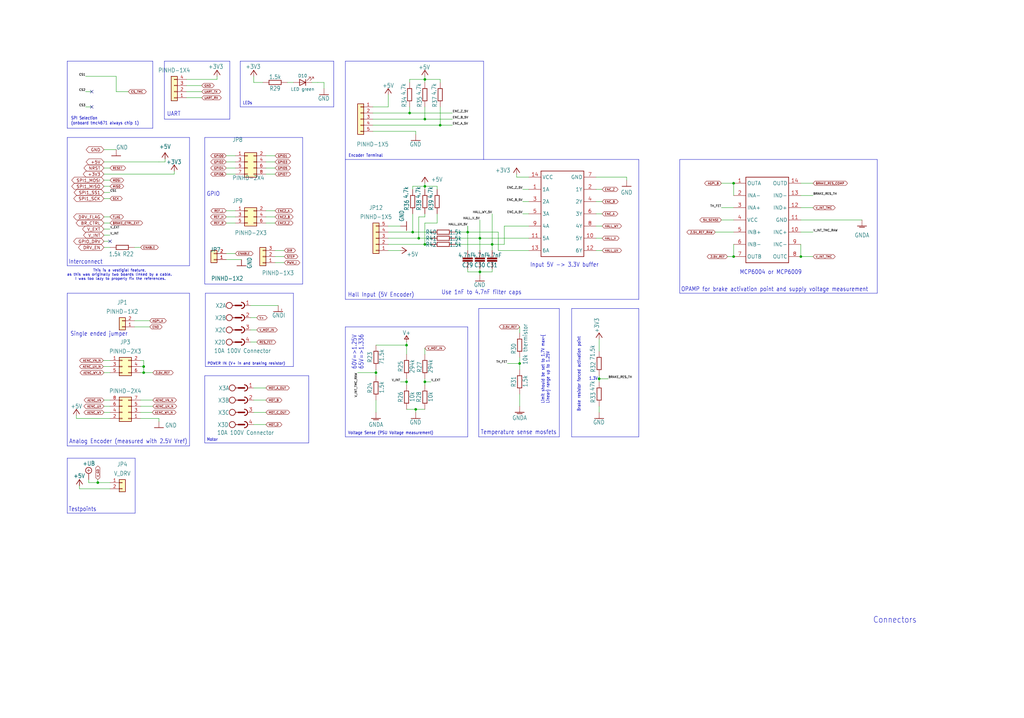
<source format=kicad_sch>
(kicad_sch
	(version 20250114)
	(generator "eeschema")
	(generator_version "9.0")
	(uuid "9f29107d-4516-47c8-9fac-b2d995f9ff36")
	(paper "User" 425.45 298.602)
	
	(text "1.3V"
		(exclude_from_sim no)
		(at 248.412 158.242 0)
		(effects
			(font
				(size 1.27 1.0795)
			)
			(justify right bottom)
		)
		(uuid "03dc2fbb-38fa-44f7-8023-cc6293594a30")
	)
	(text "Testpoints"
		(exclude_from_sim no)
		(at 28.448 212.852 0)
		(effects
			(font
				(size 1.778 1.5113)
			)
			(justify left bottom)
		)
		(uuid "1cedd4e0-2bd5-44be-a33e-c2a65060e55e")
	)
	(text "Connectors"
		(exclude_from_sim no)
		(at 362.712 259.334 0)
		(effects
			(font
				(size 2.54 2.159)
			)
			(justify left bottom)
		)
		(uuid "1d154813-54c3-4d6c-a161-0c248de760e8")
	)
	(text "Motor"
		(exclude_from_sim no)
		(at 85.852 183.642 0)
		(effects
			(font
				(size 1.27 1.0795)
			)
			(justify left bottom)
		)
		(uuid "21649470-4e79-4d43-af8c-c6f1b352229f")
	)
	(text "Single ended jumper"
		(exclude_from_sim no)
		(at 29.21 139.954 0)
		(effects
			(font
				(size 1.778 1.5113)
			)
			(justify left bottom)
		)
		(uuid "247ea659-d6a9-471b-863b-37a245fad552")
	)
	(text "LEDs"
		(exclude_from_sim no)
		(at 100.838 43.688 0)
		(effects
			(font
				(size 1.27 1.0795)
			)
			(justify left bottom)
		)
		(uuid "27300acd-f703-4f38-9dc3-5891e886edf2")
	)
	(text "OPAMP for brake activation point and supply voltage measurement"
		(exclude_from_sim no)
		(at 282.956 121.412 0)
		(effects
			(font
				(size 1.778 1.5113)
			)
			(justify left bottom)
		)
		(uuid "27a3fd91-2673-468c-a8f1-5838ec740e7f")
	)
	(text "UART"
		(exclude_from_sim no)
		(at 69.342 48.514 0)
		(effects
			(font
				(size 1.778 1.5113)
			)
			(justify left bottom)
		)
		(uuid "368c8f3a-cdc3-42f1-81c4-3de168c10144")
	)
	(text "60V=>1.25V\n65V=>1.336"
		(exclude_from_sim no)
		(at 151.13 153.67 90)
		(effects
			(font
				(size 1.778 1.5113)
			)
			(justify left bottom)
		)
		(uuid "41a97764-c101-4beb-bd10-87dc7cfca45f")
	)
	(text "This is a vestigial feature, \nas this was originally two boards linked by a cable. \nI was too lazy to properly fix the references."
		(exclude_from_sim no)
		(at 50.038 114.3 0)
		(effects
			(font
				(size 1.0795 1.0795)
			)
		)
		(uuid "427d41c8-0ea9-44b0-aa9a-4f2ad9b7370c")
	)
	(text "Encoder Terminal"
		(exclude_from_sim no)
		(at 144.78 65.532 0)
		(effects
			(font
				(size 1.27 1.0795)
			)
			(justify left bottom)
		)
		(uuid "5f575cbd-6e34-4120-935b-820dd106d4c5")
	)
	(text "Interconnect"
		(exclude_from_sim no)
		(at 28.448 109.982 0)
		(effects
			(font
				(size 1.778 1.5113)
			)
			(justify left bottom)
		)
		(uuid "63ec6f2b-9ebb-4e2c-a2d9-46c5e779c353")
	)
	(text "Limit should be set to 1.7V max~{\nLinear} range up to 1.25V"
		(exclude_from_sim no)
		(at 228.346 167.894 90)
		(effects
			(font
				(size 1.27 1.0795)
			)
			(justify left bottom)
		)
		(uuid "868233e5-7f34-4923-9a16-7ca1eae7abf6")
	)
	(text "SPI Selection \n(onboard tmc4671 always chip 1)"
		(exclude_from_sim no)
		(at 29.464 52.07 0)
		(effects
			(font
				(size 1.27 1.0795)
			)
			(justify left bottom)
		)
		(uuid "8b0efcdb-69d8-4f4f-89c7-725ba5e77ca2")
	)
	(text "Temperature sense mosfets"
		(exclude_from_sim no)
		(at 199.644 180.848 0)
		(effects
			(font
				(size 1.778 1.5113)
			)
			(justify left bottom)
		)
		(uuid "909cd7e0-ab2d-4f58-a4df-8e34e52c0609")
	)
	(text "MCP6004 or MCP6009"
		(exclude_from_sim no)
		(at 307.34 114.3 0)
		(effects
			(font
				(size 1.778 1.5113)
			)
			(justify left bottom)
		)
		(uuid "b85f86bb-c67d-4019-9212-53a2fdeba4ec")
	)
	(text "Brake resistor forced activation point"
		(exclude_from_sim no)
		(at 241.3 171.196 90)
		(effects
			(font
				(size 1.27 1.0795)
			)
			(justify left bottom)
		)
		(uuid "b94ceb55-ff18-4460-9c3a-f9bbef57d570")
	)
	(text "POWER IN (V+ in and braking resistor)"
		(exclude_from_sim no)
		(at 86.106 151.892 0)
		(effects
			(font
				(size 1.0795 1.0795)
			)
			(justify left bottom)
		)
		(uuid "d910ef09-8469-45b6-a1a5-db9ac3d175ac")
	)
	(text "Analog Encoder (measured with 2.5V Vref)"
		(exclude_from_sim no)
		(at 28.702 184.658 0)
		(effects
			(font
				(size 1.778 1.5113)
			)
			(justify left bottom)
		)
		(uuid "d9b71bc1-8792-4187-8d77-ccbd1ae248b4")
	)
	(text "Hall Input (5V Encoder)"
		(exclude_from_sim no)
		(at 144.526 123.698 0)
		(effects
			(font
				(size 1.778 1.5113)
			)
			(justify left bottom)
		)
		(uuid "efcc71a4-c709-4cd4-b7ac-9406378cb63a")
	)
	(text "Voltage Sense (PSU Voltage measurement)"
		(exclude_from_sim no)
		(at 144.526 180.848 0)
		(effects
			(font
				(size 1.27 1.0795)
			)
			(justify left bottom)
		)
		(uuid "f8a4633d-75a5-42dd-905c-1aab7d1df983")
	)
	(text "Use 1nF to 4.7nF filter caps"
		(exclude_from_sim no)
		(at 183.388 122.682 0)
		(effects
			(font
				(size 1.778 1.5113)
			)
			(justify left bottom)
		)
		(uuid "f8f1774f-28b3-42a8-b376-e6b2edfd3956")
	)
	(text "GPIO"
		(exclude_from_sim no)
		(at 85.852 81.788 0)
		(effects
			(font
				(size 1.778 1.5113)
			)
			(justify left bottom)
		)
		(uuid "f900f6c8-1bc6-493e-9b95-2b7d75162272")
	)
	(text "Input 5V -> 3.3V buffer"
		(exclude_from_sim no)
		(at 220.218 111.252 0)
		(effects
			(font
				(size 1.778 1.5113)
			)
			(justify left bottom)
		)
		(uuid "ffca337c-fb1f-4602-80d1-6be732f3f31e")
	)
	(junction
		(at 194.31 96.52)
		(diameter 0)
		(color 0 0 0 0)
		(uuid "08851a73-7179-433c-b8d8-5e424b0a0c7e")
	)
	(junction
		(at 332.74 106.68)
		(diameter 0)
		(color 0 0 0 0)
		(uuid "0b7100e7-53f4-4d9b-bd2e-3fb47bd3b11b")
	)
	(junction
		(at 171.45 96.52)
		(diameter 0)
		(color 0 0 0 0)
		(uuid "0fc7861d-dbf3-4183-993c-f51d5a6b7284")
	)
	(junction
		(at 59.69 154.94)
		(diameter 0)
		(color 0 0 0 0)
		(uuid "1010835a-af3d-4c47-ac7e-2c53b212bc3b")
	)
	(junction
		(at 215.9 151.13)
		(diameter 0)
		(color 0 0 0 0)
		(uuid "24240cee-bc18-43d7-953e-5e02e259a1db")
	)
	(junction
		(at 168.91 143.51)
		(diameter 0)
		(color 0 0 0 0)
		(uuid "2c8ff28c-9cc6-4af7-b542-205c92362586")
	)
	(junction
		(at 182.88 52.07)
		(diameter 0)
		(color 0 0 0 0)
		(uuid "3a9cbb5a-ec29-4e04-a185-ababdc3ba7df")
	)
	(junction
		(at 176.53 49.53)
		(diameter 0)
		(color 0 0 0 0)
		(uuid "4048abb4-2993-41d6-918b-cdcf41fa5d41")
	)
	(junction
		(at 199.39 113.03)
		(diameter 0)
		(color 0 0 0 0)
		(uuid "45563dc4-7362-47d7-99c9-a710857807aa")
	)
	(junction
		(at 204.47 101.6)
		(diameter 0)
		(color 0 0 0 0)
		(uuid "5110ed86-803b-4e78-82d1-c70bacb24ebd")
	)
	(junction
		(at 168.91 158.75)
		(diameter 0)
		(color 0 0 0 0)
		(uuid "584bf491-a9dc-4551-b4fa-e4d1dc2fdb6d")
	)
	(junction
		(at 176.53 77.47)
		(diameter 0)
		(color 0 0 0 0)
		(uuid "5d20493d-0432-41e9-b870-cdd8fd9b90c9")
	)
	(junction
		(at 199.39 99.06)
		(diameter 0)
		(color 0 0 0 0)
		(uuid "70ca45f6-a435-48ba-8d45-850758bf99cf")
	)
	(junction
		(at 172.72 170.18)
		(diameter 0)
		(color 0 0 0 0)
		(uuid "78577562-c155-4170-b6f0-ea3dd3f4b494")
	)
	(junction
		(at 173.99 99.06)
		(diameter 0)
		(color 0 0 0 0)
		(uuid "7ed98dfe-9fe0-4a5b-9063-dc688e5f78a9")
	)
	(junction
		(at 248.92 157.48)
		(diameter 0)
		(color 0 0 0 0)
		(uuid "8dfdac55-0a96-4984-b353-8117efe6fe04")
	)
	(junction
		(at 59.69 152.4)
		(diameter 0)
		(color 0 0 0 0)
		(uuid "a32051ba-2236-49a9-a846-1ed7bcb3e92e")
	)
	(junction
		(at 304.8 76.2)
		(diameter 0)
		(color 0 0 0 0)
		(uuid "ad148cd3-2c60-439e-9d7c-c0c55a9c6143")
	)
	(junction
		(at 304.8 106.68)
		(diameter 0)
		(color 0 0 0 0)
		(uuid "add34c43-6db2-4b47-b4fb-f44a10c258ec")
	)
	(junction
		(at 170.18 46.99)
		(diameter 0)
		(color 0 0 0 0)
		(uuid "b4af8f60-2d73-4005-9f94-2c0b84c07a64")
	)
	(junction
		(at 176.53 158.75)
		(diameter 0)
		(color 0 0 0 0)
		(uuid "bda70a65-0938-450f-bce7-aed591df91fc")
	)
	(junction
		(at 176.53 33.02)
		(diameter 0)
		(color 0 0 0 0)
		(uuid "d9f0b377-abc6-4835-887a-da79c8ed9c15")
	)
	(junction
		(at 156.21 154.94)
		(diameter 0)
		(color 0 0 0 0)
		(uuid "e436747d-ff17-4d2e-a736-2d291b706335")
	)
	(junction
		(at 176.53 101.6)
		(diameter 0)
		(color 0 0 0 0)
		(uuid "e8fa10a7-011b-4656-82fe-e09816231579")
	)
	(junction
		(at 40.64 200.66)
		(diameter 0)
		(color 0 0 0 0)
		(uuid "ed8e94a4-0e71-4ed0-8c3a-d1d1637b36e1")
	)
	(no_connect
		(at 38.1 38.1)
		(uuid "5d828cba-cc0f-4108-9998-f67c2a0b3551")
	)
	(no_connect
		(at 45.72 100.33)
		(uuid "c0ca2295-08ab-46a4-ba84-bd7a903fc74f")
	)
	(no_connect
		(at 38.1 44.45)
		(uuid "d58d9bca-5488-4ee4-9d06-b3d78100dfe4")
	)
	(wire
		(pts
			(xy 260.35 74.93) (xy 260.35 73.66)
		)
		(stroke
			(width 0.1524)
			(type solid)
		)
		(uuid "005757ba-d110-46bb-9617-b8ffd7349f95")
	)
	(wire
		(pts
			(xy 168.91 158.75) (xy 168.91 160.02)
		)
		(stroke
			(width 0.1524)
			(type solid)
		)
		(uuid "00c2a63f-0807-4e0c-9041-102dc62c88af")
	)
	(wire
		(pts
			(xy 332.74 96.52) (xy 337.82 96.52)
		)
		(stroke
			(width 0.1524)
			(type solid)
		)
		(uuid "01222891-9d86-4605-918c-5803e90485cd")
	)
	(wire
		(pts
			(xy 176.53 33.02) (xy 176.53 31.75)
		)
		(stroke
			(width 0.1524)
			(type solid)
		)
		(uuid "018b1e57-6d9b-493b-980e-9cec7ce26aa4")
	)
	(wire
		(pts
			(xy 176.53 147.32) (xy 176.53 144.78)
		)
		(stroke
			(width 0.1524)
			(type solid)
		)
		(uuid "01ea57ae-790d-4b89-a754-8045df60eec8")
	)
	(wire
		(pts
			(xy 194.31 96.52) (xy 189.23 96.52)
		)
		(stroke
			(width 0)
			(type default)
		)
		(uuid "021660b7-4979-43d8-9312-110a60a59110")
	)
	(polyline
		(pts
			(xy 232.41 128.27) (xy 198.882 128.27)
		)
		(stroke
			(width 0.1524)
			(type solid)
		)
		(uuid "0256dcae-2714-45d1-a65f-1f7b35fd2632")
	)
	(wire
		(pts
			(xy 55.88 135.89) (xy 62.23 135.89)
		)
		(stroke
			(width 0.1524)
			(type solid)
		)
		(uuid "0260a954-c151-4a2d-acab-a96d7ed28a05")
	)
	(polyline
		(pts
			(xy 143.51 66.294) (xy 200.914 66.294)
		)
		(stroke
			(width 0.1524)
			(type solid)
		)
		(uuid "0755e8dd-d09c-4275-8ed1-13753a07c14d")
	)
	(polyline
		(pts
			(xy 265.43 124.46) (xy 265.43 66.294)
		)
		(stroke
			(width 0.1524)
			(type solid)
		)
		(uuid "07b68e13-db20-435d-aea9-a63d05cf3f1b")
	)
	(wire
		(pts
			(xy 43.18 95.25) (xy 45.72 95.25)
		)
		(stroke
			(width 0.1524)
			(type solid)
		)
		(uuid "087d0e77-6732-4d37-b9fe-53449fcabda0")
	)
	(wire
		(pts
			(xy 105.41 31.75) (xy 105.41 34.29)
		)
		(stroke
			(width 0.1524)
			(type solid)
		)
		(uuid "08a429ea-3bff-4f55-9344-7c95af4b83ef")
	)
	(wire
		(pts
			(xy 176.53 76.2) (xy 176.53 77.47)
		)
		(stroke
			(width 0.1524)
			(type solid)
		)
		(uuid "09da0208-7d3c-4982-9d4f-22251f860737")
	)
	(polyline
		(pts
			(xy 282.448 121.92) (xy 282.448 66.294)
		)
		(stroke
			(width 0.1524)
			(type solid)
		)
		(uuid "0af723d8-75db-4934-9bfd-1a6fc885c1ab")
	)
	(wire
		(pts
			(xy 104.14 137.16) (xy 106.68 137.16)
		)
		(stroke
			(width 0.1524)
			(type solid)
		)
		(uuid "0b8d035c-ddf9-4b83-862d-94ac9fbe00e6")
	)
	(polyline
		(pts
			(xy 128.27 184.15) (xy 128.27 156.21)
		)
		(stroke
			(width 0.1524)
			(type solid)
		)
		(uuid "0ba89a55-940e-46b7-ae18-cfcc8c76ae70")
	)
	(wire
		(pts
			(xy 68.58 67.31) (xy 68.58 66.04)
		)
		(stroke
			(width 0)
			(type default)
		)
		(uuid "0c54ec8c-875a-4d6f-b915-2316635a808d")
	)
	(wire
		(pts
			(xy 58.42 152.4) (xy 59.69 152.4)
		)
		(stroke
			(width 0)
			(type default)
		)
		(uuid "0cb74b0c-96a1-4867-bd52-ff595fade5bb")
	)
	(polyline
		(pts
			(xy 232.41 181.61) (xy 232.41 128.27)
		)
		(stroke
			(width 0.1524)
			(type solid)
		)
		(uuid "0cedc3ad-4033-4ed3-8fe2-bfdfca772632")
	)
	(wire
		(pts
			(xy 36.83 199.39) (xy 36.83 200.66)
		)
		(stroke
			(width 0.1524)
			(type solid)
		)
		(uuid "0d6ac582-d8fa-4a44-89b4-67e9500c6ee3")
	)
	(wire
		(pts
			(xy 170.18 46.99) (xy 187.96 46.99)
		)
		(stroke
			(width 0.1524)
			(type solid)
		)
		(uuid "0e33ce38-be49-4dff-81e5-8265902e243e")
	)
	(polyline
		(pts
			(xy 85.09 156.21) (xy 85.09 184.15)
		)
		(stroke
			(width 0.1524)
			(type solid)
		)
		(uuid "0ff6250c-1630-4600-9e42-be068c29e369")
	)
	(wire
		(pts
			(xy 118.11 109.22) (xy 114.3 109.22)
		)
		(stroke
			(width 0.1524)
			(type solid)
		)
		(uuid "102e7490-b9d2-4da6-8ad7-5ef1e064c8b5")
	)
	(wire
		(pts
			(xy 72.39 72.39) (xy 72.39 71.12)
		)
		(stroke
			(width 0.1524)
			(type solid)
		)
		(uuid "10bc1faa-414c-4444-abe1-d07553142b46")
	)
	(polyline
		(pts
			(xy 27.94 190.5) (xy 27.94 213.36)
		)
		(stroke
			(width 0.1524)
			(type solid)
		)
		(uuid "1254453e-619a-45e7-891c-57556c7b8f83")
	)
	(wire
		(pts
			(xy 176.53 92.71) (xy 176.53 101.6)
		)
		(stroke
			(width 0.1524)
			(type solid)
		)
		(uuid "1289c0f7-7cab-4fa7-a146-e6d8179070b9")
	)
	(wire
		(pts
			(xy 248.92 157.48) (xy 252.73 157.48)
		)
		(stroke
			(width 0.1524)
			(type solid)
		)
		(uuid "13ba2462-9ab3-4f32-95c8-7cd1d888cf93")
	)
	(wire
		(pts
			(xy 31.75 172.72) (xy 31.75 173.99)
		)
		(stroke
			(width 0.1524)
			(type solid)
		)
		(uuid "14e1a3dd-82d6-4f40-af87-835890316ae2")
	)
	(wire
		(pts
			(xy 97.79 87.63) (xy 93.98 87.63)
		)
		(stroke
			(width 0.1524)
			(type solid)
		)
		(uuid "159eec57-a4c2-4645-a79c-4f41c8f542db")
	)
	(polyline
		(pts
			(xy 364.49 121.92) (xy 282.448 121.92)
		)
		(stroke
			(width 0.1524)
			(type solid)
		)
		(uuid "15efec68-270a-45b1-87d3-309cf1994cbf")
	)
	(wire
		(pts
			(xy 45.72 171.45) (xy 43.18 171.45)
		)
		(stroke
			(width 0.1524)
			(type solid)
		)
		(uuid "176ac44c-3cc4-444a-a795-0d3926188414")
	)
	(wire
		(pts
			(xy 250.19 83.82) (xy 247.65 83.82)
		)
		(stroke
			(width 0.1524)
			(type solid)
		)
		(uuid "17a0df75-1b1c-4b7e-88b1-a63e6e9181d2")
	)
	(wire
		(pts
			(xy 219.71 83.82) (xy 217.17 83.82)
		)
		(stroke
			(width 0.1524)
			(type solid)
		)
		(uuid "193bdbc4-1993-4236-b18e-85a82271c5de")
	)
	(wire
		(pts
			(xy 215.9 148.59) (xy 215.9 151.13)
		)
		(stroke
			(width 0.1524)
			(type solid)
		)
		(uuid "1b0cbc60-829f-4d44-b8b5-4a13cdcab379")
	)
	(wire
		(pts
			(xy 172.72 55.88) (xy 172.72 54.61)
		)
		(stroke
			(width 0.1524)
			(type solid)
		)
		(uuid "1d5b3e1b-3692-4f89-99e3-401736d5cc29")
	)
	(wire
		(pts
			(xy 179.07 96.52) (xy 171.45 96.52)
		)
		(stroke
			(width 0.1524)
			(type solid)
		)
		(uuid "1ef2281d-0a92-4b31-af44-a4c409c9a152")
	)
	(wire
		(pts
			(xy 260.35 73.66) (xy 247.65 73.66)
		)
		(stroke
			(width 0.1524)
			(type solid)
		)
		(uuid "1efa33c2-f6c7-4279-875e-aeea8bc69504")
	)
	(wire
		(pts
			(xy 105.41 171.45) (xy 110.49 171.45)
		)
		(stroke
			(width 0.1524)
			(type solid)
		)
		(uuid "2012c66c-7368-420f-8998-1a6e8f67f681")
	)
	(wire
		(pts
			(xy 173.99 90.17) (xy 173.99 99.06)
		)
		(stroke
			(width 0.1524)
			(type solid)
		)
		(uuid "206d6292-95eb-44f4-8197-ddc7302fd2f8")
	)
	(wire
		(pts
			(xy 161.29 44.45) (xy 154.94 44.45)
		)
		(stroke
			(width 0.1524)
			(type solid)
		)
		(uuid "20bef0eb-acfa-4db1-bcb8-574002584b27")
	)
	(wire
		(pts
			(xy 48.26 38.1) (xy 53.34 38.1)
		)
		(stroke
			(width 0.1524)
			(type solid)
		)
		(uuid "21800b86-2c8a-4aad-b030-10b90a92dca1")
	)
	(wire
		(pts
			(xy 93.98 107.95) (xy 100.33 107.95)
		)
		(stroke
			(width 0.1524)
			(type solid)
		)
		(uuid "2237db94-51e9-4f55-a44f-0f1452b068fa")
	)
	(wire
		(pts
			(xy 304.8 76.2) (xy 299.72 76.2)
		)
		(stroke
			(width 0.1524)
			(type solid)
		)
		(uuid "224b9d19-bf3f-4c5d-926b-1e0e71eadc4b")
	)
	(polyline
		(pts
			(xy 194.31 181.61) (xy 143.51 181.61)
		)
		(stroke
			(width 0.1524)
			(type solid)
		)
		(uuid "2380978b-8331-42e8-a854-e33494814fe9")
	)
	(wire
		(pts
			(xy 93.98 92.71) (xy 97.79 92.71)
		)
		(stroke
			(width 0.1524)
			(type solid)
		)
		(uuid "240e2650-fd5c-4b32-aa75-81dac087b251")
	)
	(polyline
		(pts
			(xy 63.5 25.4) (xy 27.94 25.4)
		)
		(stroke
			(width 0.1524)
			(type solid)
		)
		(uuid "2413b9cb-76e1-4f72-8f48-6d95d994e3b3")
	)
	(wire
		(pts
			(xy 215.9 163.83) (xy 215.9 168.91)
		)
		(stroke
			(width 0.1524)
			(type solid)
		)
		(uuid "24f6745d-0a81-4f6e-988d-a21f0f49daf1")
	)
	(wire
		(pts
			(xy 248.92 168.91) (xy 248.92 171.45)
		)
		(stroke
			(width 0.1524)
			(type solid)
		)
		(uuid "2551e752-aa94-4e49-90df-d539fb60a48f")
	)
	(wire
		(pts
			(xy 204.47 101.6) (xy 209.55 101.6)
		)
		(stroke
			(width 0.1524)
			(type solid)
		)
		(uuid "2615f9d6-d2a8-4e43-bf71-f617bff5a408")
	)
	(wire
		(pts
			(xy 43.18 72.39) (xy 72.39 72.39)
		)
		(stroke
			(width 0.1524)
			(type solid)
		)
		(uuid "2851908a-dc62-424c-b499-a6201b5c83a5")
	)
	(polyline
		(pts
			(xy 121.92 152.4) (xy 85.344 152.4)
		)
		(stroke
			(width 0.1524)
			(type solid)
		)
		(uuid "287a0f1b-e61d-4d20-bb95-4127beb6bf15")
	)
	(wire
		(pts
			(xy 110.49 90.17) (xy 114.3 90.17)
		)
		(stroke
			(width 0.1524)
			(type solid)
		)
		(uuid "28859624-0403-42bd-9c7e-a51ee6468d9c")
	)
	(wire
		(pts
			(xy 194.31 93.98) (xy 194.31 96.52)
		)
		(stroke
			(width 0)
			(type default)
		)
		(uuid "29e49e6b-e1c7-4bc7-bc89-e9665d7987b9")
	)
	(polyline
		(pts
			(xy 78.74 57.15) (xy 27.94 57.15)
		)
		(stroke
			(width 0.1524)
			(type solid)
		)
		(uuid "2b13f882-2b84-420c-8070-23023576e474")
	)
	(wire
		(pts
			(xy 170.18 33.02) (xy 170.18 34.29)
		)
		(stroke
			(width 0.1524)
			(type solid)
		)
		(uuid "2bfc82f0-1a09-46ca-94cd-4416e3d7bc62")
	)
	(wire
		(pts
			(xy 43.18 82.55) (xy 45.72 82.55)
		)
		(stroke
			(width 0.1524)
			(type solid)
		)
		(uuid "2d4b2391-f03b-427a-b28f-8edaec6b86b0")
	)
	(wire
		(pts
			(xy 104.14 132.08) (xy 106.68 132.08)
		)
		(stroke
			(width 0.1524)
			(type solid)
		)
		(uuid "2e14cf7a-2d94-47cd-9d24-9532f3a03172")
	)
	(wire
		(pts
			(xy 219.71 78.74) (xy 217.17 78.74)
		)
		(stroke
			(width 0.1524)
			(type solid)
		)
		(uuid "2eb37eaf-9bfe-4516-9f67-2cd9d9cfba3c")
	)
	(wire
		(pts
			(xy 55.88 102.87) (xy 58.42 102.87)
		)
		(stroke
			(width 0.1524)
			(type solid)
		)
		(uuid "2ff76eab-1473-4492-8c95-7f5856cc26e4")
	)
	(polyline
		(pts
			(xy 63.5 53.34) (xy 63.5 25.4)
		)
		(stroke
			(width 0.1524)
			(type solid)
		)
		(uuid "300dc002-9beb-41c2-a05d-334922137822")
	)
	(wire
		(pts
			(xy 214.63 73.66) (xy 214.63 72.39)
		)
		(stroke
			(width 0.1524)
			(type solid)
		)
		(uuid "30326860-56eb-4a24-8842-28621becdfa3")
	)
	(wire
		(pts
			(xy 63.5 168.91) (xy 58.42 168.91)
		)
		(stroke
			(width 0.1524)
			(type solid)
		)
		(uuid "313343a3-a254-4352-b38b-7e6b585855c6")
	)
	(wire
		(pts
			(xy 97.79 72.39) (xy 93.98 72.39)
		)
		(stroke
			(width 0.1524)
			(type solid)
		)
		(uuid "322395ba-03c7-49a0-9587-79fb6cb819a7")
	)
	(wire
		(pts
			(xy 134.62 36.83) (xy 134.62 34.29)
		)
		(stroke
			(width 0)
			(type default)
		)
		(uuid "323b59a3-7572-4f6c-ac16-e11d2557d029")
	)
	(wire
		(pts
			(xy 43.18 100.33) (xy 45.72 100.33)
		)
		(stroke
			(width 0.1524)
			(type solid)
		)
		(uuid "3363834f-5ecd-4277-80eb-f97c1dd841d8")
	)
	(wire
		(pts
			(xy 45.72 154.94) (xy 43.18 154.94)
		)
		(stroke
			(width 0.1524)
			(type solid)
		)
		(uuid "36b681c6-770d-4f7b-b3a7-5dfa83d22021")
	)
	(wire
		(pts
			(xy 43.18 97.79) (xy 45.72 97.79)
		)
		(stroke
			(width 0.1524)
			(type solid)
		)
		(uuid "386ed7f8-988f-44af-9313-89b9fdca2903")
	)
	(wire
		(pts
			(xy 194.31 93.98) (xy 194.31 96.52)
		)
		(stroke
			(width 0.1524)
			(type solid)
		)
		(uuid "3c48b933-14ee-4f2a-ac66-d8d923d6dd97")
	)
	(wire
		(pts
			(xy 45.72 168.91) (xy 43.18 168.91)
		)
		(stroke
			(width 0.1524)
			(type solid)
		)
		(uuid "3d4cd49d-3280-4777-8fc7-fae2899797ea")
	)
	(wire
		(pts
			(xy 93.98 105.41) (xy 97.79 105.41)
		)
		(stroke
			(width 0.1524)
			(type solid)
		)
		(uuid "420029df-e90b-4fad-a773-c9d146bec44d")
	)
	(wire
		(pts
			(xy 154.94 52.07) (xy 182.88 52.07)
		)
		(stroke
			(width 0.1524)
			(type solid)
		)
		(uuid "424bae28-4337-478e-a6b0-b05917bf84fd")
	)
	(wire
		(pts
			(xy 114.3 69.85) (xy 110.49 69.85)
		)
		(stroke
			(width 0.1524)
			(type solid)
		)
		(uuid "426c4532-92c8-484f-b4a3-a5dbfdd7eee4")
	)
	(polyline
		(pts
			(xy 95.504 25.4) (xy 68.326 25.4)
		)
		(stroke
			(width 0.1524)
			(type solid)
		)
		(uuid "42aa1767-d0e6-4268-b14d-2035764a7d9a")
	)
	(wire
		(pts
			(xy 332.74 81.28) (xy 337.82 81.28)
		)
		(stroke
			(width 0.1524)
			(type solid)
		)
		(uuid "42c5f191-0097-4aac-baf7-864271ae862c")
	)
	(wire
		(pts
			(xy 332.74 91.44) (xy 358.14 91.44)
		)
		(stroke
			(width 0.1524)
			(type solid)
		)
		(uuid "43ca909b-4708-4a9d-b291-d16ad24acc69")
	)
	(wire
		(pts
			(xy 43.18 69.85) (xy 45.72 69.85)
		)
		(stroke
			(width 0.1524)
			(type solid)
		)
		(uuid "443ed1b4-6c54-4530-8574-0d3c6ef44628")
	)
	(polyline
		(pts
			(xy 143.51 135.89) (xy 194.31 135.89)
		)
		(stroke
			(width 0.1524)
			(type solid)
		)
		(uuid "459632f0-eed1-44f0-97df-880e8f8916f5")
	)
	(wire
		(pts
			(xy 304.8 106.68) (xy 302.26 106.68)
		)
		(stroke
			(width 0.1524)
			(type solid)
		)
		(uuid "461a16bd-cfb7-41d6-a05d-3d1fc559b90c")
	)
	(polyline
		(pts
			(xy 85.344 152.4) (xy 85.344 121.92)
		)
		(stroke
			(width 0.1524)
			(type solid)
		)
		(uuid "46cd7edb-c2e7-4a4f-9b4d-9d1d016484fc")
	)
	(wire
		(pts
			(xy 55.88 133.35) (xy 62.23 133.35)
		)
		(stroke
			(width 0.1524)
			(type solid)
		)
		(uuid "4825abe4-a67e-423e-8764-0f1ce1533cb6")
	)
	(wire
		(pts
			(xy 154.94 46.99) (xy 170.18 46.99)
		)
		(stroke
			(width 0.1524)
			(type solid)
		)
		(uuid "483abe50-c62c-47ad-b3c7-3cfaf12f3f52")
	)
	(polyline
		(pts
			(xy 85.09 57.15) (xy 85.09 118.11)
		)
		(stroke
			(width 0.1524)
			(type solid)
		)
		(uuid "486fde44-3e83-446e-acb6-d9460d427b0b")
	)
	(wire
		(pts
			(xy 214.63 73.66) (xy 219.71 73.66)
		)
		(stroke
			(width 0.1524)
			(type solid)
		)
		(uuid "49269849-e58e-4648-a356-b15dbd5013f3")
	)
	(wire
		(pts
			(xy 176.53 101.6) (xy 179.07 101.6)
		)
		(stroke
			(width 0.1524)
			(type solid)
		)
		(uuid "4c5f6884-ac1d-498f-bf17-0cb4c0dbd53d")
	)
	(wire
		(pts
			(xy 168.91 157.48) (xy 168.91 158.75)
		)
		(stroke
			(width 0.1524)
			(type solid)
		)
		(uuid "4eaa6a51-efb8-40de-aad8-25241037d8e6")
	)
	(polyline
		(pts
			(xy 138.684 44.45) (xy 138.684 25.4)
		)
		(stroke
			(width 0.1524)
			(type solid)
		)
		(uuid "4fe59361-2417-46a0-b16d-d8f47ff9bc91")
	)
	(polyline
		(pts
			(xy 125.73 57.15) (xy 85.09 57.15)
		)
		(stroke
			(width 0.1524)
			(type solid)
		)
		(uuid "506841c9-c47f-4fdc-bef8-dfc01a1755b5")
	)
	(wire
		(pts
			(xy 43.18 77.47) (xy 45.72 77.47)
		)
		(stroke
			(width 0.1524)
			(type solid)
		)
		(uuid "52847623-c909-4715-b484-86821d070dc3")
	)
	(wire
		(pts
			(xy 105.41 166.37) (xy 110.49 166.37)
		)
		(stroke
			(width 0.1524)
			(type solid)
		)
		(uuid "538b8efb-17e7-4ee7-96b3-0651124108c7")
	)
	(wire
		(pts
			(xy 172.72 170.18) (xy 172.72 171.45)
		)
		(stroke
			(width 0)
			(type default)
		)
		(uuid "5455d321-d7c7-469b-ace7-7936250c4362")
	)
	(wire
		(pts
			(xy 204.47 101.6) (xy 189.23 101.6)
		)
		(stroke
			(width 0)
			(type default)
		)
		(uuid "548eba5d-40f1-446c-8141-e6190fc6c4fe")
	)
	(wire
		(pts
			(xy 204.47 104.14) (xy 204.47 101.6)
		)
		(stroke
			(width 0.1524)
			(type solid)
		)
		(uuid "549c38c2-f1b8-4124-b373-fe8f5fd2771b")
	)
	(wire
		(pts
			(xy 304.8 76.2) (xy 304.8 81.28)
		)
		(stroke
			(width 0.1524)
			(type solid)
		)
		(uuid "54f4af3a-c3d7-4cd8-844a-9d237ff217b7")
	)
	(polyline
		(pts
			(xy 237.49 181.61) (xy 265.43 181.61)
		)
		(stroke
			(width 0.1524)
			(type solid)
		)
		(uuid "54f75f1b-f64a-4378-9beb-543c910fc86c")
	)
	(wire
		(pts
			(xy 332.74 76.2) (xy 337.82 76.2)
		)
		(stroke
			(width 0.1524)
			(type solid)
		)
		(uuid "551329a6-704b-408d-a0f9-15123133a9df")
	)
	(wire
		(pts
			(xy 43.18 80.01) (xy 45.72 80.01)
		)
		(stroke
			(width 0.1524)
			(type solid)
		)
		(uuid "55c39ab9-0409-40a6-882c-7fea061573d3")
	)
	(wire
		(pts
			(xy 58.42 149.86) (xy 59.69 149.86)
		)
		(stroke
			(width 0)
			(type default)
		)
		(uuid "57717a14-ab6a-4348-87f7-e1c2043a7a8c")
	)
	(wire
		(pts
			(xy 97.79 67.31) (xy 93.98 67.31)
		)
		(stroke
			(width 0.1524)
			(type solid)
		)
		(uuid "58394be8-43a7-4377-9072-fbc8a47dd87c")
	)
	(wire
		(pts
			(xy 43.18 62.23) (xy 48.26 62.23)
		)
		(stroke
			(width 0.1524)
			(type solid)
		)
		(uuid "58fc640b-7172-43b2-a7c3-b36e5a5bcde9")
	)
	(wire
		(pts
			(xy 171.45 88.9) (xy 171.45 96.52)
		)
		(stroke
			(width 0.1524)
			(type solid)
		)
		(uuid "59373bfd-7aba-4771-997b-5be3081767c5")
	)
	(polyline
		(pts
			(xy 143.51 124.46) (xy 265.43 124.46)
		)
		(stroke
			(width 0.1524)
			(type solid)
		)
		(uuid "5ab59bc7-3d62-4bc0-8694-e6bcd784b9d7")
	)
	(wire
		(pts
			(xy 248.92 156.21) (xy 248.92 157.48)
		)
		(stroke
			(width 0.1524)
			(type solid)
		)
		(uuid "5c57f56e-4a0a-4d75-92a1-3b472b12c0da")
	)
	(wire
		(pts
			(xy 248.92 157.48) (xy 248.92 158.75)
		)
		(stroke
			(width 0.1524)
			(type solid)
		)
		(uuid "5dba7272-129a-4d59-8a8c-87b1d0016d37")
	)
	(wire
		(pts
			(xy 114.3 104.14) (xy 118.11 104.14)
		)
		(stroke
			(width 0.1524)
			(type solid)
		)
		(uuid "5dd656c8-f365-45e4-a85f-d8520e78585d")
	)
	(wire
		(pts
			(xy 105.41 176.53) (xy 110.49 176.53)
		)
		(stroke
			(width 0.1524)
			(type solid)
		)
		(uuid "5f5c24da-f16a-42ae-85cf-5de5dce9dbf6")
	)
	(wire
		(pts
			(xy 48.26 31.75) (xy 48.26 38.1)
		)
		(stroke
			(width 0.1524)
			(type solid)
		)
		(uuid "60d650e3-bc98-4c34-9a9a-a585ebe595ef")
	)
	(wire
		(pts
			(xy 40.64 199.39) (xy 40.64 200.66)
		)
		(stroke
			(width 0.1524)
			(type solid)
		)
		(uuid "62b0feb8-722a-4777-b3c6-104cb418bed4")
	)
	(wire
		(pts
			(xy 161.29 93.98) (xy 166.37 93.98)
		)
		(stroke
			(width 0.1524)
			(type solid)
		)
		(uuid "642caed2-8a79-4e4f-aa39-1a9b08fed699")
	)
	(wire
		(pts
			(xy 176.53 158.75) (xy 176.53 157.48)
		)
		(stroke
			(width 0.1524)
			(type solid)
		)
		(uuid "6474b6df-28c4-4e37-8f87-4c566de3f43f")
	)
	(wire
		(pts
			(xy 156.21 166.37) (xy 156.21 171.45)
		)
		(stroke
			(width 0.1524)
			(type solid)
		)
		(uuid "65e7e656-d722-4c6a-9756-cce9c8ae22bf")
	)
	(polyline
		(pts
			(xy 143.51 66.294) (xy 143.51 124.46)
		)
		(stroke
			(width 0.1524)
			(type solid)
		)
		(uuid "67632395-f84d-48f8-8124-b6d3cbe8c32e")
	)
	(wire
		(pts
			(xy 134.62 34.29) (xy 132.08 34.29)
		)
		(stroke
			(width 0)
			(type default)
		)
		(uuid "677c3a66-4ded-4f75-ae06-75b0535fd1b0")
	)
	(polyline
		(pts
			(xy 78.74 110.49) (xy 78.74 57.15)
		)
		(stroke
			(width 0.1524)
			(type solid)
		)
		(uuid "67a53f7f-3488-4011-9499-0ff2a03ffdd0")
	)
	(wire
		(pts
			(xy 110.49 87.63) (xy 114.3 87.63)
		)
		(stroke
			(width 0.1524)
			(type solid)
		)
		(uuid "68994034-eb06-42c3-bfee-b9fc54749130")
	)
	(wire
		(pts
			(xy 204.47 88.9) (xy 204.47 101.6)
		)
		(stroke
			(width 0)
			(type default)
		)
		(uuid "68bc2c8c-d2e3-49c6-b256-c89c5f33ec8f")
	)
	(wire
		(pts
			(xy 168.91 170.18) (xy 172.72 170.18)
		)
		(stroke
			(width 0.1524)
			(type solid)
		)
		(uuid "6a3e2c49-1608-4a73-a712-d14e21da22b6")
	)
	(wire
		(pts
			(xy 66.04 175.26) (xy 66.04 173.99)
		)
		(stroke
			(width 0.1524)
			(type solid)
		)
		(uuid "6b1511d3-586c-406f-ba7e-e5d436f4c092")
	)
	(polyline
		(pts
			(xy 138.684 25.4) (xy 99.822 25.4)
		)
		(stroke
			(width 0.1524)
			(type solid)
		)
		(uuid "6ba6f6fa-a12c-46d8-8560-01e9235bc2de")
	)
	(wire
		(pts
			(xy 332.74 86.36) (xy 337.82 86.36)
		)
		(stroke
			(width 0.1524)
			(type solid)
		)
		(uuid "6f7fb16b-2de2-43da-bef1-40a0aa63a0d2")
	)
	(wire
		(pts
			(xy 209.55 93.98) (xy 219.71 93.98)
		)
		(stroke
			(width 0.1524)
			(type solid)
		)
		(uuid "6fc29a15-8789-4685-9bb1-177c6dc68406")
	)
	(wire
		(pts
			(xy 35.56 44.45) (xy 38.1 44.45)
		)
		(stroke
			(width 0.1524)
			(type solid)
		)
		(uuid "7184f1bb-4d13-4bc2-9340-40738aef33af")
	)
	(wire
		(pts
			(xy 176.53 90.17) (xy 176.53 88.9)
		)
		(stroke
			(width 0.1524)
			(type solid)
		)
		(uuid "74b30b09-3023-42ad-a392-30a93505b5de")
	)
	(polyline
		(pts
			(xy 282.448 66.294) (xy 364.49 66.294)
		)
		(stroke
			(width 0.1524)
			(type solid)
		)
		(uuid "74d74d46-b604-40c4-94f3-4f57dc82fe72")
	)
	(wire
		(pts
			(xy 33.02 203.2) (xy 45.72 203.2)
		)
		(stroke
			(width 0.1524)
			(type solid)
		)
		(uuid "762a1585-4e21-4fdd-b2e7-5c929aabc3db")
	)
	(wire
		(pts
			(xy 58.42 171.45) (xy 63.246 171.45)
		)
		(stroke
			(width 0.1524)
			(type solid)
		)
		(uuid "76f4b8c2-8700-4b08-b680-dde3a8678573")
	)
	(polyline
		(pts
			(xy 85.09 184.15) (xy 128.27 184.15)
		)
		(stroke
			(width 0.1524)
			(type solid)
		)
		(uuid "794307e1-9f4a-41f3-936e-9169fbdded9f")
	)
	(wire
		(pts
			(xy 209.55 101.6) (xy 209.55 93.98)
		)
		(stroke
			(width 0.1524)
			(type solid)
		)
		(uuid "799a66b4-baf1-484e-a8ad-560305e51074")
	)
	(wire
		(pts
			(xy 35.56 38.1) (xy 38.1 38.1)
		)
		(stroke
			(width 0.1524)
			(type solid)
		)
		(uuid "7a76afd0-1d94-4a46-84cb-be0f720e13c0")
	)
	(wire
		(pts
			(xy 110.49 67.31) (xy 114.3 67.31)
		)
		(stroke
			(width 0.1524)
			(type solid)
		)
		(uuid "7b8a5da5-7176-4bb8-9bf9-56415c7f1457")
	)
	(polyline
		(pts
			(xy 56.134 190.5) (xy 27.94 190.5)
		)
		(stroke
			(width 0.1524)
			(type solid)
		)
		(uuid "7cfe8b3b-7d00-450d-9ba5-38ea0753f04b")
	)
	(wire
		(pts
			(xy 161.29 101.6) (xy 176.53 101.6)
		)
		(stroke
			(width 0.1524)
			(type solid)
		)
		(uuid "7d08e0a9-bd84-4fb9-af11-06b888b2fee1")
	)
	(wire
		(pts
			(xy 250.19 88.9) (xy 247.65 88.9)
		)
		(stroke
			(width 0.1524)
			(type solid)
		)
		(uuid "7df8794b-a8ec-43c2-909a-b2be3f796dff")
	)
	(polyline
		(pts
			(xy 27.94 185.42) (xy 78.74 185.42)
		)
		(stroke
			(width 0.1524)
			(type solid)
		)
		(uuid "81239c6a-c769-4b6f-a16b-ee42a68b16f2")
	)
	(polyline
		(pts
			(xy 125.73 118.11) (xy 125.73 57.15)
		)
		(stroke
			(width 0.1524)
			(type solid)
		)
		(uuid "817b7bd9-32f0-424a-84d9-b5fc6ce2adf7")
	)
	(wire
		(pts
			(xy 105.41 34.29) (xy 109.22 34.29)
		)
		(stroke
			(width 0.1524)
			(type solid)
		)
		(uuid "82a250f5-f34b-4077-8827-ecb1825ab249")
	)
	(wire
		(pts
			(xy 199.39 113.03) (xy 204.47 113.03)
		)
		(stroke
			(width 0.1524)
			(type solid)
		)
		(uuid "85142311-4f79-4b7f-9b97-9528acd28d84")
	)
	(wire
		(pts
			(xy 247.65 104.14) (xy 250.19 104.14)
		)
		(stroke
			(width 0.1524)
			(type solid)
		)
		(uuid "85a9d08e-3a02-4247-b2e4-39102603bbef")
	)
	(polyline
		(pts
			(xy 128.27 156.21) (xy 85.09 156.21)
		)
		(stroke
			(width 0.1524)
			(type solid)
		)
		(uuid "85d31aeb-ab66-47a7-a1cb-f819f908056a")
	)
	(wire
		(pts
			(xy 168.91 142.24) (xy 168.91 143.51)
		)
		(stroke
			(width 0)
			(type default)
		)
		(uuid "879426de-f2ed-47a5-8897-9883c899d8c2")
	)
	(wire
		(pts
			(xy 114.3 106.68) (xy 118.11 106.68)
		)
		(stroke
			(width 0.1524)
			(type solid)
		)
		(uuid "88f01601-0ac9-4e79-abe7-cab17bf61eac")
	)
	(polyline
		(pts
			(xy 95.504 49.53) (xy 95.504 25.4)
		)
		(stroke
			(width 0.1524)
			(type solid)
		)
		(uuid "896c96c4-81b0-4313-9272-33b958856878")
	)
	(wire
		(pts
			(xy 66.04 67.31) (xy 68.58 67.31)
		)
		(stroke
			(width 0)
			(type default)
		)
		(uuid "8b04e0b6-3e4d-450b-b865-17caae8f26b5")
	)
	(wire
		(pts
			(xy 173.99 99.06) (xy 179.07 99.06)
		)
		(stroke
			(width 0.1524)
			(type solid)
		)
		(uuid "8b4489e5-940d-41ce-813f-24d652769017")
	)
	(polyline
		(pts
			(xy 99.822 44.45) (xy 138.684 44.45)
		)
		(stroke
			(width 0.1524)
			(type solid)
		)
		(uuid "8b5a3094-6d75-4ecd-8a16-27106bff8ad7")
	)
	(wire
		(pts
			(xy 181.61 92.71) (xy 176.53 92.71)
		)
		(stroke
			(width 0.1524)
			(type solid)
		)
		(uuid "8bba7756-d2ef-4c59-a505-9211774045a1")
	)
	(polyline
		(pts
			(xy 265.43 181.61) (xy 265.43 128.27)
		)
		(stroke
			(width 0.1524)
			(type solid)
		)
		(uuid "8c3c14ab-5db2-4ccb-b681-0cabeb6870bc")
	)
	(wire
		(pts
			(xy 194.31 113.03) (xy 194.31 111.76)
		)
		(stroke
			(width 0.1524)
			(type solid)
		)
		(uuid "8c68ea9f-4aba-4b4b-b9de-6cfb5cc006e4")
	)
	(wire
		(pts
			(xy 247.65 78.74) (xy 250.19 78.74)
		)
		(stroke
			(width 0.1524)
			(type solid)
		)
		(uuid "8cd7a05b-2ce0-4dcd-80bc-e4af5dd5d865")
	)
	(wire
		(pts
			(xy 194.31 113.03) (xy 199.39 113.03)
		)
		(stroke
			(width 0.1524)
			(type solid)
		)
		(uuid "8d2393f9-56e9-461a-9ad5-1c09e8a22f4c")
	)
	(polyline
		(pts
			(xy 56.134 213.36) (xy 56.134 190.5)
		)
		(stroke
			(width 0.1524)
			(type solid)
		)
		(uuid "8d2b59c6-0485-4f6d-a4db-dae1f18ff4e0")
	)
	(polyline
		(pts
			(xy 265.43 128.27) (xy 237.49 128.27)
		)
		(stroke
			(width 0.1524)
			(type solid)
		)
		(uuid "8e74380a-a662-44b5-b43b-f16d409c8d8a")
	)
	(wire
		(pts
			(xy 199.39 113.03) (xy 199.39 111.76)
		)
		(stroke
			(width 0.1524)
			(type solid)
		)
		(uuid "8eab9ed6-b6b8-4cc7-aa19-40e733a9038b")
	)
	(wire
		(pts
			(xy 171.45 77.47) (xy 171.45 78.74)
		)
		(stroke
			(width 0.1524)
			(type solid)
		)
		(uuid "8f66e3cc-da08-4279-aee4-f42539bbf900")
	)
	(wire
		(pts
			(xy 176.53 44.45) (xy 176.53 49.53)
		)
		(stroke
			(width 0.1524)
			(type solid)
		)
		(uuid "90046d27-ac53-442d-b7a2-53d54d803681")
	)
	(wire
		(pts
			(xy 332.74 106.68) (xy 337.82 106.68)
		)
		(stroke
			(width 0.1524)
			(type solid)
		)
		(uuid "928292e4-f994-4e61-bc6c-dbfbfc8eff8e")
	)
	(wire
		(pts
			(xy 148.59 154.94) (xy 156.21 154.94)
		)
		(stroke
			(width 0.1524)
			(type solid)
		)
		(uuid "92b199ce-7670-482f-b021-f1345ae71de1")
	)
	(wire
		(pts
			(xy 304.8 91.44) (xy 299.72 91.44)
		)
		(stroke
			(width 0.1524)
			(type solid)
		)
		(uuid "94a4745f-e5e8-4c45-893b-8ac587ef6322")
	)
	(wire
		(pts
			(xy 115.57 127) (xy 104.14 127)
		)
		(stroke
			(width 0.1524)
			(type solid)
		)
		(uuid "96814768-e7db-4c81-9c37-06cd8f2c243c")
	)
	(wire
		(pts
			(xy 129.54 34.29) (xy 132.08 34.29)
		)
		(stroke
			(width 0.1524)
			(type solid)
		)
		(uuid "969ed114-e2a5-4c6a-bef4-0198bd8209e9")
	)
	(wire
		(pts
			(xy 45.72 166.37) (xy 43.18 166.37)
		)
		(stroke
			(width 0.1524)
			(type solid)
		)
		(uuid "96b2995a-5254-4f64-b372-5bc7645593cb")
	)
	(polyline
		(pts
			(xy 68.326 49.53) (xy 95.504 49.53)
		)
		(stroke
			(width 0.1524)
			(type solid)
		)
		(uuid "96b947d3-8b42-4628-947f-a3ef7cd0df31")
	)
	(polyline
		(pts
			(xy 27.94 121.92) (xy 27.94 185.42)
		)
		(stroke
			(width 0.1524)
			(type solid)
		)
		(uuid "96f40122-14ed-4531-bed3-22313d55838a")
	)
	(polyline
		(pts
			(xy 99.822 25.4) (xy 99.822 44.45)
		)
		(stroke
			(width 0.1524)
			(type solid)
		)
		(uuid "97489997-192e-4cdb-8869-f28ec10bd69d")
	)
	(wire
		(pts
			(xy 304.8 101.6) (xy 304.8 106.68)
		)
		(stroke
			(width 0.1524)
			(type solid)
		)
		(uuid "9778c40d-6c01-4007-b181-c04dfd97e4f8")
	)
	(polyline
		(pts
			(xy 364.49 66.294) (xy 364.49 121.92)
		)
		(stroke
			(width 0.1524)
			(type solid)
		)
		(uuid "97aa5021-33d3-4108-82b0-ec7d2f53948c")
	)
	(wire
		(pts
			(xy 332.74 101.6) (xy 332.74 106.68)
		)
		(stroke
			(width 0.1524)
			(type solid)
		)
		(uuid "99318e2d-b0f4-4d8e-bab5-1ff23a21de17")
	)
	(polyline
		(pts
			(xy 200.914 25.4) (xy 143.51 25.4)
		)
		(stroke
			(width 0.1524)
			(type solid)
		)
		(uuid "9941e32e-1f02-40c4-914a-ded02691bb96")
	)
	(wire
		(pts
			(xy 58.42 166.37) (xy 63.5 166.37)
		)
		(stroke
			(width 0.1524)
			(type solid)
		)
		(uuid "9a8b6fa4-6140-49c7-b323-fa73ef95b701")
	)
	(wire
		(pts
			(xy 168.91 143.51) (xy 168.91 147.32)
		)
		(stroke
			(width 0.1524)
			(type solid)
		)
		(uuid "9b98e9a1-e32e-496b-b3c3-8cc8fdfe1a70")
	)
	(polyline
		(pts
			(xy 237.49 128.27) (xy 237.49 181.61)
		)
		(stroke
			(width 0.1524)
			(type solid)
		)
		(uuid "9bb735ad-0b78-47e4-a543-25673827eabf")
	)
	(wire
		(pts
			(xy 156.21 143.51) (xy 168.91 143.51)
		)
		(stroke
			(width 0.1524)
			(type solid)
		)
		(uuid "9c093b88-b102-47f7-8f4c-731bb9729b0b")
	)
	(wire
		(pts
			(xy 90.17 33.02) (xy 77.47 33.02)
		)
		(stroke
			(width 0.1524)
			(type solid)
		)
		(uuid "9cbde24c-0756-4446-821d-8063cec13457")
	)
	(wire
		(pts
			(xy 43.18 74.93) (xy 45.72 74.93)
		)
		(stroke
			(width 0.1524)
			(type solid)
		)
		(uuid "a014923a-32cf-450a-a413-6b047eebb051")
	)
	(polyline
		(pts
			(xy 85.09 118.11) (xy 125.73 118.11)
		)
		(stroke
			(width 0.1524)
			(type solid)
		)
		(uuid "a057abad-c99a-4819-b68d-527dca963aa6")
	)
	(wire
		(pts
			(xy 181.61 88.9) (xy 181.61 92.71)
		)
		(stroke
			(width 0.1524)
			(type solid)
		)
		(uuid "a1b1cea0-b3ff-4d9c-8780-83d9ff72d2f6")
	)
	(polyline
		(pts
			(xy 265.43 66.294) (xy 200.914 66.294)
		)
		(stroke
			(width 0.1524)
			(type solid)
		)
		(uuid "a2198983-5743-45b4-87ef-b4262de85dc1")
	)
	(wire
		(pts
			(xy 93.98 90.17) (xy 97.79 90.17)
		)
		(stroke
			(width 0.1524)
			(type solid)
		)
		(uuid "a26d456f-7623-4856-a8ac-c0987554639b")
	)
	(wire
		(pts
			(xy 156.21 154.94) (xy 156.21 156.21)
		)
		(stroke
			(width 0.1524)
			(type solid)
		)
		(uuid "a3adc423-0fd5-48aa-b407-19c12d9f3c21")
	)
	(wire
		(pts
			(xy 43.18 92.71) (xy 45.72 92.71)
		)
		(stroke
			(width 0.1524)
			(type solid)
		)
		(uuid "a3ccb718-002a-4bb9-9f51-c974f438e7e9")
	)
	(wire
		(pts
			(xy 304.8 96.52) (xy 297.18 96.52)
		)
		(stroke
			(width 0.1524)
			(type solid)
		)
		(uuid "a6c21d2f-831d-49d9-ac7f-c196573cbc8f")
	)
	(wire
		(pts
			(xy 219.71 104.14) (xy 207.01 104.14)
		)
		(stroke
			(width 0.1524)
			(type solid)
		)
		(uuid "a70ab361-67a8-4287-95a1-d0b33c50a72f")
	)
	(wire
		(pts
			(xy 248.92 146.05) (xy 248.92 140.97)
		)
		(stroke
			(width 0.1524)
			(type solid)
		)
		(uuid "a79702c3-b2f4-469a-a488-b4fb5ebcf5ef")
	)
	(wire
		(pts
			(xy 33.02 203.2) (xy 33.02 201.93)
		)
		(stroke
			(width 0.1524)
			(type solid)
		)
		(uuid "a895964d-3cfd-47a6-b6fc-e534c431cbc6")
	)
	(wire
		(pts
			(xy 66.04 173.99) (xy 58.42 173.99)
		)
		(stroke
			(width 0.1524)
			(type solid)
		)
		(uuid "a998cc7c-184c-4beb-a761-04ec868ed2a9")
	)
	(wire
		(pts
			(xy 154.94 54.61) (xy 172.72 54.61)
		)
		(stroke
			(width 0.1524)
			(type solid)
		)
		(uuid "ace0c287-caa9-49f2-a0d4-4c9b982e2565")
	)
	(wire
		(pts
			(xy 43.18 90.17) (xy 45.72 90.17)
		)
		(stroke
			(width 0.1524)
			(type solid)
		)
		(uuid "ad710047-2d44-4a5d-a70b-7e8905af25ce")
	)
	(wire
		(pts
			(xy 176.53 90.17) (xy 173.99 90.17)
		)
		(stroke
			(width 0.1524)
			(type solid)
		)
		(uuid "b191da28-5a45-4252-ae65-66ebe52bfce3")
	)
	(wire
		(pts
			(xy 35.56 31.75) (xy 48.26 31.75)
		)
		(stroke
			(width 0.1524)
			(type solid)
		)
		(uuid "b1baba24-8738-428c-b540-48b61dc08325")
	)
	(wire
		(pts
			(xy 199.39 91.44) (xy 199.39 99.06)
		)
		(stroke
			(width 0)
			(type default)
		)
		(uuid "b369f972-c16d-47cb-a16c-68e1bd78eef1")
	)
	(wire
		(pts
			(xy 176.53 77.47) (xy 181.61 77.47)
		)
		(stroke
			(width 0.1524)
			(type solid)
		)
		(uuid "b45278fc-1307-47bb-aba0-ca51399ad450")
	)
	(wire
		(pts
			(xy 77.47 35.56) (xy 83.82 35.56)
		)
		(stroke
			(width 0.1524)
			(type solid)
		)
		(uuid "b5290fbb-0c5d-49ee-b7de-125a56a99a62")
	)
	(wire
		(pts
			(xy 176.53 77.47) (xy 176.53 78.74)
		)
		(stroke
			(width 0.1524)
			(type solid)
		)
		(uuid "b56a0847-7036-4c46-9b3c-1d2c16a5dc3c")
	)
	(wire
		(pts
			(xy 40.64 200.66) (xy 36.83 200.66)
		)
		(stroke
			(width 0.1524)
			(type solid)
		)
		(uuid "b6bf45d3-32bb-4ffe-a1d7-dd7f304c7088")
	)
	(wire
		(pts
			(xy 154.94 49.53) (xy 176.53 49.53)
		)
		(stroke
			(width 0.1524)
			(type solid)
		)
		(uuid "b84b01f3-82ce-4a8d-8a39-7d8376ad0eb8")
	)
	(wire
		(pts
			(xy 170.18 44.45) (xy 170.18 46.99)
		)
		(stroke
			(width 0.1524)
			(type solid)
		)
		(uuid "ba5b8c2f-c108-47a2-92a7-05e9aff3c642")
	)
	(wire
		(pts
			(xy 207.01 104.14) (xy 207.01 96.52)
		)
		(stroke
			(width 0.1524)
			(type solid)
		)
		(uuid "bb29b101-f4b2-439d-9e8d-9c942a3cd422")
	)
	(wire
		(pts
			(xy 168.91 158.75) (xy 166.37 158.75)
		)
		(stroke
			(width 0.1524)
			(type solid)
		)
		(uuid "bbb81ddb-0415-49fd-bc0e-8ae0c8ee0d7d")
	)
	(wire
		(pts
			(xy 204.47 113.03) (xy 204.47 111.76)
		)
		(stroke
			(width 0.1524)
			(type solid)
		)
		(uuid "bcdc4eb8-397f-45f2-855d-485857364ac6")
	)
	(polyline
		(pts
			(xy 68.326 25.4) (xy 68.326 49.53)
		)
		(stroke
			(width 0.1524)
			(type solid)
		)
		(uuid "bdd3af91-5364-43d4-a567-e4dde09fec26")
	)
	(wire
		(pts
			(xy 247.65 93.98) (xy 250.19 93.98)
		)
		(stroke
			(width 0.1524)
			(type solid)
		)
		(uuid "bded1d98-08e0-4815-a41e-659bfaee5c74")
	)
	(wire
		(pts
			(xy 59.69 154.94) (xy 63.5 154.94)
		)
		(stroke
			(width 0.1524)
			(type solid)
		)
		(uuid "be85a02f-2565-4cde-a09e-bc770ae1d0e4")
	)
	(wire
		(pts
			(xy 199.39 113.03) (xy 199.39 114.3)
		)
		(stroke
			(width 0.1524)
			(type solid)
		)
		(uuid "bf38d303-af0e-4675-927b-acc6865891e3")
	)
	(wire
		(pts
			(xy 304.8 86.36) (xy 299.72 86.36)
		)
		(stroke
			(width 0.1524)
			(type solid)
		)
		(uuid "bfe966a2-5082-42cf-bb0d-3eb148dfc3ce")
	)
	(wire
		(pts
			(xy 110.49 64.77) (xy 114.3 64.77)
		)
		(stroke
			(width 0.1524)
			(type solid)
		)
		(uuid "c330eae3-607f-4477-bea8-d6860da64ede")
	)
	(wire
		(pts
			(xy 105.41 161.29) (xy 110.49 161.29)
		)
		(stroke
			(width 0.1524)
			(type solid)
		)
		(uuid "c4048658-c5ca-4d7d-81bb-23b6a2f7efa6")
	)
	(wire
		(pts
			(xy 161.29 39.37) (xy 161.29 44.45)
		)
		(stroke
			(width 0.1524)
			(type solid)
		)
		(uuid "c4e8b22c-2127-47dd-8f5f-3363119f249d")
	)
	(wire
		(pts
			(xy 176.53 33.02) (xy 182.88 33.02)
		)
		(stroke
			(width 0.1524)
			(type solid)
		)
		(uuid "c79caf3c-b626-4587-9c28-3bf32066d805")
	)
	(wire
		(pts
			(xy 176.53 158.75) (xy 179.07 158.75)
		)
		(stroke
			(width 0.1524)
			(type solid)
		)
		(uuid "c7c5c7a2-4d4d-4e4e-9f35-0b5020d2c576")
	)
	(polyline
		(pts
			(xy 27.94 213.36) (xy 56.134 213.36)
		)
		(stroke
			(width 0.1524)
			(type solid)
		)
		(uuid "c801f35d-33e7-4206-9c78-b1d01e2141e6")
	)
	(wire
		(pts
			(xy 199.39 104.14) (xy 199.39 99.06)
		)
		(stroke
			(width 0.1524)
			(type solid)
		)
		(uuid "c9be93e4-5621-4944-981c-9524258bb838")
	)
	(wire
		(pts
			(xy 97.79 64.77) (xy 93.98 64.77)
		)
		(stroke
			(width 0.1524)
			(type solid)
		)
		(uuid "ca29fb4d-7e15-4368-9d58-e39d9fefef25")
	)
	(polyline
		(pts
			(xy 27.94 110.49) (xy 78.74 110.49)
		)
		(stroke
			(width 0.1524)
			(type solid)
		)
		(uuid "cb545689-1d5f-47ca-9874-5b568e1568f4")
	)
	(wire
		(pts
			(xy 43.18 67.31) (xy 66.04 67.31)
		)
		(stroke
			(width 0.1524)
			(type solid)
		)
		(uuid "cb6c8976-8103-4562-9d2c-55df313d3f70")
	)
	(wire
		(pts
			(xy 59.69 152.4) (xy 59.69 154.94)
		)
		(stroke
			(width 0)
			(type default)
		)
		(uuid "ccfa3d81-424b-40ad-b80a-7135aeb8f7ef")
	)
	(wire
		(pts
			(xy 199.39 99.06) (xy 189.23 99.06)
		)
		(stroke
			(width 0)
			(type default)
		)
		(uuid "cdea1042-e516-45b1-a478-75bc367a1c7d")
	)
	(wire
		(pts
			(xy 110.49 72.39) (xy 114.3 72.39)
		)
		(stroke
			(width 0.1524)
			(type solid)
		)
		(uuid "cf6a0072-1c43-4fbc-b378-6fafdda9ae03")
	)
	(wire
		(pts
			(xy 207.01 96.52) (xy 194.31 96.52)
		)
		(stroke
			(width 0.1524)
			(type solid)
		)
		(uuid "cf711a90-fea8-4c8b-a3f7-61a4e791a0fe")
	)
	(wire
		(pts
			(xy 199.39 99.06) (xy 219.71 99.06)
		)
		(stroke
			(width 0.1524)
			(type solid)
		)
		(uuid "d03be10f-7245-4b73-bc63-e3439da01b82")
	)
	(wire
		(pts
			(xy 166.37 104.14) (xy 161.29 104.14)
		)
		(stroke
			(width 0.1524)
			(type solid)
		)
		(uuid "d0b10d4e-9b8c-4b2e-b6d6-deffed1f292e")
	)
	(polyline
		(pts
			(xy 198.882 128.27) (xy 198.882 181.61)
		)
		(stroke
			(width 0.1524)
			(type solid)
		)
		(uuid "d107d9aa-befb-4564-84c8-20f881a5b2f2")
	)
	(wire
		(pts
			(xy 90.17 31.75) (xy 90.17 33.02)
		)
		(stroke
			(width 0.1524)
			(type solid)
		)
		(uuid "d116af7b-2725-4a37-b9de-e148dbd547b1")
	)
	(wire
		(pts
			(xy 176.53 33.02) (xy 170.18 33.02)
		)
		(stroke
			(width 0.1524)
			(type solid)
		)
		(uuid "d2f7b940-3f94-4765-b10a-494e4edcf17f")
	)
	(wire
		(pts
			(xy 194.31 104.14) (xy 194.31 96.52)
		)
		(stroke
			(width 0.1524)
			(type solid)
		)
		(uuid "d434d1e9-8f7f-4ef1-a95b-34fd29530642")
	)
	(wire
		(pts
			(xy 172.72 170.18) (xy 176.53 170.18)
		)
		(stroke
			(width 0.1524)
			(type solid)
		)
		(uuid "d52c54ca-7e87-4036-b66a-1b949bb2287b")
	)
	(wire
		(pts
			(xy 219.71 88.9) (xy 217.17 88.9)
		)
		(stroke
			(width 0.1524)
			(type solid)
		)
		(uuid "d87327a7-53cc-4f13-a80f-1eaf5d609c39")
	)
	(wire
		(pts
			(xy 45.72 102.87) (xy 43.18 102.87)
		)
		(stroke
			(width 0.1524)
			(type solid)
		)
		(uuid "da98b750-3467-4148-85cd-ed448e02fbf5")
	)
	(polyline
		(pts
			(xy 121.92 121.92) (xy 121.92 152.4)
		)
		(stroke
			(width 0.1524)
			(type solid)
		)
		(uuid "dbf62784-2b47-420c-825c-347bd30d7a6f")
	)
	(wire
		(pts
			(xy 42.926 152.4) (xy 45.72 152.4)
		)
		(stroke
			(width 0.1524)
			(type solid)
		)
		(uuid "dce331b0-02ae-460d-a861-7c8eb464baaa")
	)
	(polyline
		(pts
			(xy 78.74 185.42) (xy 78.74 121.92)
		)
		(stroke
			(width 0.1524)
			(type solid)
		)
		(uuid "dfee65b6-3707-4fb0-bc5b-773835e0ee05")
	)
	(wire
		(pts
			(xy 45.72 149.86) (xy 42.926 149.86)
		)
		(stroke
			(width 0.1524)
			(type solid)
		)
		(uuid "e01b197d-7471-4b80-8543-77603e09236f")
	)
	(polyline
		(pts
			(xy 143.51 25.4) (xy 143.51 66.294)
		)
		(stroke
			(width 0.1524)
			(type solid)
		)
		(uuid "e094319d-d4b1-498d-8176-8b7ec784ba2b")
	)
	(wire
		(pts
			(xy 182.88 33.02) (xy 182.88 34.29)
		)
		(stroke
			(width 0.1524)
			(type solid)
		)
		(uuid "e0b40ddf-09ca-4bf4-98ff-98dadfde670a")
	)
	(polyline
		(pts
			(xy 27.94 57.15) (xy 27.94 110.49)
		)
		(stroke
			(width 0.1524)
			(type solid)
		)
		(uuid "e0e4a35b-ab0b-4381-bbe3-db37aba5fb01")
	)
	(wire
		(pts
			(xy 215.9 151.13) (xy 210.82 151.13)
		)
		(stroke
			(width 0.1524)
			(type solid)
		)
		(uuid "e13dd11a-e52a-4189-9fd1-40fc55ae4033")
	)
	(wire
		(pts
			(xy 161.29 99.06) (xy 173.99 99.06)
		)
		(stroke
			(width 0.1524)
			(type solid)
		)
		(uuid "e2c25e83-8008-4b89-b814-86342e599849")
	)
	(wire
		(pts
			(xy 181.61 77.47) (xy 181.61 78.74)
		)
		(stroke
			(width 0.1524)
			(type solid)
		)
		(uuid "e2ccfadf-167a-435a-8277-5fd1c0c06a18")
	)
	(polyline
		(pts
			(xy 198.882 181.61) (xy 232.41 181.61)
		)
		(stroke
			(width 0.1524)
			(type solid)
		)
		(uuid "e3bb0394-c952-41d6-8013-8b938d70c3b1")
	)
	(wire
		(pts
			(xy 77.47 38.1) (xy 83.82 38.1)
		)
		(stroke
			(width 0.1524)
			(type solid)
		)
		(uuid "e410623a-7852-4f8e-ac5a-5258baa213ae")
	)
	(wire
		(pts
			(xy 187.96 49.53) (xy 176.53 49.53)
		)
		(stroke
			(width 0.1524)
			(type solid)
		)
		(uuid "e548a588-f54d-4084-b22e-b3b1b3803f49")
	)
	(wire
		(pts
			(xy 176.53 160.02) (xy 176.53 158.75)
		)
		(stroke
			(width 0.1524)
			(type solid)
		)
		(uuid "e85da0aa-e098-420c-af6b-e2c4b8d3ab78")
	)
	(wire
		(pts
			(xy 45.72 200.66) (xy 40.64 200.66)
		)
		(stroke
			(width 0.1524)
			(type solid)
		)
		(uuid "e98239b5-8f73-42e5-8ee9-de2429d0d7f0")
	)
	(wire
		(pts
			(xy 97.79 69.85) (xy 93.98 69.85)
		)
		(stroke
			(width 0.1524)
			(type solid)
		)
		(uuid "ea3fa915-7347-439c-b919-e08b04430fd7")
	)
	(wire
		(pts
			(xy 215.9 138.43) (xy 215.9 135.89)
		)
		(stroke
			(width 0.1524)
			(type solid)
		)
		(uuid "ea9ae5d4-9153-4232-98f7-30a2ccc15c13")
	)
	(wire
		(pts
			(xy 176.53 34.29) (xy 176.53 33.02)
		)
		(stroke
			(width 0.1524)
			(type solid)
		)
		(uuid "eba22f78-9f6d-4e7e-8bf6-8c3dc01dee26")
	)
	(wire
		(pts
			(xy 171.45 77.47) (xy 176.53 77.47)
		)
		(stroke
			(width 0.1524)
			(type solid)
		)
		(uuid "ebba343e-1dde-44a4-9935-80309e622c11")
	)
	(wire
		(pts
			(xy 119.38 34.29) (xy 121.92 34.29)
		)
		(stroke
			(width 0.1524)
			(type solid)
		)
		(uuid "ec4746c3-8b40-4636-b9e5-b832344526a1")
	)
	(wire
		(pts
			(xy 59.69 149.86) (xy 59.69 152.4)
		)
		(stroke
			(width 0)
			(type default)
		)
		(uuid "ec58bb26-7a04-4389-ba2b-9cefa00de9fe")
	)
	(wire
		(pts
			(xy 77.47 40.64) (xy 83.82 40.64)
		)
		(stroke
			(width 0.1524)
			(type solid)
		)
		(uuid "ed1d7382-b5c2-41e6-a059-a34a3346f11b")
	)
	(polyline
		(pts
			(xy 27.94 25.4) (xy 27.94 53.34)
		)
		(stroke
			(width 0.1524)
			(type solid)
		)
		(uuid "ef4e6bb5-9b90-4f06-bb59-29b9740a829e")
	)
	(polyline
		(pts
			(xy 27.94 121.92) (xy 78.74 121.92)
		)
		(stroke
			(width 0.1524)
			(type solid)
		)
		(uuid "f0ee965f-faa4-4721-a787-d4783dfabe98")
	)
	(polyline
		(pts
			(xy 143.51 181.61) (xy 143.51 135.89)
		)
		(stroke
			(width 0.1524)
			(type solid)
		)
		(uuid "f1625d2e-0d04-420a-aa4a-bdefc3f3c026")
	)
	(wire
		(pts
			(xy 182.88 44.45) (xy 182.88 52.07)
		)
		(stroke
			(width 0.1524)
			(type solid)
		)
		(uuid "f17e0cc0-2432-4fb5-b7b2-389fdb824b13")
	)
	(polyline
		(pts
			(xy 27.94 53.34) (xy 63.5 53.34)
		)
		(stroke
			(width 0.1524)
			(type solid)
		)
		(uuid "f1a88314-4562-400f-989a-93d01bd80335")
	)
	(wire
		(pts
			(xy 31.75 173.99) (xy 45.72 173.99)
		)
		(stroke
			(width 0.1524)
			(type solid)
		)
		(uuid "f1dba3fe-a38a-404d-a31a-b2b87b65b42c")
	)
	(polyline
		(pts
			(xy 194.31 135.89) (xy 194.31 181.61)
		)
		(stroke
			(width 0.1524)
			(type solid)
		)
		(uuid "f286be18-4986-432a-b087-8479936083b1")
	)
	(wire
		(pts
			(xy 182.88 52.07) (xy 187.96 52.07)
		)
		(stroke
			(width 0.1524)
			(type solid)
		)
		(uuid "f3095b56-8045-48cb-a061-482315cd9540")
	)
	(wire
		(pts
			(xy 215.9 151.13) (xy 215.9 153.67)
		)
		(stroke
			(width 0.1524)
			(type solid)
		)
		(uuid "f38995f0-e03b-42f6-b04d-bd4b6374fba8")
	)
	(wire
		(pts
			(xy 156.21 154.94) (xy 156.21 153.67)
		)
		(stroke
			(width 0.1524)
			(type solid)
		)
		(uuid "f7ac027c-6e57-4b83-b90c-62e6abf5d56b")
	)
	(wire
		(pts
			(xy 171.45 96.52) (xy 161.29 96.52)
		)
		(stroke
			(width 0.1524)
			(type solid)
		)
		(uuid "f803a792-f34c-48b8-b3c0-8dc72ffe9210")
	)
	(wire
		(pts
			(xy 104.14 142.24) (xy 106.68 142.24)
		)
		(stroke
			(width 0.1524)
			(type solid)
		)
		(uuid "f8f09ef2-2152-42bc-8749-85e39e76f1f2")
	)
	(wire
		(pts
			(xy 110.49 92.71) (xy 114.3 92.71)
		)
		(stroke
			(width 0.1524)
			(type solid)
		)
		(uuid "fa47afaa-3be7-4ae5-8b84-3d6060d91a95")
	)
	(wire
		(pts
			(xy 247.65 99.06) (xy 250.19 99.06)
		)
		(stroke
			(width 0.1524)
			(type solid)
		)
		(uuid "fb3795cf-60a0-4293-9731-63d95f9a9a7f")
	)
	(polyline
		(pts
			(xy 200.914 66.294) (xy 200.914 25.4)
		)
		(stroke
			(width 0.1524)
			(type solid)
		)
		(uuid "fc95eb7b-986d-49e4-bb35-3160ad276e2d")
	)
	(polyline
		(pts
			(xy 85.344 121.92) (xy 121.92 121.92)
		)
		(stroke
			(width 0.1524)
			(type solid)
		)
		(uuid "fd7fb3f1-2ed2-4eaa-b3a7-1f8e30a77891")
	)
	(wire
		(pts
			(xy 58.42 154.94) (xy 59.69 154.94)
		)
		(stroke
			(width 0.1524)
			(type solid)
		)
		(uuid "fd8d06fb-231a-4ca2-8af2-c8ed07cb0437")
	)
	(label "CS1"
		(at 35.56 31.75 180)
		(effects
			(font
				(size 0.889 0.889)
			)
			(justify right bottom)
		)
		(uuid "1cb43055-2867-4842-95ae-029bc97e8af2")
	)
	(label "V_EXT"
		(at 179.07 158.75 0)
		(effects
			(font
				(size 0.889 0.889)
			)
			(justify left bottom)
		)
		(uuid "1f131ac4-e235-46ff-aa38-aa3854e6f4c5")
	)
	(label "HALL_UX_5V"
		(at 194.31 93.98 180)
		(effects
			(font
				(size 0.889 0.889)
			)
			(justify right bottom)
		)
		(uuid "2352bd37-a172-4615-8785-2bef6b4e30f5")
	)
	(label "TH_FET"
		(at 210.82 151.13 180)
		(effects
			(font
				(size 0.889 0.889)
			)
			(justify right bottom)
		)
		(uuid "34bd9be6-88ae-4eb6-b346-e30c832a9081")
	)
	(label "ENC_B_5V"
		(at 217.17 83.82 180)
		(effects
			(font
				(size 0.889 0.889)
			)
			(justify right bottom)
		)
		(uuid "36d77189-a5ba-425d-90e0-90c9d4927e08")
	)
	(label "V_EXT"
		(at 45.72 95.25 0)
		(effects
			(font
				(size 0.889 0.889)
			)
			(justify left bottom)
		)
		(uuid "39f9bc11-e1b7-41a1-b600-6cb366e7cc3e")
	)
	(label "CS1"
		(at 45.72 80.01 0)
		(effects
			(font
				(size 0.889 0.889)
			)
			(justify left bottom)
		)
		(uuid "4833563d-2865-4b7e-bb2c-877e4732b7d9")
	)
	(label "HALL_V_5V"
		(at 199.39 91.44 180)
		(effects
			(font
				(size 0.889 0.889)
			)
			(justify right bottom)
		)
		(uuid "4ad56c14-bd44-40bb-84e4-0601eefdcb67")
	)
	(label "ENC_B_5V"
		(at 187.96 49.53 0)
		(effects
			(font
				(size 0.889 0.889)
			)
			(justify left bottom)
		)
		(uuid "50319aba-f9bb-4229-b614-e1470f7d8e46")
	)
	(label "CS2"
		(at 35.56 38.1 180)
		(effects
			(font
				(size 0.889 0.889)
			)
			(justify right bottom)
		)
		(uuid "5283d53c-3bde-4b5d-8baa-ec9f3bf87c17")
	)
	(label "ENC_Z_5V"
		(at 217.17 78.74 180)
		(effects
			(font
				(size 0.889 0.889)
			)
			(justify right bottom)
		)
		(uuid "58952bda-eda6-499a-8fe7-7a36341daed5")
	)
	(label "ENC_A_5V"
		(at 217.17 88.9 180)
		(effects
			(font
				(size 0.889 0.889)
			)
			(justify right bottom)
		)
		(uuid "63e44f41-eb6b-49ac-9fa8-03c2fa02e1b6")
	)
	(label "BRAKE_RES_TH"
		(at 337.82 81.28 0)
		(effects
			(font
				(size 0.889 0.889)
			)
			(justify left bottom)
		)
		(uuid "8a5d545b-05da-4850-9748-45cb72254123")
	)
	(label "V_INT"
		(at 166.37 158.75 180)
		(effects
			(font
				(size 0.889 0.889)
			)
			(justify right bottom)
		)
		(uuid "985aff5e-393b-4e0a-9a7a-ae7387503719")
	)
	(label "ENC_Z_5V"
		(at 187.96 46.99 0)
		(effects
			(font
				(size 0.889 0.889)
			)
			(justify left bottom)
		)
		(uuid "a4363fdd-78bc-4da9-b66f-b0bceb5f458d")
	)
	(label "HALL_WY_5V"
		(at 204.47 88.9 180)
		(effects
			(font
				(size 0.889 0.889)
			)
			(justify right bottom)
		)
		(uuid "acde1956-2bec-400a-b74c-c0659a2fd650")
	)
	(label "ENC_A_5V"
		(at 187.96 52.07 0)
		(effects
			(font
				(size 0.889 0.889)
			)
			(justify left bottom)
		)
		(uuid "bbc0356c-43e0-4efe-97f0-a685e6d5e968")
	)
	(label "BRAKE_RES_TH"
		(at 252.73 157.48 0)
		(effects
			(font
				(size 0.889 0.889)
			)
			(justify left bottom)
		)
		(uuid "cc0a01a4-955d-4a0f-82d8-3f07d9f1ccae")
	)
	(label "V_INT"
		(at 45.72 97.79 0)
		(effects
			(font
				(size 0.889 0.889)
			)
			(justify left bottom)
		)
		(uuid "d62f4cd6-e970-4812-98c3-fb8cf6bab611")
	)
	(label "V_INT_TMC_RAW"
		(at 337.82 96.52 0)
		(effects
			(font
				(size 0.889 0.889)
			)
			(justify left bottom)
		)
		(uuid "d8c54190-69c4-43a9-a6d9-5cecf4135417")
	)
	(label "V_INT_TMC_RAW"
		(at 148.59 154.94 270)
		(effects
			(font
				(size 0.889 0.889)
			)
			(justify right bottom)
		)
		(uuid "e08284b2-91c8-4f59-9aa4-c9bcb298ad3d")
	)
	(label "TH_FET"
		(at 299.72 86.36 180)
		(effects
			(font
				(size 0.889 0.889)
			)
			(justify right bottom)
		)
		(uuid "f16ef7f1-fe23-48e8-88d1-0ae718cb62b5")
	)
	(label "CS3"
		(at 35.56 44.45 180)
		(effects
			(font
				(size 0.889 0.889)
			)
			(justify right bottom)
		)
		(uuid "f93963a0-115b-4195-9248-5a6e1e142402")
	)
	(global_label "AGPI_A"
		(shape bidirectional)
		(at 62.23 133.35 0)
		(fields_autoplaced yes)
		(effects
			(font
				(size 0.889 0.889)
			)
			(justify left)
		)
		(uuid "038ed709-e95e-4188-906b-94a30b6165fe")
		(property "Intersheetrefs" "${INTERSHEET_REFS}"
			(at 69.5 133.35 0)
			(effects
				(font
					(size 1.27 1.27)
				)
				(justify left)
				(hide yes)
			)
		)
	)
	(global_label "SCK"
		(shape bidirectional)
		(at 45.72 82.55 0)
		(fields_autoplaced yes)
		(effects
			(font
				(size 0.889 0.889)
			)
			(justify left)
		)
		(uuid "043089b1-24c9-48af-b264-f7d62acd57f0")
		(property "Intersheetrefs" "${INTERSHEET_REFS}"
			(at 51.2121 82.55 0)
			(effects
				(font
					(size 1.27 1.27)
				)
				(justify left)
				(hide yes)
			)
		)
	)
	(global_label "NRST"
		(shape bidirectional)
		(at 43.18 69.85 180)
		(fields_autoplaced yes)
		(effects
			(font
				(size 1.27 1.27)
			)
			(justify right)
		)
		(uuid "054a7e69-8b52-4e75-a8d2-2a2b18534946")
		(property "Intersheetrefs" "${INTERSHEET_REFS}"
			(at 34.3059 69.85 0)
			(effects
				(font
					(size 1.27 1.27)
				)
				(justify right)
				(hide yes)
			)
		)
	)
	(global_label "MOT_D"
		(shape bidirectional)
		(at 110.49 176.53 0)
		(fields_autoplaced yes)
		(effects
			(font
				(size 0.889 0.889)
			)
			(justify left)
		)
		(uuid "071fe981-3188-4ef0-8ebd-812dd567b614")
		(property "Intersheetrefs" "${INTERSHEET_REFS}"
			(at 117.5483 176.53 0)
			(effects
				(font
					(size 1.27 1.27)
				)
				(justify left)
				(hide yes)
			)
		)
	)
	(global_label "GPIO4"
		(shape bidirectional)
		(at 93.98 69.85 180)
		(fields_autoplaced yes)
		(effects
			(font
				(size 0.889 0.889)
			)
			(justify right)
		)
		(uuid "0bd980f6-00ae-4adf-8ecc-ca1539cc6aa2")
		(property "Intersheetrefs" "${INTERSHEET_REFS}"
			(at 87.1333 69.85 0)
			(effects
				(font
					(size 1.27 1.27)
				)
				(justify right)
				(hide yes)
			)
		)
	)
	(global_label "ENC2_B"
		(shape bidirectional)
		(at 114.3 90.17 0)
		(fields_autoplaced yes)
		(effects
			(font
				(size 0.889 0.889)
			)
			(justify left)
		)
		(uuid "1026fccb-e233-41b3-b11d-23f6643d419c")
		(property "Intersheetrefs" "${INTERSHEET_REFS}"
			(at 122.205 90.17 0)
			(effects
				(font
					(size 1.27 1.27)
				)
				(justify left)
				(hide yes)
			)
		)
	)
	(global_label "CS_TMC"
		(shape bidirectional)
		(at 53.34 38.1 0)
		(fields_autoplaced yes)
		(effects
			(font
				(size 0.889 0.889)
			)
			(justify left)
		)
		(uuid "10526da0-f8de-4272-8d08-e98d06cedfc8")
		(property "Intersheetrefs" "${INTERSHEET_REFS}"
			(at 61.2027 38.1 0)
			(effects
				(font
					(size 1.27 1.27)
				)
				(justify left)
				(hide yes)
			)
		)
	)
	(global_label "MOT_C_OUT"
		(shape bidirectional)
		(at 110.49 171.45 0)
		(fields_autoplaced yes)
		(effects
			(font
				(size 0.889 0.889)
			)
			(justify left)
		)
		(uuid "10747788-f8ce-42f3-a598-157a1b641fd3")
		(property "Intersheetrefs" "${INTERSHEET_REFS}"
			(at 120.7655 171.45 0)
			(effects
				(font
					(size 1.27 1.27)
				)
				(justify left)
				(hide yes)
			)
		)
	)
	(global_label "HALL_V"
		(shape bidirectional)
		(at 250.19 99.06 0)
		(fields_autoplaced yes)
		(effects
			(font
				(size 0.889 0.889)
			)
			(justify left)
		)
		(uuid "109a68b4-15ef-4a84-9031-d47d40d7bc8b")
		(property "Intersheetrefs" "${INTERSHEET_REFS}"
			(at 257.6294 99.06 0)
			(effects
				(font
					(size 1.27 1.27)
				)
				(justify left)
				(hide yes)
			)
		)
	)
	(global_label "ENC_Z"
		(shape bidirectional)
		(at 250.19 78.74 0)
		(fields_autoplaced yes)
		(effects
			(font
				(size 0.889 0.889)
			)
			(justify left)
		)
		(uuid "12340a1a-eb3e-4be5-95c5-519ab7d8be3a")
		(property "Intersheetrefs" "${INTERSHEET_REFS}"
			(at 257.206 78.74 0)
			(effects
				(font
					(size 1.27 1.27)
				)
				(justify left)
				(hide yes)
			)
		)
	)
	(global_label "HALL_UX"
		(shape bidirectional)
		(at 250.19 104.14 0)
		(fields_autoplaced yes)
		(effects
			(font
				(size 0.889 0.889)
			)
			(justify left)
		)
		(uuid "13de48d8-4a70-437f-a6fe-c57ee711674c")
		(property "Intersheetrefs" "${INTERSHEET_REFS}"
			(at 258.6454 104.14 0)
			(effects
				(font
					(size 1.27 1.27)
				)
				(justify left)
				(hide yes)
			)
		)
	)
	(global_label "ENO"
		(shape bidirectional)
		(at 62.23 135.89 0)
		(fields_autoplaced yes)
		(effects
			(font
				(size 0.889 0.889)
			)
			(justify left)
		)
		(uuid "1477834e-5c13-429b-a1e2-d9c22bb7905c")
		(property "Intersheetrefs" "${INTERSHEET_REFS}"
			(at 67.7643 135.89 0)
			(effects
				(font
					(size 1.27 1.27)
				)
				(justify left)
				(hide yes)
			)
		)
	)
	(global_label "MOSI"
		(shape bidirectional)
		(at 45.72 74.93 0)
		(fields_autoplaced yes)
		(effects
			(font
				(size 0.889 0.889)
			)
			(justify left)
		)
		(uuid "193731d0-b7fb-458f-8c42-ba9613a8c931")
		(property "Intersheetrefs" "${INTERSHEET_REFS}"
			(at 51.8047 74.93 0)
			(effects
				(font
					(size 1.27 1.27)
				)
				(justify left)
				(hide yes)
			)
		)
	)
	(global_label "MISO"
		(shape bidirectional)
		(at 45.72 77.47 0)
		(fields_autoplaced yes)
		(effects
			(font
				(size 0.889 0.889)
			)
			(justify left)
		)
		(uuid "19e64bd7-c9e4-4477-8b1a-aa96b4f00069")
		(property "Intersheetrefs" "${INTERSHEET_REFS}"
			(at 51.8047 77.47 0)
			(effects
				(font
					(size 1.27 1.27)
				)
				(justify left)
				(hide yes)
			)
		)
	)
	(global_label "AGPI_B"
		(shape bidirectional)
		(at 299.72 76.2 180)
		(fields_autoplaced yes)
		(effects
			(font
				(size 0.889 0.889)
			)
			(justify right)
		)
		(uuid "1dcef679-4b02-47ce-ba59-c5cae8c96c42")
		(property "Intersheetrefs" "${INTERSHEET_REFS}"
			(at 292.323 76.2 0)
			(effects
				(font
					(size 1.27 1.27)
				)
				(justify right)
				(hide yes)
			)
		)
	)
	(global_label "5V_SENSE"
		(shape bidirectional)
		(at 299.72 91.44 180)
		(fields_autoplaced yes)
		(effects
			(font
				(size 0.889 0.889)
			)
			(justify right)
		)
		(uuid "1e4137a8-3dad-4b90-8cca-d84090c52083")
		(property "Intersheetrefs" "${INTERSHEET_REFS}"
			(at 290.3333 91.44 0)
			(effects
				(font
					(size 1.27 1.27)
				)
				(justify right)
				(hide yes)
			)
		)
	)
	(global_label "PWM_I"
		(shape bidirectional)
		(at 118.11 109.22 0)
		(fields_autoplaced yes)
		(effects
			(font
				(size 0.889 0.889)
			)
			(justify left)
		)
		(uuid "23aa6ff6-547e-4a35-81e7-83418b69339e")
		(property "Intersheetrefs" "${INTERSHEET_REFS}"
			(at 124.999 109.22 0)
			(effects
				(font
					(size 1.27 1.27)
				)
				(justify left)
				(hide yes)
			)
		)
	)
	(global_label "V_INT_TMC"
		(shape bidirectional)
		(at 337.82 86.36 0)
		(fields_autoplaced yes)
		(effects
			(font
				(size 0.889 0.889)
			)
			(justify left)
		)
		(uuid "2a1abbc4-2028-499d-9991-5aa96e93961c")
		(property "Intersheetrefs" "${INTERSHEET_REFS}"
			(at 347.4182 86.36 0)
			(effects
				(font
					(size 1.27 1.27)
				)
				(justify left)
				(hide yes)
			)
		)
	)
	(global_label "FLAG"
		(shape bidirectional)
		(at 45.72 90.17 0)
		(fields_autoplaced yes)
		(effects
			(font
				(size 0.889 0.889)
			)
			(justify left)
		)
		(uuid "2b5ab726-b633-4108-acdf-42bd55320bf4")
		(property "Intersheetrefs" "${INTERSHEET_REFS}"
			(at 51.7201 90.17 0)
			(effects
				(font
					(size 1.27 1.27)
				)
				(justify left)
				(hide yes)
			)
		)
	)
	(global_label "REF_H"
		(shape bidirectional)
		(at 93.98 90.17 180)
		(fields_autoplaced yes)
		(effects
			(font
				(size 0.889 0.889)
			)
			(justify right)
		)
		(uuid "2c7fe37c-49da-4823-9c16-f5f211756050")
		(property "Intersheetrefs" "${INTERSHEET_REFS}"
			(at 87.0487 90.17 0)
			(effects
				(font
					(size 1.27 1.27)
				)
				(justify right)
				(hide yes)
			)
		)
	)
	(global_label "MOT_B"
		(shape bidirectional)
		(at 110.49 166.37 0)
		(fields_autoplaced yes)
		(effects
			(font
				(size 0.889 0.889)
			)
			(justify left)
		)
		(uuid "2c8fc91e-833f-4832-9e59-bd69498557da")
		(property "Intersheetrefs" "${INTERSHEET_REFS}"
			(at 117.5483 166.37 0)
			(effects
				(font
					(size 1.27 1.27)
				)
				(justify left)
				(hide yes)
			)
		)
	)
	(global_label "DRV_EN"
		(shape bidirectional)
		(at 43.18 102.87 180)
		(fields_autoplaced yes)
		(effects
			(font
				(size 1.27 1.27)
			)
			(justify right)
		)
		(uuid "2e32b54d-588a-4898-a8c0-9c6613c52c5f")
		(property "Intersheetrefs" "${INTERSHEET_REFS}"
			(at 32.0078 102.87 0)
			(effects
				(font
					(size 1.27 1.27)
				)
				(justify right)
				(hide yes)
			)
		)
	)
	(global_label "V_MOT_IN"
		(shape bidirectional)
		(at 106.68 137.16 0)
		(fields_autoplaced yes)
		(effects
			(font
				(size 0.889 0.889)
			)
			(justify left)
		)
		(uuid "32235fc8-3fa6-427d-87f6-53d3f648db02")
		(property "Intersheetrefs" "${INTERSHEET_REFS}"
			(at 115.6432 137.16 0)
			(effects
				(font
					(size 1.27 1.27)
				)
				(justify left)
				(hide yes)
			)
		)
	)
	(global_label "GND"
		(shape bidirectional)
		(at 83.82 35.56 0)
		(fields_autoplaced yes)
		(effects
			(font
				(size 0.889 0.889)
			)
			(justify left)
		)
		(uuid "3491eaa8-0c16-437a-83f0-60871f383d9b")
		(property "Intersheetrefs" "${INTERSHEET_REFS}"
			(at 89.3967 35.56 0)
			(effects
				(font
					(size 1.27 1.27)
				)
				(justify left)
				(hide yes)
			)
		)
	)
	(global_label "SPI1_SS1"
		(shape bidirectional)
		(at 43.18 80.01 180)
		(fields_autoplaced yes)
		(effects
			(font
				(size 1.27 1.27)
			)
			(justify right)
		)
		(uuid "35cc71ff-9871-407d-9ef0-2d4cc56fb950")
		(property "Intersheetrefs" "${INTERSHEET_REFS}"
			(at 30.1936 80.01 0)
			(effects
				(font
					(size 1.27 1.27)
				)
				(justify right)
				(hide yes)
			)
		)
	)
	(global_label "GPIO2"
		(shape bidirectional)
		(at 93.98 67.31 180)
		(fields_autoplaced yes)
		(effects
			(font
				(size 0.889 0.889)
			)
			(justify right)
		)
		(uuid "3a82bebc-e7fb-4cc1-8807-eb57574ad98e")
		(property "Intersheetrefs" "${INTERSHEET_REFS}"
			(at 87.1333 67.31 0)
			(effects
				(font
					(size 1.27 1.27)
				)
				(justify right)
				(hide yes)
			)
		)
	)
	(global_label "AENC_UX"
		(shape bidirectional)
		(at 43.18 168.91 180)
		(fields_autoplaced yes)
		(effects
			(font
				(size 0.889 0.889)
			)
			(justify right)
		)
		(uuid "3fa2e52a-c1bf-4111-9e1a-d885bc3c8f7a")
		(property "Intersheetrefs" "${INTERSHEET_REFS}"
			(at 34.4707 168.91 0)
			(effects
				(font
					(size 1.27 1.27)
				)
				(justify right)
				(hide yes)
			)
		)
	)
	(global_label "GPIO_DRV"
		(shape bidirectional)
		(at 43.18 100.33 180)
		(fields_autoplaced yes)
		(effects
			(font
				(size 1.27 1.27)
			)
			(justify right)
		)
		(uuid "498167c9-c053-43c8-80b0-e032ae308dd7")
		(property "Intersheetrefs" "${INTERSHEET_REFS}"
			(at 30.012 100.33 0)
			(effects
				(font
					(size 1.27 1.27)
				)
				(justify right)
				(hide yes)
			)
		)
	)
	(global_label "V_INT_TMC"
		(shape bidirectional)
		(at 337.82 106.68 0)
		(fields_autoplaced yes)
		(effects
			(font
				(size 0.889 0.889)
			)
			(justify left)
		)
		(uuid "4a312eb5-01fe-4057-a7c4-413051b1131c")
		(property "Intersheetrefs" "${INTERSHEET_REFS}"
			(at 347.4182 106.68 0)
			(effects
				(font
					(size 1.27 1.27)
				)
				(justify left)
				(hide yes)
			)
		)
	)
	(global_label "MOT_A_OUT"
		(shape bidirectional)
		(at 110.49 161.29 0)
		(fields_autoplaced yes)
		(effects
			(font
				(size 0.889 0.889)
			)
			(justify left)
		)
		(uuid "4b24ede8-f6cc-4c94-803e-0f435fb60b90")
		(property "Intersheetrefs" "${INTERSHEET_REFS}"
			(at 120.6385 161.29 0)
			(effects
				(font
					(size 1.27 1.27)
				)
				(justify left)
				(hide yes)
			)
		)
	)
	(global_label "+3V3"
		(shape bidirectional)
		(at 43.18 72.39 180)
		(fields_autoplaced yes)
		(effects
			(font
				(size 1.27 1.27)
			)
			(justify right)
		)
		(uuid "4b2cbc0e-bc94-48e1-9571-457b71a9bcb4")
		(property "Intersheetrefs" "${INTERSHEET_REFS}"
			(at 34.0035 72.39 0)
			(effects
				(font
					(size 1.27 1.27)
				)
				(justify right)
				(hide yes)
			)
		)
	)
	(global_label "SPI1_MISO"
		(shape bidirectional)
		(at 43.18 77.47 180)
		(fields_autoplaced yes)
		(effects
			(font
				(size 1.27 1.27)
			)
			(justify right)
		)
		(uuid "54ca0804-7c49-4f04-a615-1f7007de4dee")
		(property "Intersheetrefs" "${INTERSHEET_REFS}"
			(at 29.2259 77.47 0)
			(effects
				(font
					(size 1.27 1.27)
				)
				(justify right)
				(hide yes)
			)
		)
	)
	(global_label "V_EXT"
		(shape bidirectional)
		(at 43.18 95.25 180)
		(fields_autoplaced yes)
		(effects
			(font
				(size 1.27 1.27)
			)
			(justify right)
		)
		(uuid "55daa544-30d6-416a-b0b9-1a18f0e9cd81")
		(property "Intersheetrefs" "${INTERSHEET_REFS}"
			(at 33.7012 95.25 0)
			(effects
				(font
					(size 1.27 1.27)
				)
				(justify right)
				(hide yes)
			)
		)
	)
	(global_label "ENABLE"
		(shape bidirectional)
		(at 97.79 105.41 0)
		(fields_autoplaced yes)
		(effects
			(font
				(size 0.889 0.889)
			)
			(justify left)
		)
		(uuid "5a0e466f-898e-4f15-9461-2689f2ed40dc")
		(property "Intersheetrefs" "${INTERSHEET_REFS}"
			(at 105.568 105.41 0)
			(effects
				(font
					(size 1.27 1.27)
				)
				(justify left)
				(hide yes)
			)
		)
	)
	(global_label "GPIO6"
		(shape bidirectional)
		(at 93.98 72.39 180)
		(fields_autoplaced yes)
		(effects
			(font
				(size 0.889 0.889)
			)
			(justify right)
		)
		(uuid "5fdc0a81-4a2b-446a-b7bf-e7598f056358")
		(property "Intersheetrefs" "${INTERSHEET_REFS}"
			(at 87.1333 72.39 0)
			(effects
				(font
					(size 1.27 1.27)
				)
				(justify right)
				(hide yes)
			)
		)
	)
	(global_label "GPIO3"
		(shape bidirectional)
		(at 114.3 67.31 0)
		(fields_autoplaced yes)
		(effects
			(font
				(size 0.889 0.889)
			)
			(justify left)
		)
		(uuid "65494d4c-e2d1-4c47-a0c3-e1a3df6dc743")
		(property "Intersheetrefs" "${INTERSHEET_REFS}"
			(at 121.1467 67.31 0)
			(effects
				(font
					(size 1.27 1.27)
				)
				(justify left)
				(hide yes)
			)
		)
	)
	(global_label "ENC_A"
		(shape bidirectional)
		(at 250.19 88.9 0)
		(fields_autoplaced yes)
		(effects
			(font
				(size 0.889 0.889)
			)
			(justify left)
		)
		(uuid "744cd0f5-94cc-441b-83b8-6d3467b33e26")
		(property "Intersheetrefs" "${INTERSHEET_REFS}"
			(at 257.1213 88.9 0)
			(effects
				(font
					(size 1.27 1.27)
				)
				(justify left)
				(hide yes)
			)
		)
	)
	(global_label "SPI1_SCK"
		(shape bidirectional)
		(at 43.18 82.55 180)
		(fields_autoplaced yes)
		(effects
			(font
				(size 1.27 1.27)
			)
			(justify right)
		)
		(uuid "7458d62b-c83f-4c80-9498-e0bed64c3fbd")
		(property "Intersheetrefs" "${INTERSHEET_REFS}"
			(at 30.0726 82.55 0)
			(effects
				(font
					(size 1.27 1.27)
				)
				(justify right)
				(hide yes)
			)
		)
	)
	(global_label "+5V"
		(shape bidirectional)
		(at 43.18 67.31 180)
		(fields_autoplaced yes)
		(effects
			(font
				(size 1.27 1.27)
			)
			(justify right)
		)
		(uuid "74c5c815-a784-46c3-9a33-5e0df81c91c1")
		(property "Intersheetrefs" "${INTERSHEET_REFS}"
			(at 35.213 67.31 0)
			(effects
				(font
					(size 1.27 1.27)
				)
				(justify right)
				(hide yes)
			)
		)
	)
	(global_label "GPIO5"
		(shape bidirectional)
		(at 114.3 69.85 0)
		(fields_autoplaced yes)
		(effects
			(font
				(size 0.889 0.889)
			)
			(justify left)
		)
		(uuid "7674a9c3-c365-414c-bb89-79d7a8277db7")
		(property "Intersheetrefs" "${INTERSHEET_REFS}"
			(at 121.1467 69.85 0)
			(effects
				(font
					(size 1.27 1.27)
				)
				(justify left)
				(hide yes)
			)
		)
	)
	(global_label "2.5V_REF_RAW"
		(shape bidirectional)
		(at 297.18 96.52 180)
		(fields_autoplaced yes)
		(effects
			(font
				(size 0.889 0.889)
			)
			(justify right)
		)
		(uuid "7b5c4996-9104-4eaa-8950-bde54cf0c7f8")
		(property "Intersheetrefs" "${INTERSHEET_REFS}"
			(at 284.957 96.52 0)
			(effects
				(font
					(size 1.27 1.27)
				)
				(justify right)
				(hide yes)
			)
		)
	)
	(global_label "V_INT"
		(shape bidirectional)
		(at 43.18 97.79 180)
		(fields_autoplaced yes)
		(effects
			(font
				(size 1.27 1.27)
			)
			(justify right)
		)
		(uuid "7bfdb820-3ff9-4cc2-bc91-17e9af361f28")
		(property "Intersheetrefs" "${INTERSHEET_REFS}"
			(at 34.1244 97.79 0)
			(effects
				(font
					(size 1.27 1.27)
				)
				(justify right)
				(hide yes)
			)
		)
	)
	(global_label "SPI1_MOSI"
		(shape bidirectional)
		(at 43.18 74.93 180)
		(fields_autoplaced yes)
		(effects
			(font
				(size 1.27 1.27)
			)
			(justify right)
		)
		(uuid "7c1e65d3-e6a8-47f0-b04d-ebfdfbb0717b")
		(property "Intersheetrefs" "${INTERSHEET_REFS}"
			(at 29.2259 74.93 0)
			(effects
				(font
					(size 1.27 1.27)
				)
				(justify right)
				(hide yes)
			)
		)
	)
	(global_label "2.5V_REF"
		(shape bidirectional)
		(at 215.9 135.89 180)
		(fields_autoplaced yes)
		(effects
			(font
				(size 0.889 0.889)
			)
			(justify right)
		)
		(uuid "8194d50a-462e-4f05-815d-743768585048")
		(property "Intersheetrefs" "${INTERSHEET_REFS}"
			(at 207.0213 135.89 0)
			(effects
				(font
					(size 1.27 1.27)
				)
				(justify right)
				(hide yes)
			)
		)
	)
	(global_label "GPIO1"
		(shape bidirectional)
		(at 114.3 64.77 0)
		(fields_autoplaced yes)
		(effects
			(font
				(size 0.889 0.889)
			)
			(justify left)
		)
		(uuid "8a3fc830-c283-4d2e-9dd2-3a615a0d6da7")
		(property "Intersheetrefs" "${INTERSHEET_REFS}"
			(at 121.1467 64.77 0)
			(effects
				(font
					(size 1.27 1.27)
				)
				(justify left)
				(hide yes)
			)
		)
	)
	(global_label "DIR"
		(shape bidirectional)
		(at 118.11 104.14 0)
		(fields_autoplaced yes)
		(effects
			(font
				(size 0.889 0.889)
			)
			(justify left)
		)
		(uuid "8acbb189-b3d1-4eca-ae12-4fd84c27e572")
		(property "Intersheetrefs" "${INTERSHEET_REFS}"
			(at 123.1787 104.14 0)
			(effects
				(font
					(size 1.27 1.27)
				)
				(justify left)
				(hide yes)
			)
		)
	)
	(global_label "ENC_B"
		(shape bidirectional)
		(at 250.19 83.82 0)
		(fields_autoplaced yes)
		(effects
			(font
				(size 0.889 0.889)
			)
			(justify left)
		)
		(uuid "a4642761-76ae-4da5-a173-0b94cc9ee169")
		(property "Intersheetrefs" "${INTERSHEET_REFS}"
			(at 257.2483 83.82 0)
			(effects
				(font
					(size 1.27 1.27)
				)
				(justify left)
				(hide yes)
			)
		)
	)
	(global_label "BRAKE_RES_COMP"
		(shape bidirectional)
		(at 337.82 76.2 0)
		(fields_autoplaced yes)
		(effects
			(font
				(size 0.889 0.889)
			)
			(justify left)
		)
		(uuid "a4885e1e-f9ae-44f6-88d2-2b662aab64e6")
		(property "Intersheetrefs" "${INTERSHEET_REFS}"
			(at 352.5406 76.2 0)
			(effects
				(font
					(size 1.27 1.27)
				)
				(justify left)
				(hide yes)
			)
		)
	)
	(global_label "AENC_WY_N"
		(shape bidirectional)
		(at 43.18 154.94 180)
		(fields_autoplaced yes)
		(effects
			(font
				(size 0.889 0.889)
			)
			(justify right)
		)
		(uuid "a760e437-4ec5-4f23-bb50-0e06709d242f")
		(property "Intersheetrefs" "${INTERSHEET_REFS}"
			(at 32.8621 154.94 0)
			(effects
				(font
					(size 1.27 1.27)
				)
				(justify right)
				(hide yes)
			)
		)
	)
	(global_label "V_MOT_IN"
		(shape bidirectional)
		(at 176.53 144.78 0)
		(fields_autoplaced yes)
		(effects
			(font
				(size 0.889 0.889)
			)
			(justify left)
		)
		(uuid "ace86c13-4b93-4d22-b0c8-5568a613c9b1")
		(property "Intersheetrefs" "${INTERSHEET_REFS}"
			(at 185.4932 144.78 0)
			(effects
				(font
					(size 1.27 1.27)
				)
				(justify left)
				(hide yes)
			)
		)
	)
	(global_label "GPIO7"
		(shape bidirectional)
		(at 114.3 72.39 0)
		(fields_autoplaced yes)
		(effects
			(font
				(size 0.889 0.889)
			)
			(justify left)
		)
		(uuid "aec98ae5-b1f4-420e-a2f0-d080b4c802ad")
		(property "Intersheetrefs" "${INTERSHEET_REFS}"
			(at 121.1467 72.39 0)
			(effects
				(font
					(size 1.27 1.27)
				)
				(justify left)
				(hide yes)
			)
		)
	)
	(global_label "DRV_FLAG"
		(shape bidirectional)
		(at 43.18 90.17 180)
		(fields_autoplaced yes)
		(effects
			(font
				(size 1.27 1.27)
			)
			(justify right)
		)
		(uuid "b0c19829-b406-4311-8ae0-a311971b75a0")
		(property "Intersheetrefs" "${INTERSHEET_REFS}"
			(at 30.012 90.17 0)
			(effects
				(font
					(size 1.27 1.27)
				)
				(justify right)
				(hide yes)
			)
		)
	)
	(global_label "AENC_WY"
		(shape bidirectional)
		(at 43.18 171.45 180)
		(fields_autoplaced yes)
		(effects
			(font
				(size 0.889 0.889)
			)
			(justify right)
		)
		(uuid "b935f1df-b754-42bf-a846-1283c964b942")
		(property "Intersheetrefs" "${INTERSHEET_REFS}"
			(at 34.4707 171.45 0)
			(effects
				(font
					(size 1.27 1.27)
				)
				(justify right)
				(hide yes)
			)
		)
	)
	(global_label "STEP"
		(shape bidirectional)
		(at 118.11 106.68 0)
		(fields_autoplaced yes)
		(effects
			(font
				(size 0.889 0.889)
			)
			(justify left)
		)
		(uuid "bb1e1e37-9d8c-483d-9f35-0ea514777069")
		(property "Intersheetrefs" "${INTERSHEET_REFS}"
			(at 124.1947 106.68 0)
			(effects
				(font
					(size 1.27 1.27)
				)
				(justify left)
				(hide yes)
			)
		)
	)
	(global_label "GND"
		(shape bidirectional)
		(at 43.18 62.23 180)
		(fields_autoplaced yes)
		(effects
			(font
				(size 1.27 1.27)
			)
			(justify right)
		)
		(uuid "bc129a45-286b-42da-aa61-7164064311b2")
		(property "Intersheetrefs" "${INTERSHEET_REFS}"
			(at 35.213 62.23 0)
			(effects
				(font
					(size 1.27 1.27)
				)
				(justify right)
				(hide yes)
			)
		)
	)
	(global_label "2.5V_REF"
		(shape bidirectional)
		(at 302.26 106.68 180)
		(fields_autoplaced yes)
		(effects
			(font
				(size 0.889 0.889)
			)
			(justify right)
		)
		(uuid "bed96b69-dc6b-4f98-98c0-a7eecf2226e8")
		(property "Intersheetrefs" "${INTERSHEET_REFS}"
			(at 293.3813 106.68 0)
			(effects
				(font
					(size 1.27 1.27)
				)
				(justify right)
				(hide yes)
			)
		)
	)
	(global_label "2.5V_REF"
		(shape bidirectional)
		(at 63.5 154.94 0)
		(fields_autoplaced yes)
		(effects
			(font
				(size 0.889 0.889)
			)
			(justify left)
		)
		(uuid "c5aa699a-3834-4901-b7fc-32a0d8207195")
		(property "Intersheetrefs" "${INTERSHEET_REFS}"
			(at 72.3787 154.94 0)
			(effects
				(font
					(size 1.27 1.27)
				)
				(justify left)
				(hide yes)
			)
		)
	)
	(global_label "BR_CTRL"
		(shape bidirectional)
		(at 43.18 92.71 180)
		(fields_autoplaced yes)
		(effects
			(font
				(size 1.27 1.27)
			)
			(justify right)
		)
		(uuid "cf22e175-34a2-4797-af91-b30a2e7e6975")
		(property "Intersheetrefs" "${INTERSHEET_REFS}"
			(at 31.0402 92.71 0)
			(effects
				(font
					(size 1.27 1.27)
				)
				(justify right)
				(hide yes)
			)
		)
	)
	(global_label "REF_R"
		(shape bidirectional)
		(at 93.98 92.71 180)
		(fields_autoplaced yes)
		(effects
			(font
				(size 0.889 0.889)
			)
			(justify right)
		)
		(uuid "d1131d39-8040-4c5a-800b-9a25f1270ac3")
		(property "Intersheetrefs" "${INTERSHEET_REFS}"
			(at 87.091 92.71 0)
			(effects
				(font
					(size 1.27 1.27)
				)
				(justify right)
				(hide yes)
			)
		)
	)
	(global_label "RESET"
		(shape bidirectional)
		(at 45.72 69.85 0)
		(fields_autoplaced yes)
		(effects
			(font
				(size 0.889 0.889)
			)
			(justify left)
		)
		(uuid "d182843b-ea97-451e-9ae7-a9df11e6b5a8")
		(property "Intersheetrefs" "${INTERSHEET_REFS}"
			(at 52.609 69.85 0)
			(effects
				(font
					(size 1.27 1.27)
				)
				(justify left)
				(hide yes)
			)
		)
	)
	(global_label "AENC_UX_N"
		(shape bidirectional)
		(at 42.926 152.4 180)
		(fields_autoplaced yes)
		(effects
			(font
				(size 0.889 0.889)
			)
			(justify right)
		)
		(uuid "d1961503-e090-4bea-8314-d6ec5b6dad5f")
		(property "Intersheetrefs" "${INTERSHEET_REFS}"
			(at 32.6081 152.4 0)
			(effects
				(font
					(size 1.27 1.27)
				)
				(justify right)
				(hide yes)
			)
		)
	)
	(global_label "GPIO0"
		(shape bidirectional)
		(at 93.98 64.77 180)
		(fields_autoplaced yes)
		(effects
			(font
				(size 0.889 0.889)
			)
			(justify right)
		)
		(uuid "d4064a87-b26e-4ba4-a4ba-2eb5c3a613ce")
		(property "Intersheetrefs" "${INTERSHEET_REFS}"
			(at 87.1333 64.77 0)
			(effects
				(font
					(size 1.27 1.27)
				)
				(justify right)
				(hide yes)
			)
		)
	)
	(global_label "ENABLE"
		(shape bidirectional)
		(at 58.42 102.87 0)
		(fields_autoplaced yes)
		(effects
			(font
				(size 0.889 0.889)
			)
			(justify left)
		)
		(uuid "d7ee6e38-2d2f-47a7-a8ba-5438488a06ae")
		(property "Intersheetrefs" "${INTERSHEET_REFS}"
			(at 66.198 102.87 0)
			(effects
				(font
					(size 1.27 1.27)
				)
				(justify left)
				(hide yes)
			)
		)
	)
	(global_label "BRAKE_CTRL_EXT"
		(shape bidirectional)
		(at 45.72 92.71 0)
		(fields_autoplaced yes)
		(effects
			(font
				(size 0.889 0.889)
			)
			(justify left)
		)
		(uuid "d8a9c72b-5e03-4ec8-bd76-0daa1b8dd982")
		(property "Intersheetrefs" "${INTERSHEET_REFS}"
			(at 59.6786 92.71 0)
			(effects
				(font
					(size 1.27 1.27)
				)
				(justify left)
				(hide yes)
			)
		)
	)
	(global_label "RES_FET"
		(shape bidirectional)
		(at 106.68 142.24 0)
		(fields_autoplaced yes)
		(effects
			(font
				(size 0.889 0.889)
			)
			(justify left)
		)
		(uuid "d95018e7-895a-4155-85e8-2144b2e67ec9")
		(property "Intersheetrefs" "${INTERSHEET_REFS}"
			(at 115.0083 142.24 0)
			(effects
				(font
					(size 1.27 1.27)
				)
				(justify left)
				(hide yes)
			)
		)
	)
	(global_label "V_GD"
		(shape bidirectional)
		(at 40.64 199.39 90)
		(fields_autoplaced yes)
		(effects
			(font
				(size 0.889 0.889)
			)
			(justify left)
		)
		(uuid "d9b416ea-d6e6-4889-94c3-1184a9bf05b5")
		(property "Intersheetrefs" "${INTERSHEET_REFS}"
			(at 40.64 193.3053 90)
			(effects
				(font
					(size 1.27 1.27)
				)
				(justify left)
				(hide yes)
			)
		)
	)
	(global_label "ENC2_Z"
		(shape bidirectional)
		(at 114.3 92.71 0)
		(fields_autoplaced yes)
		(effects
			(font
				(size 0.889 0.889)
			)
			(justify left)
		)
		(uuid "da4a7732-66ff-468a-8e7d-9f55b5fe4cf2")
		(property "Intersheetrefs" "${INTERSHEET_REFS}"
			(at 122.1627 92.71 0)
			(effects
				(font
					(size 1.27 1.27)
				)
				(justify left)
				(hide yes)
			)
		)
	)
	(global_label "REF_L"
		(shape bidirectional)
		(at 93.98 87.63 180)
		(fields_autoplaced yes)
		(effects
			(font
				(size 0.889 0.889)
			)
			(justify right)
		)
		(uuid "df7403df-d152-4c4c-b681-d3af9e48fd0b")
		(property "Intersheetrefs" "${INTERSHEET_REFS}"
			(at 87.2603 87.63 0)
			(effects
				(font
					(size 1.27 1.27)
				)
				(justify right)
				(hide yes)
			)
		)
	)
	(global_label "UART_RX"
		(shape bidirectional)
		(at 83.82 40.64 0)
		(fields_autoplaced yes)
		(effects
			(font
				(size 0.889 0.889)
			)
			(justify left)
		)
		(uuid "e1e3a2f1-54f4-4da3-a9d8-e66d8edc34eb")
		(property "Intersheetrefs" "${INTERSHEET_REFS}"
			(at 92.36 40.64 0)
			(effects
				(font
					(size 1.27 1.27)
				)
				(justify left)
				(hide yes)
			)
		)
	)
	(global_label "AENC_VN"
		(shape bidirectional)
		(at 43.18 166.37 180)
		(fields_autoplaced yes)
		(effects
			(font
				(size 0.889 0.889)
			)
			(justify right)
		)
		(uuid "e45267a1-d396-4d48-b57a-d3fa04d1c66b")
		(property "Intersheetrefs" "${INTERSHEET_REFS}"
			(at 34.5554 166.37 0)
			(effects
				(font
					(size 1.27 1.27)
				)
				(justify right)
				(hide yes)
			)
		)
	)
	(global_label "AENC_VN_N"
		(shape bidirectional)
		(at 63.5 166.37 0)
		(fields_autoplaced yes)
		(effects
			(font
				(size 0.889 0.889)
			)
			(justify left)
		)
		(uuid "e4befbcd-9a20-49cd-9fa7-fed883b27195")
		(property "Intersheetrefs" "${INTERSHEET_REFS}"
			(at 73.7332 166.37 0)
			(effects
				(font
					(size 1.27 1.27)
				)
				(justify left)
				(hide yes)
			)
		)
	)
	(global_label "HALL_WY"
		(shape bidirectional)
		(at 250.19 93.98 0)
		(fields_autoplaced yes)
		(effects
			(font
				(size 0.889 0.889)
			)
			(justify left)
		)
		(uuid "ea13eab2-9d12-4316-9b7a-6a15c2ca94c9")
		(property "Intersheetrefs" "${INTERSHEET_REFS}"
			(at 258.6454 93.98 0)
			(effects
				(font
					(size 1.27 1.27)
				)
				(justify left)
				(hide yes)
			)
		)
	)
	(global_label "UART_TX"
		(shape bidirectional)
		(at 83.82 38.1 0)
		(fields_autoplaced yes)
		(effects
			(font
				(size 0.889 0.889)
			)
			(justify left)
		)
		(uuid "eb93f249-1ca6-453b-8b99-a29fd4bc3128")
		(property "Intersheetrefs" "${INTERSHEET_REFS}"
			(at 92.1483 38.1 0)
			(effects
				(font
					(size 1.27 1.27)
				)
				(justify left)
				(hide yes)
			)
		)
	)
	(global_label "V+"
		(shape bidirectional)
		(at 106.68 132.08 0)
		(fields_autoplaced yes)
		(effects
			(font
				(size 0.889 0.889)
			)
			(justify left)
		)
		(uuid "ecbc3fe6-a1c0-4717-ba54-99ce2a7a4634")
		(property "Intersheetrefs" "${INTERSHEET_REFS}"
			(at 111.4101 132.08 0)
			(effects
				(font
					(size 1.27 1.27)
				)
				(justify left)
				(hide yes)
			)
		)
	)
	(global_label "ENC2_A"
		(shape bidirectional)
		(at 114.3 87.63 0)
		(fields_autoplaced yes)
		(effects
			(font
				(size 0.889 0.889)
			)
			(justify left)
		)
		(uuid "ee3123e2-6fd0-4930-8feb-bc63a5d0e06b")
		(property "Intersheetrefs" "${INTERSHEET_REFS}"
			(at 122.078 87.63 0)
			(effects
				(font
					(size 1.27 1.27)
				)
				(justify left)
				(hide yes)
			)
		)
	)
	(global_label "AENC_VN_N"
		(shape bidirectional)
		(at 42.926 149.86 180)
		(fields_autoplaced yes)
		(effects
			(font
				(size 0.889 0.889)
			)
			(justify right)
		)
		(uuid "f011210d-a356-4b03-9053-f400517f066a")
		(property "Intersheetrefs" "${INTERSHEET_REFS}"
			(at 32.6928 149.86 0)
			(effects
				(font
					(size 1.27 1.27)
				)
				(justify right)
				(hide yes)
			)
		)
	)
	(global_label "AENC_UX_N"
		(shape bidirectional)
		(at 63.5 168.91 0)
		(fields_autoplaced yes)
		(effects
			(font
				(size 0.889 0.889)
			)
			(justify left)
		)
		(uuid "f642c6fb-9350-443f-9f3d-183fe8cbc0af")
		(property "Intersheetrefs" "${INTERSHEET_REFS}"
			(at 73.8179 168.91 0)
			(effects
				(font
					(size 1.27 1.27)
				)
				(justify left)
				(hide yes)
			)
		)
	)
	(global_label "AENC_WY_N"
		(shape bidirectional)
		(at 63.246 171.45 0)
		(fields_autoplaced yes)
		(effects
			(font
				(size 0.889 0.889)
			)
			(justify left)
		)
		(uuid "f6ba88f1-fe16-4f99-abe4-50ddb878b01a")
		(property "Intersheetrefs" "${INTERSHEET_REFS}"
			(at 73.5639 171.45 0)
			(effects
				(font
					(size 1.27 1.27)
				)
				(justify left)
				(hide yes)
			)
		)
	)
	(symbol
		(lib_id "fsim_ff-eagle-import:supply1_371_+3V3")
		(at 248.92 138.43 0)
		(unit 1)
		(exclude_from_sim no)
		(in_bom yes)
		(on_board yes)
		(dnp no)
		(uuid "046f901c-aa69-49f1-9d7b-720f5e1de905")
		(property "Reference" "#+3V3"
			(at 248.92 138.43 0)
			(effects
				(font
					(size 1.27 1.27)
				)
				(hide yes)
			)
		)
		(property "Value" "+3V3"
			(at 248.92 138.43 90)
			(effects
				(font
					(size 1.778 1.5113)
				)
				(justify left bottom)
			)
		)
		(property "Footprint" ""
			(at 248.92 138.43 0)
			(effects
				(font
					(size 1.27 1.27)
				)
				(hide yes)
			)
		)
		(property "Datasheet" ""
			(at 248.92 138.43 0)
			(effects
				(font
					(size 1.27 1.27)
				)
				(hide yes)
			)
		)
		(property "Description" ""
			(at 248.92 138.43 0)
			(effects
				(font
					(size 1.27 1.27)
				)
				(hide yes)
			)
		)
		(pin "1"
			(uuid "7cb94fd7-eb20-42fc-9d91-55dbf6e5f5b5")
		)
		(instances
			(project ""
				(path "/aa847544-f7c3-4c85-ab14-e7190378ac87/3c500fc5-dee2-4a19-93e2-92a59f2edb2b"
					(reference "#+3V3")
					(unit 1)
				)
			)
		)
	)
	(symbol
		(lib_id "fsim_ff-eagle-import:supply1_371_+3V3")
		(at 214.63 69.85 0)
		(unit 1)
		(exclude_from_sim no)
		(in_bom yes)
		(on_board yes)
		(dnp no)
		(fields_autoplaced yes)
		(uuid "049db6e1-8433-4329-b7f6-71a59056e793")
		(property "Reference" "#+3V39"
			(at 214.63 69.85 0)
			(effects
				(font
					(size 1.27 1.27)
				)
				(hide yes)
			)
		)
		(property "Value" "+3V3"
			(at 212.09 70.8025 0)
			(effects
				(font
					(size 1.778 1.5113)
				)
				(justify right)
			)
		)
		(property "Footprint" ""
			(at 214.63 69.85 0)
			(effects
				(font
					(size 1.27 1.27)
				)
				(hide yes)
			)
		)
		(property "Datasheet" ""
			(at 214.63 69.85 0)
			(effects
				(font
					(size 1.27 1.27)
				)
				(hide yes)
			)
		)
		(property "Description" ""
			(at 214.63 69.85 0)
			(effects
				(font
					(size 1.27 1.27)
				)
				(hide yes)
			)
		)
		(pin "1"
			(uuid "d9debfc3-702e-435d-abee-0c0eead7fe1e")
		)
		(instances
			(project ""
				(path "/aa847544-f7c3-4c85-ab14-e7190378ac87/3c500fc5-dee2-4a19-93e2-92a59f2edb2b"
					(reference "#+3V39")
					(unit 1)
				)
			)
		)
	)
	(symbol
		(lib_id "fsim_ff-eagle-import:con-phoenix-762_177_GMSTBA4")
		(at 100.33 176.53 0)
		(unit 4)
		(exclude_from_sim no)
		(in_bom yes)
		(on_board yes)
		(dnp no)
		(uuid "08fa2624-38f1-4976-99d1-3e2f3400b233")
		(property "Reference" "X3"
			(at 94.996 175.641 0)
			(effects
				(font
					(size 1.778 1.5113)
				)
				(justify right top)
			)
		)
		(property "Value" "10A 100V Connector"
			(at 90.17 180.848 0)
			(effects
				(font
					(size 1.778 1.5113)
				)
				(justify left bottom)
			)
		)
		(property "Footprint" "fsim_ff:CONN4_282834-4_TEC"
			(at 100.33 176.53 0)
			(effects
				(font
					(size 1.27 1.27)
				)
				(hide yes)
			)
		)
		(property "Datasheet" ""
			(at 100.33 176.53 0)
			(effects
				(font
					(size 1.27 1.27)
				)
				(hide yes)
			)
		)
		(property "Description" ""
			(at 100.33 176.53 0)
			(effects
				(font
					(size 1.27 1.27)
				)
				(hide yes)
			)
		)
		(pin "2"
			(uuid "fb843892-7fd0-42c9-b0ce-ca0ecc3ba3c6")
		)
		(pin "1"
			(uuid "d26db336-fa97-4343-8e89-9e67a2db3cb1")
		)
		(pin "3"
			(uuid "217bc1ad-ac9c-421e-b160-d1161530bc03")
		)
		(pin "4"
			(uuid "c61ecb4d-4cdc-40be-877f-2cc8ea5addb5")
		)
		(instances
			(project ""
				(path "/aa847544-f7c3-4c85-ab14-e7190378ac87/3c500fc5-dee2-4a19-93e2-92a59f2edb2b"
					(reference "X3")
					(unit 4)
				)
			)
		)
	)
	(symbol
		(lib_id "fsim_ff-eagle-import:resistor_348_R-EU_R0603")
		(at 176.53 165.1 90)
		(unit 1)
		(exclude_from_sim no)
		(in_bom yes)
		(on_board yes)
		(dnp no)
		(uuid "0faacafc-a607-4f5a-af1b-210c2254227b")
		(property "Reference" "R28"
			(at 175.006 167.386 0)
			(effects
				(font
					(size 1.778 1.5113)
				)
				(justify left bottom)
			)
		)
		(property "Value" "10k"
			(at 179.832 167.132 0)
			(effects
				(font
					(size 1.778 1.5113)
				)
				(justify left bottom)
			)
		)
		(property "Footprint" "Resistor_SMD:R_0603_1608Metric"
			(at 176.53 165.1 0)
			(effects
				(font
					(size 1.27 1.27)
				)
				(hide yes)
			)
		)
		(property "Datasheet" ""
			(at 176.53 165.1 0)
			(effects
				(font
					(size 1.27 1.27)
				)
				(hide yes)
			)
		)
		(property "Description" ""
			(at 176.53 165.1 0)
			(effects
				(font
					(size 1.27 1.27)
				)
				(hide yes)
			)
		)
		(pin "2"
			(uuid "684f5a42-db93-47ac-8c84-162e6f74a672")
		)
		(pin "1"
			(uuid "4e65d612-905f-432e-ae9f-a39b237bdf7b")
		)
		(instances
			(project ""
				(path "/aa847544-f7c3-4c85-ab14-e7190378ac87/3c500fc5-dee2-4a19-93e2-92a59f2edb2b"
					(reference "R28")
					(unit 1)
				)
			)
		)
	)
	(symbol
		(lib_id "fsim_ff-eagle-import:supply1_371_GND")
		(at 66.04 177.8 0)
		(unit 1)
		(exclude_from_sim no)
		(in_bom yes)
		(on_board yes)
		(dnp no)
		(uuid "128725ae-3651-4927-ba7c-4d5479a6bee1")
		(property "Reference" "#GND13"
			(at 66.04 177.8 0)
			(effects
				(font
					(size 1.27 1.27)
				)
				(hide yes)
			)
		)
		(property "Value" "GND"
			(at 68.58 177.8 0)
			(effects
				(font
					(size 1.778 1.5113)
				)
				(justify left bottom)
			)
		)
		(property "Footprint" ""
			(at 66.04 177.8 0)
			(effects
				(font
					(size 1.27 1.27)
				)
				(hide yes)
			)
		)
		(property "Datasheet" ""
			(at 66.04 177.8 0)
			(effects
				(font
					(size 1.27 1.27)
				)
				(hide yes)
			)
		)
		(property "Description" ""
			(at 66.04 177.8 0)
			(effects
				(font
					(size 1.27 1.27)
				)
				(hide yes)
			)
		)
		(pin "1"
			(uuid "a534a38f-0b77-49b6-a9a8-dc1d25b6d59b")
		)
		(instances
			(project ""
				(path "/aa847544-f7c3-4c85-ab14-e7190378ac87/3c500fc5-dee2-4a19-93e2-92a59f2edb2b"
					(reference "#GND13")
					(unit 1)
				)
			)
		)
	)
	(symbol
		(lib_id "Connector_Generic:Conn_01x05")
		(at 149.86 49.53 0)
		(mirror y)
		(unit 1)
		(exclude_from_sim no)
		(in_bom yes)
		(on_board yes)
		(dnp no)
		(uuid "18f08250-252b-4348-89c0-1f7c41a4a47d")
		(property "Reference" "JP11"
			(at 156.21 41.275 0)
			(effects
				(font
					(size 1.778 1.5113)
				)
				(justify left bottom)
				(hide yes)
			)
		)
		(property "Value" "PINHD-1X5"
			(at 161.544 60.96 0)
			(effects
				(font
					(size 1.778 1.5113)
				)
				(justify left bottom)
			)
		)
		(property "Footprint" "Connector_PinHeader_2.54mm:PinHeader_1x05_P2.54mm_Vertical"
			(at 149.86 49.53 0)
			(effects
				(font
					(size 1.27 1.27)
				)
				(hide yes)
			)
		)
		(property "Datasheet" "~"
			(at 149.86 49.53 0)
			(effects
				(font
					(size 1.27 1.27)
				)
				(hide yes)
			)
		)
		(property "Description" "Generic connector, single row, 01x05, script generated (kicad-library-utils/schlib/autogen/connector/)"
			(at 149.86 49.53 0)
			(effects
				(font
					(size 1.27 1.27)
				)
				(hide yes)
			)
		)
		(pin "2"
			(uuid "dbe056dd-601d-491d-a6e6-5139bd1cfc06")
		)
		(pin "5"
			(uuid "57f9d6ae-5ef8-4194-a83b-02c1a1b92b08")
		)
		(pin "1"
			(uuid "76d7168f-f485-48a2-b30e-8a5914a5eb22")
		)
		(pin "3"
			(uuid "f8ca2a37-b748-4dfa-af87-484563847ee0")
		)
		(pin "4"
			(uuid "06dc37b3-400d-4acd-972b-53c8b4cb51d7")
		)
		(instances
			(project ""
				(path "/aa847544-f7c3-4c85-ab14-e7190378ac87/3c500fc5-dee2-4a19-93e2-92a59f2edb2b"
					(reference "JP11")
					(unit 1)
				)
			)
		)
	)
	(symbol
		(lib_id "fsim_ff-eagle-import:supply1_371_+5V")
		(at 33.02 199.39 0)
		(unit 1)
		(exclude_from_sim no)
		(in_bom yes)
		(on_board yes)
		(dnp no)
		(uuid "229f89e4-2584-446d-9a55-04dc78bd61fa")
		(property "Reference" "#VCC4"
			(at 33.02 199.39 0)
			(effects
				(font
					(size 1.27 1.27)
				)
				(hide yes)
			)
		)
		(property "Value" "+5V"
			(at 30.48 197.866 0)
			(effects
				(font
					(size 1.778 1.5113)
				)
				(justify left)
			)
		)
		(property "Footprint" ""
			(at 33.02 199.39 0)
			(effects
				(font
					(size 1.27 1.27)
				)
				(hide yes)
			)
		)
		(property "Datasheet" ""
			(at 33.02 199.39 0)
			(effects
				(font
					(size 1.27 1.27)
				)
				(hide yes)
			)
		)
		(property "Description" ""
			(at 33.02 199.39 0)
			(effects
				(font
					(size 1.27 1.27)
				)
				(hide yes)
			)
		)
		(pin "1"
			(uuid "e399c466-b15e-4148-bb15-07b8cbe8753d")
		)
		(instances
			(project ""
				(path "/aa847544-f7c3-4c85-ab14-e7190378ac87/3c500fc5-dee2-4a19-93e2-92a59f2edb2b"
					(reference "#VCC4")
					(unit 1)
				)
			)
		)
	)
	(symbol
		(lib_id "fsim_ff-eagle-import:resistor_348_R-EU_R0603")
		(at 215.9 158.75 90)
		(unit 1)
		(exclude_from_sim no)
		(in_bom yes)
		(on_board yes)
		(dnp no)
		(uuid "23e21692-5591-43f5-892d-74ef1eb3eaf9")
		(property "Reference" "R31"
			(at 214.376 161.036 0)
			(effects
				(font
					(size 1.778 1.5113)
				)
				(justify left bottom)
			)
		)
		(property "Value" "1.5k"
			(at 219.202 161.036 0)
			(effects
				(font
					(size 1.778 1.5113)
				)
				(justify left bottom)
			)
		)
		(property "Footprint" "Resistor_SMD:R_0603_1608Metric"
			(at 215.9 158.75 0)
			(effects
				(font
					(size 1.27 1.27)
				)
				(hide yes)
			)
		)
		(property "Datasheet" ""
			(at 215.9 158.75 0)
			(effects
				(font
					(size 1.27 1.27)
				)
				(hide yes)
			)
		)
		(property "Description" ""
			(at 215.9 158.75 0)
			(effects
				(font
					(size 1.27 1.27)
				)
				(hide yes)
			)
		)
		(pin "1"
			(uuid "920f6651-805a-4018-b343-c2adbe0cfbe9")
		)
		(pin "2"
			(uuid "8b449925-bd20-4d1d-99ba-770295724a82")
		)
		(instances
			(project ""
				(path "/aa847544-f7c3-4c85-ab14-e7190378ac87/3c500fc5-dee2-4a19-93e2-92a59f2edb2b"
					(reference "R31")
					(unit 1)
				)
			)
		)
	)
	(symbol
		(lib_id "fsim_ff-eagle-import:supply1_371_GND")
		(at 248.92 173.99 0)
		(unit 1)
		(exclude_from_sim no)
		(in_bom yes)
		(on_board yes)
		(dnp no)
		(uuid "26c285ad-726a-4071-8eda-b257ed133842")
		(property "Reference" "#GND32"
			(at 248.92 173.99 0)
			(effects
				(font
					(size 1.27 1.27)
				)
				(hide yes)
			)
		)
		(property "Value" "GND"
			(at 246.38 176.53 0)
			(effects
				(font
					(size 1.778 1.5113)
				)
				(justify left bottom)
			)
		)
		(property "Footprint" ""
			(at 248.92 173.99 0)
			(effects
				(font
					(size 1.27 1.27)
				)
				(hide yes)
			)
		)
		(property "Datasheet" ""
			(at 248.92 173.99 0)
			(effects
				(font
					(size 1.27 1.27)
				)
				(hide yes)
			)
		)
		(property "Description" ""
			(at 248.92 173.99 0)
			(effects
				(font
					(size 1.27 1.27)
				)
				(hide yes)
			)
		)
		(pin "1"
			(uuid "91dbca24-0f75-427a-8c3f-5842e4893be5")
		)
		(instances
			(project ""
				(path "/aa847544-f7c3-4c85-ab14-e7190378ac87/3c500fc5-dee2-4a19-93e2-92a59f2edb2b"
					(reference "#GND32")
					(unit 1)
				)
			)
		)
	)
	(symbol
		(lib_id "fsim_ff-eagle-import:supply1_371_GNDA")
		(at 156.21 173.99 0)
		(unit 1)
		(exclude_from_sim no)
		(in_bom yes)
		(on_board yes)
		(dnp no)
		(uuid "27bb117b-8d8b-407f-892a-f82415fad0dc")
		(property "Reference" "#GND17"
			(at 156.21 173.99 0)
			(effects
				(font
					(size 1.27 1.27)
				)
				(hide yes)
			)
		)
		(property "Value" "GNDA"
			(at 156.21 176.53 0)
			(effects
				(font
					(size 1.778 1.5113)
				)
			)
		)
		(property "Footprint" ""
			(at 156.21 173.99 0)
			(effects
				(font
					(size 1.27 1.27)
				)
				(hide yes)
			)
		)
		(property "Datasheet" ""
			(at 156.21 173.99 0)
			(effects
				(font
					(size 1.27 1.27)
				)
				(hide yes)
			)
		)
		(property "Description" ""
			(at 156.21 173.99 0)
			(effects
				(font
					(size 1.27 1.27)
				)
				(hide yes)
			)
		)
		(pin "1"
			(uuid "259cefcf-6341-4067-b83e-5d4489d0ce9c")
		)
		(instances
			(project ""
				(path "/aa847544-f7c3-4c85-ab14-e7190378ac87/3c500fc5-dee2-4a19-93e2-92a59f2edb2b"
					(reference "#GND17")
					(unit 1)
				)
			)
		)
	)
	(symbol
		(lib_id "fsim_ff-eagle-import:supply1_371_GND")
		(at 134.62 39.37 0)
		(unit 1)
		(exclude_from_sim no)
		(in_bom yes)
		(on_board yes)
		(dnp no)
		(uuid "29c7fb78-a66f-4d61-98d9-4f3d6cfbdf1e")
		(property "Reference" "#GND34"
			(at 134.62 39.37 0)
			(effects
				(font
					(size 1.27 1.27)
				)
				(hide yes)
			)
		)
		(property "Value" "GND"
			(at 132.08 41.91 0)
			(effects
				(font
					(size 1.778 1.5113)
				)
				(justify left bottom)
			)
		)
		(property "Footprint" ""
			(at 134.62 39.37 0)
			(effects
				(font
					(size 1.27 1.27)
				)
				(hide yes)
			)
		)
		(property "Datasheet" ""
			(at 134.62 39.37 0)
			(effects
				(font
					(size 1.27 1.27)
				)
				(hide yes)
			)
		)
		(property "Description" ""
			(at 134.62 39.37 0)
			(effects
				(font
					(size 1.27 1.27)
				)
				(hide yes)
			)
		)
		(pin "1"
			(uuid "52d09485-e260-49d8-be2c-4ddd7a703b91")
		)
		(instances
			(project ""
				(path "/aa847544-f7c3-4c85-ab14-e7190378ac87/3c500fc5-dee2-4a19-93e2-92a59f2edb2b"
					(reference "#GND34")
					(unit 1)
				)
			)
		)
	)
	(symbol
		(lib_id "fsim_ff-eagle-import:supply1_371_GND")
		(at 199.39 116.84 0)
		(unit 1)
		(exclude_from_sim no)
		(in_bom yes)
		(on_board yes)
		(dnp no)
		(uuid "29e5a10e-986c-4329-9bf6-9b0e4963d7a8")
		(property "Reference" "#GND38"
			(at 199.39 116.84 0)
			(effects
				(font
					(size 1.27 1.27)
				)
				(hide yes)
			)
		)
		(property "Value" "GND"
			(at 196.85 119.38 0)
			(effects
				(font
					(size 1.778 1.5113)
				)
				(justify left bottom)
			)
		)
		(property "Footprint" ""
			(at 199.39 116.84 0)
			(effects
				(font
					(size 1.27 1.27)
				)
				(hide yes)
			)
		)
		(property "Datasheet" ""
			(at 199.39 116.84 0)
			(effects
				(font
					(size 1.27 1.27)
				)
				(hide yes)
			)
		)
		(property "Description" ""
			(at 199.39 116.84 0)
			(effects
				(font
					(size 1.27 1.27)
				)
				(hide yes)
			)
		)
		(pin "1"
			(uuid "bc27c120-864c-4fff-b95c-5d2b079dc496")
		)
		(instances
			(project ""
				(path "/aa847544-f7c3-4c85-ab14-e7190378ac87/3c500fc5-dee2-4a19-93e2-92a59f2edb2b"
					(reference "#GND38")
					(unit 1)
				)
			)
		)
	)
	(symbol
		(lib_id "Connector_Generic:Conn_02x03_Odd_Even")
		(at 102.87 90.17 0)
		(unit 1)
		(exclude_from_sim no)
		(in_bom yes)
		(on_board yes)
		(dnp no)
		(uuid "2afe3303-8610-42cc-b604-9b4d53080cca")
		(property "Reference" "JP9"
			(at 96.52 84.455 0)
			(effects
				(font
					(size 1.778 1.5113)
				)
				(justify left bottom)
			)
		)
		(property "Value" "PINHD-2X3"
			(at 97.536 97.79 0)
			(effects
				(font
					(size 1.778 1.5113)
				)
				(justify left bottom)
			)
		)
		(property "Footprint" "Connector_PinHeader_2.54mm:PinHeader_2x03_P2.54mm_Vertical"
			(at 102.87 90.17 0)
			(effects
				(font
					(size 1.27 1.27)
				)
				(hide yes)
			)
		)
		(property "Datasheet" "~"
			(at 102.87 90.17 0)
			(effects
				(font
					(size 1.27 1.27)
				)
				(hide yes)
			)
		)
		(property "Description" "Generic connector, double row, 02x03, odd/even pin numbering scheme (row 1 odd numbers, row 2 even numbers), script generated (kicad-library-utils/schlib/autogen/connector/)"
			(at 102.87 90.17 0)
			(effects
				(font
					(size 1.27 1.27)
				)
				(hide yes)
			)
		)
		(pin "1"
			(uuid "d1abdfee-1dd6-4884-8760-29a40baab231")
		)
		(pin "3"
			(uuid "17612d92-6fa4-48b5-8c3e-dd5a9399063d")
		)
		(pin "5"
			(uuid "2a002f28-990a-4081-b062-0e1fb0e106ce")
		)
		(pin "2"
			(uuid "60ba491e-bb3e-45a7-91a4-8c1aead491c4")
		)
		(pin "6"
			(uuid "3f18575e-0098-4eb4-a1ab-c748deb701c5")
		)
		(pin "4"
			(uuid "8dd481fc-968d-4c8d-9296-0168e101c687")
		)
		(instances
			(project ""
				(path "/aa847544-f7c3-4c85-ab14-e7190378ac87/3c500fc5-dee2-4a19-93e2-92a59f2edb2b"
					(reference "JP9")
					(unit 1)
				)
			)
		)
	)
	(symbol
		(lib_id "Connector_Generic:Conn_01x02")
		(at 88.9 107.95 180)
		(unit 1)
		(exclude_from_sim no)
		(in_bom yes)
		(on_board yes)
		(dnp no)
		(uuid "2eba3c2c-162f-45e9-894a-f317e4841237")
		(property "Reference" "JP7"
			(at 91.694 102.87 0)
			(effects
				(font
					(size 1.778 1.5113)
				)
				(justify left bottom)
			)
		)
		(property "Value" "PINHD-1X2"
			(at 101.092 114.808 0)
			(effects
				(font
					(size 1.778 1.5113)
				)
				(justify left bottom)
			)
		)
		(property "Footprint" "Connector_PinHeader_2.54mm:PinHeader_1x02_P2.54mm_Vertical"
			(at 88.9 107.95 0)
			(effects
				(font
					(size 1.27 1.27)
				)
				(hide yes)
			)
		)
		(property "Datasheet" "~"
			(at 88.9 107.95 0)
			(effects
				(font
					(size 1.27 1.27)
				)
				(hide yes)
			)
		)
		(property "Description" "Generic connector, single row, 01x02, script generated (kicad-library-utils/schlib/autogen/connector/)"
			(at 88.9 107.95 0)
			(effects
				(font
					(size 1.27 1.27)
				)
				(hide yes)
			)
		)
		(pin "1"
			(uuid "710e90c2-b148-4c8b-b04d-0299d3dff89e")
		)
		(pin "2"
			(uuid "b1284604-6e82-4855-9f8a-7a3314a1a5bc")
		)
		(instances
			(project ""
				(path "/aa847544-f7c3-4c85-ab14-e7190378ac87/3c500fc5-dee2-4a19-93e2-92a59f2edb2b"
					(reference "JP7")
					(unit 1)
				)
			)
		)
	)
	(symbol
		(lib_id "fsim_ff-eagle-import:supply1_371_+5V")
		(at 161.29 36.83 0)
		(unit 1)
		(exclude_from_sim no)
		(in_bom yes)
		(on_board yes)
		(dnp no)
		(uuid "37ccb480-026c-4d7b-96b8-e2e805116911")
		(property "Reference" "#P+14"
			(at 161.29 36.83 0)
			(effects
				(font
					(size 1.27 1.27)
				)
				(hide yes)
			)
		)
		(property "Value" "+5V"
			(at 161.29 35.56 0)
			(effects
				(font
					(size 1.778 1.5113)
				)
			)
		)
		(property "Footprint" ""
			(at 161.29 36.83 0)
			(effects
				(font
					(size 1.27 1.27)
				)
				(hide yes)
			)
		)
		(property "Datasheet" ""
			(at 161.29 36.83 0)
			(effects
				(font
					(size 1.27 1.27)
				)
				(hide yes)
			)
		)
		(property "Description" ""
			(at 161.29 36.83 0)
			(effects
				(font
					(size 1.27 1.27)
				)
				(hide yes)
			)
		)
		(pin "1"
			(uuid "694a2779-95fe-406b-adf2-fb1d9656aa7e")
		)
		(instances
			(project ""
				(path "/aa847544-f7c3-4c85-ab14-e7190378ac87/3c500fc5-dee2-4a19-93e2-92a59f2edb2b"
					(reference "#P+14")
					(unit 1)
				)
			)
		)
	)
	(symbol
		(lib_id "fsim_ff-eagle-import:resistor_348_R-EU_R0603")
		(at 114.3 34.29 180)
		(unit 1)
		(exclude_from_sim no)
		(in_bom yes)
		(on_board yes)
		(dnp no)
		(uuid "388e1d72-920d-4483-a124-870fbfc1415d")
		(property "Reference" "R29"
			(at 116.586 35.814 0)
			(effects
				(font
					(size 1.778 1.5113)
				)
				(justify left bottom)
			)
		)
		(property "Value" "1.5k"
			(at 116.84 30.988 0)
			(effects
				(font
					(size 1.778 1.5113)
				)
				(justify left bottom)
			)
		)
		(property "Footprint" "Resistor_SMD:R_0603_1608Metric"
			(at 114.3 34.29 0)
			(effects
				(font
					(size 1.27 1.27)
				)
				(hide yes)
			)
		)
		(property "Datasheet" ""
			(at 114.3 34.29 0)
			(effects
				(font
					(size 1.27 1.27)
				)
				(hide yes)
			)
		)
		(property "Description" ""
			(at 114.3 34.29 0)
			(effects
				(font
					(size 1.27 1.27)
				)
				(hide yes)
			)
		)
		(pin "1"
			(uuid "76664a6c-f8ca-48b6-9420-1ba9f4ccb6a2")
		)
		(pin "2"
			(uuid "d952fb14-fb9f-477f-9f53-aa28e4d9cc01")
		)
		(instances
			(project ""
				(path "/aa847544-f7c3-4c85-ab14-e7190378ac87/3c500fc5-dee2-4a19-93e2-92a59f2edb2b"
					(reference "R29")
					(unit 1)
				)
			)
		)
	)
	(symbol
		(lib_id "Connector_Generic:Conn_01x04")
		(at 72.39 38.1 180)
		(unit 1)
		(exclude_from_sim no)
		(in_bom yes)
		(on_board yes)
		(dnp no)
		(fields_autoplaced yes)
		(uuid "44f03366-bfaf-4030-8c7b-bb32527fc392")
		(property "Reference" "JP6"
			(at 78.74 46.355 0)
			(effects
				(font
					(size 1.778 1.5113)
				)
				(justify left bottom)
				(hide yes)
			)
		)
		(property "Value" "PINHD-1X4"
			(at 72.39 29.21 0)
			(effects
				(font
					(size 1.778 1.5113)
				)
			)
		)
		(property "Footprint" "fsim_ff:1X04"
			(at 72.39 38.1 0)
			(effects
				(font
					(size 1.27 1.27)
				)
				(hide yes)
			)
		)
		(property "Datasheet" "~"
			(at 72.39 38.1 0)
			(effects
				(font
					(size 1.27 1.27)
				)
				(hide yes)
			)
		)
		(property "Description" "Generic connector, single row, 01x04, script generated (kicad-library-utils/schlib/autogen/connector/)"
			(at 72.39 38.1 0)
			(effects
				(font
					(size 1.27 1.27)
				)
				(hide yes)
			)
		)
		(pin "1"
			(uuid "0b5de500-b223-46fb-94b9-f502b10a84dd")
		)
		(pin "2"
			(uuid "a1d4658f-639f-4030-a727-ee01aad7b5c5")
		)
		(pin "3"
			(uuid "9f40f10d-fe3e-4d5e-84b1-cd64d64526a2")
		)
		(pin "4"
			(uuid "c7bf883f-4e99-4751-9a12-55f08c74f886")
		)
		(instances
			(project ""
				(path "/aa847544-f7c3-4c85-ab14-e7190378ac87/3c500fc5-dee2-4a19-93e2-92a59f2edb2b"
					(reference "JP6")
					(unit 1)
				)
			)
		)
	)
	(symbol
		(lib_id "Connector_Generic:Conn_02x04_Odd_Even")
		(at 53.34 171.45 180)
		(unit 1)
		(exclude_from_sim no)
		(in_bom yes)
		(on_board yes)
		(dnp no)
		(fields_autoplaced yes)
		(uuid "4664064a-c45f-48b0-bc6c-08444e8fbdcf")
		(property "Reference" "JP2"
			(at 59.69 179.705 0)
			(effects
				(font
					(size 1.778 1.5113)
				)
				(justify left bottom)
				(hide yes)
			)
		)
		(property "Value" "PINHD-2X4"
			(at 52.07 162.56 0)
			(effects
				(font
					(size 1.778 1.5113)
				)
			)
		)
		(property "Footprint" "Connector_PinHeader_2.54mm:PinHeader_2x04_P2.54mm_Vertical"
			(at 53.34 171.45 0)
			(effects
				(font
					(size 1.27 1.27)
				)
				(hide yes)
			)
		)
		(property "Datasheet" "~"
			(at 53.34 171.45 0)
			(effects
				(font
					(size 1.27 1.27)
				)
				(hide yes)
			)
		)
		(property "Description" "Generic connector, double row, 02x04, odd/even pin numbering scheme (row 1 odd numbers, row 2 even numbers), script generated (kicad-library-utils/schlib/autogen/connector/)"
			(at 53.34 171.45 0)
			(effects
				(font
					(size 1.27 1.27)
				)
				(hide yes)
			)
		)
		(pin "5"
			(uuid "4c1be441-2a92-4390-a894-f3b6e55782f4")
		)
		(pin "4"
			(uuid "fa61f999-3d83-49e2-8505-4acc4abd77e6")
		)
		(pin "8"
			(uuid "f9c73f8f-1de4-460d-b09f-ac99b6aeaab3")
		)
		(pin "3"
			(uuid "fc9ede44-8a75-4b03-b8a1-8e40845b6dab")
		)
		(pin "7"
			(uuid "84a065ad-6821-4935-bcc1-7e8d1527c372")
		)
		(pin "2"
			(uuid "97ab5425-505b-4630-bb25-28d0a39e772b")
		)
		(pin "6"
			(uuid "2a75a019-2542-4baf-9bf9-4111c4c4bb1e")
		)
		(pin "1"
			(uuid "21bd32c7-47e0-4d00-91a1-4e27e2475190")
		)
		(instances
			(project ""
				(path "/aa847544-f7c3-4c85-ab14-e7190378ac87/3c500fc5-dee2-4a19-93e2-92a59f2edb2b"
					(reference "JP2")
					(unit 1)
				)
			)
		)
	)
	(symbol
		(lib_id "fsim_ff-eagle-import:con-phoenix-762_177_GMSTBA4")
		(at 99.06 127 0)
		(unit 1)
		(exclude_from_sim no)
		(in_bom yes)
		(on_board yes)
		(dnp no)
		(uuid "4a44f46e-0f36-41fd-b519-e099f2dc5a0f")
		(property "Reference" "X2"
			(at 93.98 126.111 0)
			(effects
				(font
					(size 1.778 1.5113)
				)
				(justify right top)
			)
		)
		(property "Value" "10A 100V Connector"
			(at 92.71 130.81 0)
			(effects
				(font
					(size 1.778 1.5113)
				)
				(justify left bottom)
				(hide yes)
			)
		)
		(property "Footprint" "fsim_ff:CONN4_282834-4_TEC"
			(at 99.06 127 0)
			(effects
				(font
					(size 1.27 1.27)
				)
				(hide yes)
			)
		)
		(property "Datasheet" ""
			(at 99.06 127 0)
			(effects
				(font
					(size 1.27 1.27)
				)
				(hide yes)
			)
		)
		(property "Description" ""
			(at 99.06 127 0)
			(effects
				(font
					(size 1.27 1.27)
				)
				(hide yes)
			)
		)
		(pin "2"
			(uuid "203e0987-300f-4349-8a64-79d022818366")
		)
		(pin "3"
			(uuid "4ee5d852-fd0f-4b5e-8dd7-5c46c90edeec")
		)
		(pin "4"
			(uuid "59d3946e-b914-4ae4-a433-ff8a9338760e")
		)
		(pin "1"
			(uuid "523ab389-47f4-4bc1-b1a4-a07c6d82d584")
		)
		(instances
			(project ""
				(path "/aa847544-f7c3-4c85-ab14-e7190378ac87/3c500fc5-dee2-4a19-93e2-92a59f2edb2b"
					(reference "X2")
					(unit 1)
				)
			)
		)
	)
	(symbol
		(lib_id "fsim_ff-eagle-import:resistor_348_R-EU_R0603")
		(at 168.91 165.1 90)
		(unit 1)
		(exclude_from_sim no)
		(in_bom yes)
		(on_board yes)
		(dnp no)
		(uuid "4d727cb8-6205-4d14-9d16-42fc352b323b")
		(property "Reference" "R26"
			(at 167.386 167.386 0)
			(effects
				(font
					(size 1.778 1.5113)
				)
				(justify left bottom)
			)
		)
		(property "Value" "10k"
			(at 172.212 167.132 0)
			(effects
				(font
					(size 1.778 1.5113)
				)
				(justify left bottom)
			)
		)
		(property "Footprint" "Resistor_SMD:R_0603_1608Metric"
			(at 168.91 165.1 0)
			(effects
				(font
					(size 1.27 1.27)
				)
				(hide yes)
			)
		)
		(property "Datasheet" ""
			(at 168.91 165.1 0)
			(effects
				(font
					(size 1.27 1.27)
				)
				(hide yes)
			)
		)
		(property "Description" ""
			(at 168.91 165.1 0)
			(effects
				(font
					(size 1.27 1.27)
				)
				(hide yes)
			)
		)
		(pin "2"
			(uuid "214f5f24-7ae5-4b66-a1ce-98fd5e5140d6")
		)
		(pin "1"
			(uuid "cef8bd00-7098-41f6-bb4b-7008dcfa96ac")
		)
		(instances
			(project ""
				(path "/aa847544-f7c3-4c85-ab14-e7190378ac87/3c500fc5-dee2-4a19-93e2-92a59f2edb2b"
					(reference "R26")
					(unit 1)
				)
			)
		)
	)
	(symbol
		(lib_id "fsim_ff-eagle-import:supply1_371_+5V")
		(at 176.53 29.21 0)
		(unit 1)
		(exclude_from_sim no)
		(in_bom yes)
		(on_board yes)
		(dnp no)
		(uuid "59eb3aa4-a555-4d28-9f1a-2a043977a460")
		(property "Reference" "#P+15"
			(at 176.53 29.21 0)
			(effects
				(font
					(size 1.27 1.27)
				)
				(hide yes)
			)
		)
		(property "Value" "+5V"
			(at 176.276 27.94 0)
			(effects
				(font
					(size 1.778 1.5113)
				)
			)
		)
		(property "Footprint" ""
			(at 176.53 29.21 0)
			(effects
				(font
					(size 1.27 1.27)
				)
				(hide yes)
			)
		)
		(property "Datasheet" ""
			(at 176.53 29.21 0)
			(effects
				(font
					(size 1.27 1.27)
				)
				(hide yes)
			)
		)
		(property "Description" ""
			(at 176.53 29.21 0)
			(effects
				(font
					(size 1.27 1.27)
				)
				(hide yes)
			)
		)
		(pin "1"
			(uuid "1e562671-ccc1-482a-b7f3-78b385ed218d")
		)
		(instances
			(project ""
				(path "/aa847544-f7c3-4c85-ab14-e7190378ac87/3c500fc5-dee2-4a19-93e2-92a59f2edb2b"
					(reference "#P+15")
					(unit 1)
				)
			)
		)
	)
	(symbol
		(lib_id "fsim_ff-eagle-import:con-phoenix-762_177_GMSTBA4")
		(at 99.06 132.08 0)
		(unit 2)
		(exclude_from_sim no)
		(in_bom yes)
		(on_board yes)
		(dnp no)
		(uuid "60b596c4-f8af-493c-abe2-0f96c1c53694")
		(property "Reference" "X2"
			(at 93.98 131.191 0)
			(effects
				(font
					(size 1.778 1.5113)
				)
				(justify right top)
			)
		)
		(property "Value" "10A 100V Connector"
			(at 92.71 135.89 0)
			(effects
				(font
					(size 1.778 1.5113)
				)
				(justify left bottom)
				(hide yes)
			)
		)
		(property "Footprint" "fsim_ff:CONN4_282834-4_TEC"
			(at 99.06 132.08 0)
			(effects
				(font
					(size 1.27 1.27)
				)
				(hide yes)
			)
		)
		(property "Datasheet" ""
			(at 99.06 132.08 0)
			(effects
				(font
					(size 1.27 1.27)
				)
				(hide yes)
			)
		)
		(property "Description" ""
			(at 99.06 132.08 0)
			(effects
				(font
					(size 1.27 1.27)
				)
				(hide yes)
			)
		)
		(pin "1"
			(uuid "1103c3f2-14e5-4d69-a255-19a3b0a0cda7")
		)
		(pin "2"
			(uuid "f01797d9-8f51-489e-9ca8-8b4e35283557")
		)
		(pin "3"
			(uuid "7d6ad73f-e80d-4516-a4e8-0e9b7f8dc9f6")
		)
		(pin "4"
			(uuid "474ab4f7-dc05-4fcc-bcf1-0a65e747af57")
		)
		(instances
			(project ""
				(path "/aa847544-f7c3-4c85-ab14-e7190378ac87/3c500fc5-dee2-4a19-93e2-92a59f2edb2b"
					(reference "X2")
					(unit 2)
				)
			)
		)
	)
	(symbol
		(lib_id "Connector_Generic:Conn_01x03")
		(at 109.22 106.68 180)
		(unit 1)
		(exclude_from_sim no)
		(in_bom yes)
		(on_board yes)
		(dnp no)
		(uuid "614ab593-37aa-4f75-9535-d6c5c59fb7aa")
		(property "Reference" "JP10"
			(at 115.57 112.395 0)
			(effects
				(font
					(size 1.778 1.5113)
				)
				(justify left bottom)
				(hide yes)
			)
		)
		(property "Value" "PINHD-1X3"
			(at 122.174 112.522 0)
			(effects
				(font
					(size 1.778 1.5113)
				)
				(justify left bottom)
			)
		)
		(property "Footprint" "Connector_PinHeader_2.54mm:PinHeader_1x03_P2.54mm_Vertical"
			(at 109.22 106.68 0)
			(effects
				(font
					(size 1.27 1.27)
				)
				(hide yes)
			)
		)
		(property "Datasheet" "~"
			(at 109.22 106.68 0)
			(effects
				(font
					(size 1.27 1.27)
				)
				(hide yes)
			)
		)
		(property "Description" "Generic connector, single row, 01x03, script generated (kicad-library-utils/schlib/autogen/connector/)"
			(at 109.22 106.68 0)
			(effects
				(font
					(size 1.27 1.27)
				)
				(hide yes)
			)
		)
		(pin "1"
			(uuid "df32738f-be3d-43c4-87b9-c249cb40e17c")
		)
		(pin "2"
			(uuid "111a6355-f4d2-4106-b983-69972637d5fd")
		)
		(pin "3"
			(uuid "b6367ebf-1075-4197-ac97-6bff6862ae49")
		)
		(instances
			(project ""
				(path "/aa847544-f7c3-4c85-ab14-e7190378ac87/3c500fc5-dee2-4a19-93e2-92a59f2edb2b"
					(reference "JP10")
					(unit 1)
				)
			)
		)
	)
	(symbol
		(lib_id "fsim_ff-eagle-import:supply1_371_+5V")
		(at 176.53 73.66 0)
		(unit 1)
		(exclude_from_sim no)
		(in_bom yes)
		(on_board yes)
		(dnp no)
		(fields_autoplaced yes)
		(uuid "623404af-9134-4454-ac05-7f8bda5c498a")
		(property "Reference" "#P+17"
			(at 176.53 73.66 0)
			(effects
				(font
					(size 1.27 1.27)
				)
				(hide yes)
			)
		)
		(property "Value" "+5V"
			(at 179.07 74.6125 0)
			(effects
				(font
					(size 1.778 1.5113)
				)
				(justify left)
			)
		)
		(property "Footprint" ""
			(at 176.53 73.66 0)
			(effects
				(font
					(size 1.27 1.27)
				)
				(hide yes)
			)
		)
		(property "Datasheet" ""
			(at 176.53 73.66 0)
			(effects
				(font
					(size 1.27 1.27)
				)
				(hide yes)
			)
		)
		(property "Description" ""
			(at 176.53 73.66 0)
			(effects
				(font
					(size 1.27 1.27)
				)
				(hide yes)
			)
		)
		(pin "1"
			(uuid "aac6008a-94ac-4893-9859-f0a3b09c300f")
		)
		(instances
			(project ""
				(path "/aa847544-f7c3-4c85-ab14-e7190378ac87/3c500fc5-dee2-4a19-93e2-92a59f2edb2b"
					(reference "#P+17")
					(unit 1)
				)
			)
		)
	)
	(symbol
		(lib_id "Connector_Generic:Conn_02x04_Odd_Even")
		(at 102.87 67.31 0)
		(unit 1)
		(exclude_from_sim no)
		(in_bom yes)
		(on_board yes)
		(dnp no)
		(uuid "67654ffa-47a4-4ec4-8099-b506d2a69406")
		(property "Reference" "JP8"
			(at 96.52 59.055 0)
			(effects
				(font
					(size 1.778 1.5113)
				)
				(justify left bottom)
			)
		)
		(property "Value" "PINHD-2X4"
			(at 96.52 74.93 0)
			(effects
				(font
					(size 1.778 1.5113)
				)
				(justify left bottom)
			)
		)
		(property "Footprint" "Connector_PinHeader_2.54mm:PinHeader_2x04_P2.54mm_Vertical"
			(at 102.87 67.31 0)
			(effects
				(font
					(size 1.27 1.27)
				)
				(hide yes)
			)
		)
		(property "Datasheet" "~"
			(at 102.87 67.31 0)
			(effects
				(font
					(size 1.27 1.27)
				)
				(hide yes)
			)
		)
		(property "Description" "Generic connector, double row, 02x04, odd/even pin numbering scheme (row 1 odd numbers, row 2 even numbers), script generated (kicad-library-utils/schlib/autogen/connector/)"
			(at 102.87 67.31 0)
			(effects
				(font
					(size 1.27 1.27)
				)
				(hide yes)
			)
		)
		(pin "4"
			(uuid "fca323cf-7aaa-4ed1-8bfc-5419a34adb8c")
		)
		(pin "2"
			(uuid "1f0466c5-8dca-4bee-813d-212d4347603d")
		)
		(pin "1"
			(uuid "dff90b60-bc25-4ec2-8a73-8a6d0cd57d4c")
		)
		(pin "8"
			(uuid "dcb4de74-e31b-4450-a6d7-da2f1ff9af5c")
		)
		(pin "6"
			(uuid "c8a3299d-cb04-4b65-a245-75c04fea460c")
		)
		(pin "3"
			(uuid "8939fc3c-ee2a-4743-b67c-8b0a80db4e3a")
		)
		(pin "5"
			(uuid "12879284-d85b-4dce-9364-89658b947c00")
		)
		(pin "7"
			(uuid "4787e0be-f79f-4499-9553-72f13ee05f77")
		)
		(instances
			(project ""
				(path "/aa847544-f7c3-4c85-ab14-e7190378ac87/3c500fc5-dee2-4a19-93e2-92a59f2edb2b"
					(reference "JP8")
					(unit 1)
				)
			)
		)
	)
	(symbol
		(lib_id "fsim_ff-eagle-import:supply1_371_+5V")
		(at 68.58 63.5 0)
		(unit 1)
		(exclude_from_sim no)
		(in_bom yes)
		(on_board yes)
		(dnp no)
		(fields_autoplaced yes)
		(uuid "6ae7b630-54b9-41a5-8119-ef1241a7cdf2")
		(property "Reference" "#P+012"
			(at 68.58 63.5 0)
			(effects
				(font
					(size 1.27 1.27)
				)
				(hide yes)
			)
		)
		(property "Value" "+5V"
			(at 68.58 60.96 0)
			(effects
				(font
					(size 1.778 1.5113)
				)
			)
		)
		(property "Footprint" ""
			(at 68.58 63.5 0)
			(effects
				(font
					(size 1.27 1.27)
				)
				(hide yes)
			)
		)
		(property "Datasheet" ""
			(at 68.58 63.5 0)
			(effects
				(font
					(size 1.27 1.27)
				)
				(hide yes)
			)
		)
		(property "Description" ""
			(at 68.58 63.5 0)
			(effects
				(font
					(size 1.27 1.27)
				)
				(hide yes)
			)
		)
		(pin "1"
			(uuid "2657ec5e-5a28-4d15-b540-d6c846927751")
		)
		(instances
			(project "fsim_ff"
				(path "/aa847544-f7c3-4c85-ab14-e7190378ac87/3c500fc5-dee2-4a19-93e2-92a59f2edb2b"
					(reference "#P+012")
					(unit 1)
				)
			)
		)
	)
	(symbol
		(lib_id "fsim_ff-eagle-import:supply1_371_V+")
		(at 168.91 139.7 0)
		(unit 1)
		(exclude_from_sim no)
		(in_bom yes)
		(on_board yes)
		(dnp no)
		(uuid "7765f581-847b-48ee-9230-ea110566cd37")
		(property "Reference" "#P+4"
			(at 168.91 139.7 0)
			(effects
				(font
					(size 1.27 1.27)
				)
				(hide yes)
			)
		)
		(property "Value" "V+"
			(at 170.688 137.414 0)
			(effects
				(font
					(size 1.778 1.5113)
				)
				(justify right top)
			)
		)
		(property "Footprint" ""
			(at 168.91 139.7 0)
			(effects
				(font
					(size 1.27 1.27)
				)
				(hide yes)
			)
		)
		(property "Datasheet" ""
			(at 168.91 139.7 0)
			(effects
				(font
					(size 1.27 1.27)
				)
				(hide yes)
			)
		)
		(property "Description" ""
			(at 168.91 139.7 0)
			(effects
				(font
					(size 1.27 1.27)
				)
				(hide yes)
			)
		)
		(pin "1"
			(uuid "2f4577b7-45e2-4415-bcd5-9ca50a0971df")
		)
		(instances
			(project ""
				(path "/aa847544-f7c3-4c85-ab14-e7190378ac87/3c500fc5-dee2-4a19-93e2-92a59f2edb2b"
					(reference "#P+4")
					(unit 1)
				)
			)
		)
	)
	(symbol
		(lib_id "fsim_ff-eagle-import:resistor_348_R-EU_R0603")
		(at 215.9 143.51 90)
		(unit 1)
		(exclude_from_sim no)
		(in_bom yes)
		(on_board yes)
		(dnp no)
		(uuid "788ed22d-fb93-453d-a10d-6952956d1a76")
		(property "Reference" "R30"
			(at 214.4014 147.32 0)
			(effects
				(font
					(size 1.778 1.5113)
				)
				(justify left bottom)
			)
		)
		(property "Value" "10k thermistor"
			(at 219.202 151.638 0)
			(effects
				(font
					(size 1.778 1.5113)
				)
				(justify left bottom)
			)
		)
		(property "Footprint" "Resistor_SMD:R_0603_1608Metric"
			(at 215.9 143.51 0)
			(effects
				(font
					(size 1.27 1.27)
				)
				(hide yes)
			)
		)
		(property "Datasheet" ""
			(at 215.9 143.51 0)
			(effects
				(font
					(size 1.27 1.27)
				)
				(hide yes)
			)
		)
		(property "Description" ""
			(at 215.9 143.51 0)
			(effects
				(font
					(size 1.27 1.27)
				)
				(hide yes)
			)
		)
		(pin "1"
			(uuid "e8abbca1-b89e-43c6-ad94-7aacf66a6a93")
		)
		(pin "2"
			(uuid "7ab00d98-7a69-4906-a7cc-756b5fb84e81")
		)
		(instances
			(project ""
				(path "/aa847544-f7c3-4c85-ab14-e7190378ac87/3c500fc5-dee2-4a19-93e2-92a59f2edb2b"
					(reference "R30")
					(unit 1)
				)
			)
		)
	)
	(symbol
		(lib_id "fsim_ff-eagle-import:resistor_348_R-EU_R0603")
		(at 181.61 83.82 90)
		(unit 1)
		(exclude_from_sim no)
		(in_bom yes)
		(on_board yes)
		(dnp no)
		(uuid "79769f69-f6b7-4cba-9986-930dc1fd13b7")
		(property "Reference" "R39"
			(at 180.1114 87.63 0)
			(effects
				(font
					(size 1.778 1.5113)
				)
				(justify left bottom)
			)
		)
		(property "Value" "4.7k"
			(at 179.832 82.55 0)
			(effects
				(font
					(size 1.778 1.5113)
				)
				(justify left bottom)
			)
		)
		(property "Footprint" "Resistor_SMD:R_0603_1608Metric"
			(at 181.61 83.82 0)
			(effects
				(font
					(size 1.27 1.27)
				)
				(hide yes)
			)
		)
		(property "Datasheet" ""
			(at 181.61 83.82 0)
			(effects
				(font
					(size 1.27 1.27)
				)
				(hide yes)
			)
		)
		(property "Description" ""
			(at 181.61 83.82 0)
			(effects
				(font
					(size 1.27 1.27)
				)
				(hide yes)
			)
		)
		(pin "1"
			(uuid "4b489608-1d71-4ed7-9dfd-20a85e0eaa12")
		)
		(pin "2"
			(uuid "c12f1370-e067-42ff-aed3-fcfe9ea8e627")
		)
		(instances
			(project ""
				(path "/aa847544-f7c3-4c85-ab14-e7190378ac87/3c500fc5-dee2-4a19-93e2-92a59f2edb2b"
					(reference "R39")
					(unit 1)
				)
			)
		)
	)
	(symbol
		(lib_id "fsim_ff-eagle-import:supply1_371_GND")
		(at 172.72 58.42 0)
		(unit 1)
		(exclude_from_sim no)
		(in_bom yes)
		(on_board yes)
		(dnp no)
		(uuid "79ab703e-e6e7-45f3-b3db-3a1c100457dc")
		(property "Reference" "#GND35"
			(at 172.72 58.42 0)
			(effects
				(font
					(size 1.27 1.27)
				)
				(hide yes)
			)
		)
		(property "Value" "GND"
			(at 170.18 60.96 0)
			(effects
				(font
					(size 1.778 1.5113)
				)
				(justify left bottom)
			)
		)
		(property "Footprint" ""
			(at 172.72 58.42 0)
			(effects
				(font
					(size 1.27 1.27)
				)
				(hide yes)
			)
		)
		(property "Datasheet" ""
			(at 172.72 58.42 0)
			(effects
				(font
					(size 1.27 1.27)
				)
				(hide yes)
			)
		)
		(property "Description" ""
			(at 172.72 58.42 0)
			(effects
				(font
					(size 1.27 1.27)
				)
				(hide yes)
			)
		)
		(pin "1"
			(uuid "07383e0c-f4e3-4c2e-b396-c73004816328")
		)
		(instances
			(project ""
				(path "/aa847544-f7c3-4c85-ab14-e7190378ac87/3c500fc5-dee2-4a19-93e2-92a59f2edb2b"
					(reference "#GND35")
					(unit 1)
				)
			)
		)
	)
	(symbol
		(lib_id "fsim_ff-eagle-import:resistor_348_C-EUC0603")
		(at 194.31 109.22 180)
		(unit 1)
		(exclude_from_sim no)
		(in_bom yes)
		(on_board yes)
		(dnp no)
		(uuid "84a835b2-0585-49c5-a16f-7381f5bca95d")
		(property "Reference" "C29"
			(at 196.596 109.22 0)
			(effects
				(font
					(size 1.778 1.5113)
				)
				(justify left bottom)
			)
		)
		(property "Value" "4.7nF"
			(at 196.85 105.156 0)
			(effects
				(font
					(size 1.778 1.5113)
				)
				(justify left bottom)
			)
		)
		(property "Footprint" "Capacitor_SMD:C_0603_1608Metric"
			(at 194.31 109.22 0)
			(effects
				(font
					(size 1.27 1.27)
				)
				(hide yes)
			)
		)
		(property "Datasheet" ""
			(at 194.31 109.22 0)
			(effects
				(font
					(size 1.27 1.27)
				)
				(hide yes)
			)
		)
		(property "Description" ""
			(at 194.31 109.22 0)
			(effects
				(font
					(size 1.27 1.27)
				)
				(hide yes)
			)
		)
		(pin "1"
			(uuid "f454361a-ff23-4103-ae33-dac294283505")
		)
		(pin "2"
			(uuid "927224a8-037c-4650-ace4-04763b7169fe")
		)
		(instances
			(project ""
				(path "/aa847544-f7c3-4c85-ab14-e7190378ac87/3c500fc5-dee2-4a19-93e2-92a59f2edb2b"
					(reference "C29")
					(unit 1)
				)
			)
		)
	)
	(symbol
		(lib_id "fsim_ff-eagle-import:supply1_371_+3V3")
		(at 90.17 29.21 0)
		(unit 1)
		(exclude_from_sim no)
		(in_bom yes)
		(on_board yes)
		(dnp no)
		(uuid "862bdfd3-d171-4033-a03b-2e48d768e395")
		(property "Reference" "#+3V37"
			(at 90.17 29.21 0)
			(effects
				(font
					(size 1.27 1.27)
				)
				(hide yes)
			)
		)
		(property "Value" "+3V3"
			(at 89.662 27.686 0)
			(effects
				(font
					(size 1.778 1.5113)
				)
			)
		)
		(property "Footprint" ""
			(at 90.17 29.21 0)
			(effects
				(font
					(size 1.27 1.27)
				)
				(hide yes)
			)
		)
		(property "Datasheet" ""
			(at 90.17 29.21 0)
			(effects
				(font
					(size 1.27 1.27)
				)
				(hide yes)
			)
		)
		(property "Description" ""
			(at 90.17 29.21 0)
			(effects
				(font
					(size 1.27 1.27)
				)
				(hide yes)
			)
		)
		(pin "1"
			(uuid "8bb5b4d1-72d1-431d-83d4-9d6df2127319")
		)
		(instances
			(project ""
				(path "/aa847544-f7c3-4c85-ab14-e7190378ac87/3c500fc5-dee2-4a19-93e2-92a59f2edb2b"
					(reference "#+3V37")
					(unit 1)
				)
			)
		)
	)
	(symbol
		(lib_id "fsim_ff-eagle-import:supply1_371_+5V")
		(at 168.91 104.14 270)
		(unit 1)
		(exclude_from_sim no)
		(in_bom yes)
		(on_board yes)
		(dnp no)
		(uuid "86c29099-2fa6-4174-a3ae-969efb43d34f")
		(property "Reference" "#P+16"
			(at 168.91 104.14 0)
			(effects
				(font
					(size 1.27 1.27)
				)
				(hide yes)
			)
		)
		(property "Value" "+5V"
			(at 168.91 106.68 90)
			(effects
				(font
					(size 1.778 1.5113)
				)
				(justify left bottom)
			)
		)
		(property "Footprint" ""
			(at 168.91 104.14 0)
			(effects
				(font
					(size 1.27 1.27)
				)
				(hide yes)
			)
		)
		(property "Datasheet" ""
			(at 168.91 104.14 0)
			(effects
				(font
					(size 1.27 1.27)
				)
				(hide yes)
			)
		)
		(property "Description" ""
			(at 168.91 104.14 0)
			(effects
				(font
					(size 1.27 1.27)
				)
				(hide yes)
			)
		)
		(pin "1"
			(uuid "4c7fe82f-343b-4d6e-be95-2f0815fec297")
		)
		(instances
			(project ""
				(path "/aa847544-f7c3-4c85-ab14-e7190378ac87/3c500fc5-dee2-4a19-93e2-92a59f2edb2b"
					(reference "#P+16")
					(unit 1)
				)
			)
		)
	)
	(symbol
		(lib_id "fsim_ff-eagle-import:resistor_348_R-EU_R0603")
		(at 171.45 83.82 90)
		(unit 1)
		(exclude_from_sim no)
		(in_bom yes)
		(on_board yes)
		(dnp no)
		(uuid "87bf37d1-e6a9-4123-b6e2-241568a30e36")
		(property "Reference" "R36"
			(at 169.9514 87.63 0)
			(effects
				(font
					(size 1.778 1.5113)
				)
				(justify left bottom)
			)
		)
		(property "Value" "4.7k"
			(at 169.672 82.55 0)
			(effects
				(font
					(size 1.778 1.5113)
				)
				(justify left bottom)
			)
		)
		(property "Footprint" "Resistor_SMD:R_0603_1608Metric"
			(at 171.45 83.82 0)
			(effects
				(font
					(size 1.27 1.27)
				)
				(hide yes)
			)
		)
		(property "Datasheet" ""
			(at 171.45 83.82 0)
			(effects
				(font
					(size 1.27 1.27)
				)
				(hide yes)
			)
		)
		(property "Description" ""
			(at 171.45 83.82 0)
			(effects
				(font
					(size 1.27 1.27)
				)
				(hide yes)
			)
		)
		(pin "2"
			(uuid "f9085e1a-9ac0-419b-9ba5-05eef444067f")
		)
		(pin "1"
			(uuid "e691863c-9de6-43b1-9716-fbd10dbc0e9c")
		)
		(instances
			(project ""
				(path "/aa847544-f7c3-4c85-ab14-e7190378ac87/3c500fc5-dee2-4a19-93e2-92a59f2edb2b"
					(reference "R36")
					(unit 1)
				)
			)
		)
	)
	(symbol
		(lib_id "fsim_ff-eagle-import:supply1_371_GNDA")
		(at 215.9 171.45 0)
		(unit 1)
		(exclude_from_sim no)
		(in_bom yes)
		(on_board yes)
		(dnp no)
		(uuid "88162e90-8ca9-45a1-812e-75e0a9fdb760")
		(property "Reference" "#GND27"
			(at 215.9 171.45 0)
			(effects
				(font
					(size 1.27 1.27)
				)
				(hide yes)
			)
		)
		(property "Value" "GNDA"
			(at 215.9 173.736 0)
			(effects
				(font
					(size 1.778 1.5113)
				)
			)
		)
		(property "Footprint" ""
			(at 215.9 171.45 0)
			(effects
				(font
					(size 1.27 1.27)
				)
				(hide yes)
			)
		)
		(property "Datasheet" ""
			(at 215.9 171.45 0)
			(effects
				(font
					(size 1.27 1.27)
				)
				(hide yes)
			)
		)
		(property "Description" ""
			(at 215.9 171.45 0)
			(effects
				(font
					(size 1.27 1.27)
				)
				(hide yes)
			)
		)
		(pin "1"
			(uuid "bfa9b1df-3d7f-4c85-a65e-f1e20acc607f")
		)
		(instances
			(project ""
				(path "/aa847544-f7c3-4c85-ab14-e7190378ac87/3c500fc5-dee2-4a19-93e2-92a59f2edb2b"
					(reference "#GND27")
					(unit 1)
				)
			)
		)
	)
	(symbol
		(lib_id "fsim_ff-eagle-import:con-phoenix-762_177_GMSTBA4")
		(at 99.06 142.24 0)
		(unit 4)
		(exclude_from_sim no)
		(in_bom yes)
		(on_board yes)
		(dnp no)
		(uuid "8df6932e-b07f-4818-9e77-678779a89590")
		(property "Reference" "X2"
			(at 93.726 141.351 0)
			(effects
				(font
					(size 1.778 1.5113)
				)
				(justify right top)
			)
		)
		(property "Value" "10A 100V Connector"
			(at 88.9 146.812 0)
			(effects
				(font
					(size 1.778 1.5113)
				)
				(justify left bottom)
			)
		)
		(property "Footprint" "fsim_ff:CONN4_282834-4_TEC"
			(at 99.06 142.24 0)
			(effects
				(font
					(size 1.27 1.27)
				)
				(hide yes)
			)
		)
		(property "Datasheet" ""
			(at 99.06 142.24 0)
			(effects
				(font
					(size 1.27 1.27)
				)
				(hide yes)
			)
		)
		(property "Description" ""
			(at 99.06 142.24 0)
			(effects
				(font
					(size 1.27 1.27)
				)
				(hide yes)
			)
		)
		(pin "1"
			(uuid "84b4909a-e321-49d7-a93e-efcb3ad76d5d")
		)
		(pin "2"
			(uuid "c5460393-fca1-4593-bf4d-c21e6dbccdf3")
		)
		(pin "4"
			(uuid "099f35ca-8aa5-4555-b535-2085084273ea")
		)
		(pin "3"
			(uuid "77b4d980-2005-49a2-9169-5a6435521fe4")
		)
		(instances
			(project ""
				(path "/aa847544-f7c3-4c85-ab14-e7190378ac87/3c500fc5-dee2-4a19-93e2-92a59f2edb2b"
					(reference "X2")
					(unit 4)
				)
			)
		)
	)
	(symbol
		(lib_id "Connector_Generic:Conn_01x02")
		(at 50.8 135.89 180)
		(unit 1)
		(exclude_from_sim no)
		(in_bom yes)
		(on_board yes)
		(dnp no)
		(fields_autoplaced yes)
		(uuid "9610beea-60a6-43bf-b8ac-ac770c852c10")
		(property "Reference" "JP1"
			(at 50.8 125.73 0)
			(effects
				(font
					(size 1.778 1.5113)
				)
			)
		)
		(property "Value" "PINHD-1X2"
			(at 50.8 129.54 0)
			(effects
				(font
					(size 1.778 1.5113)
				)
			)
		)
		(property "Footprint" "Connector_PinHeader_2.54mm:PinHeader_1x02_P2.54mm_Vertical"
			(at 50.8 135.89 0)
			(effects
				(font
					(size 1.27 1.27)
				)
				(hide yes)
			)
		)
		(property "Datasheet" "~"
			(at 50.8 135.89 0)
			(effects
				(font
					(size 1.27 1.27)
				)
				(hide yes)
			)
		)
		(property "Description" "Generic connector, single row, 01x02, script generated (kicad-library-utils/schlib/autogen/connector/)"
			(at 50.8 135.89 0)
			(effects
				(font
					(size 1.27 1.27)
				)
				(hide yes)
			)
		)
		(pin "2"
			(uuid "561e5aa4-c6d1-4e36-896b-6e3249c98115")
		)
		(pin "1"
			(uuid "108870f4-eb33-4d72-9e56-3a6da9be89ac")
		)
		(instances
			(project ""
				(path "/aa847544-f7c3-4c85-ab14-e7190378ac87/3c500fc5-dee2-4a19-93e2-92a59f2edb2b"
					(reference "JP1")
					(unit 1)
				)
			)
		)
	)
	(symbol
		(lib_id "fsim_ff-eagle-import:resistor_348_R-EU_R0603")
		(at 184.15 101.6 180)
		(unit 1)
		(exclude_from_sim no)
		(in_bom yes)
		(on_board yes)
		(dnp no)
		(uuid "96cd9a5f-8463-427d-bdb3-5afe81b9f334")
		(property "Reference" "R42"
			(at 176.784 102.616 0)
			(effects
				(font
					(size 1.778 1.5113)
				)
				(justify right top)
			)
		)
		(property "Value" "1.5k"
			(at 186.69 102.616 0)
			(effects
				(font
					(size 1.778 1.5113)
				)
				(justify right top)
			)
		)
		(property "Footprint" "Resistor_SMD:R_0603_1608Metric"
			(at 184.15 101.6 0)
			(effects
				(font
					(size 1.27 1.27)
				)
				(hide yes)
			)
		)
		(property "Datasheet" ""
			(at 184.15 101.6 0)
			(effects
				(font
					(size 1.27 1.27)
				)
				(hide yes)
			)
		)
		(property "Description" ""
			(at 184.15 101.6 0)
			(effects
				(font
					(size 1.27 1.27)
				)
				(hide yes)
			)
		)
		(pin "1"
			(uuid "f38fef49-021c-4284-8279-fa379cc8eede")
		)
		(pin "2"
			(uuid "86fc03ff-42b2-45ea-8a52-b53beb4b942e")
		)
		(instances
			(project ""
				(path "/aa847544-f7c3-4c85-ab14-e7190378ac87/3c500fc5-dee2-4a19-93e2-92a59f2edb2b"
					(reference "R42")
					(unit 1)
				)
			)
		)
	)
	(symbol
		(lib_id "Device:LED")
		(at 125.73 34.29 180)
		(unit 1)
		(exclude_from_sim no)
		(in_bom yes)
		(on_board yes)
		(dnp no)
		(uuid "996f4bc3-5516-4e51-bf1c-c390f9f583ce")
		(property "Reference" "D10"
			(at 125.73 31.496 0)
			(effects
				(font
					(size 1.27 1.27)
				)
			)
		)
		(property "Value" "LED green"
			(at 125.73 37.084 0)
			(effects
				(font
					(size 1.27 1.27)
				)
			)
		)
		(property "Footprint" "LED_SMD:LED_0603_1608Metric"
			(at 125.73 34.29 0)
			(effects
				(font
					(size 1.27 1.27)
				)
				(hide yes)
			)
		)
		(property "Datasheet" "~"
			(at 125.73 34.29 0)
			(effects
				(font
					(size 1.27 1.27)
				)
				(hide yes)
			)
		)
		(property "Description" "Light emitting diode"
			(at 125.73 34.29 0)
			(effects
				(font
					(size 1.27 1.27)
				)
				(hide yes)
			)
		)
		(property "Sim.Pins" "1=K 2=A"
			(at 125.73 34.29 0)
			(effects
				(font
					(size 1.27 1.27)
				)
				(hide yes)
			)
		)
		(pin "1"
			(uuid "5c9cbe02-c24a-434c-b9f3-d508239642a9")
		)
		(pin "2"
			(uuid "7edbc51d-6650-4868-940b-816889b62d38")
		)
		(instances
			(project ""
				(path "/aa847544-f7c3-4c85-ab14-e7190378ac87/3c500fc5-dee2-4a19-93e2-92a59f2edb2b"
					(reference "D10")
					(unit 1)
				)
			)
		)
	)
	(symbol
		(lib_id "fsim_ff-eagle-import:supply1_371_+3V3")
		(at 72.39 68.58 0)
		(unit 1)
		(exclude_from_sim no)
		(in_bom yes)
		(on_board yes)
		(dnp no)
		(uuid "9cf72895-3213-468c-a33d-aea4a2b6ed50")
		(property "Reference" "#+3V036"
			(at 72.39 68.58 0)
			(effects
				(font
					(size 1.27 1.27)
				)
				(hide yes)
			)
		)
		(property "Value" "+3V3"
			(at 69.088 67.31 0)
			(effects
				(font
					(size 1.778 1.5113)
				)
				(justify left)
			)
		)
		(property "Footprint" ""
			(at 72.39 68.58 0)
			(effects
				(font
					(size 1.27 1.27)
				)
				(hide yes)
			)
		)
		(property "Datasheet" ""
			(at 72.39 68.58 0)
			(effects
				(font
					(size 1.27 1.27)
				)
				(hide yes)
			)
		)
		(property "Description" ""
			(at 72.39 68.58 0)
			(effects
				(font
					(size 1.27 1.27)
				)
				(hide yes)
			)
		)
		(pin "1"
			(uuid "d2a3b44d-7f8c-40cd-ac27-8d43519e0798")
		)
		(instances
			(project "fsim_ff"
				(path "/aa847544-f7c3-4c85-ab14-e7190378ac87/3c500fc5-dee2-4a19-93e2-92a59f2edb2b"
					(reference "#+3V036")
					(unit 1)
				)
			)
		)
	)
	(symbol
		(lib_id "fsim_ff-eagle-import:resistor_348_R-EU_R0603")
		(at 182.88 39.37 90)
		(unit 1)
		(exclude_from_sim no)
		(in_bom yes)
		(on_board yes)
		(dnp no)
		(uuid "9ef8a418-0ddf-4575-9f69-6c484c2c2c3a")
		(property "Reference" "R37"
			(at 181.6354 44.704 0)
			(effects
				(font
					(size 1.778 1.5113)
				)
				(justify left bottom)
			)
		)
		(property "Value" "4.7k"
			(at 181.356 39.624 0)
			(effects
				(font
					(size 1.778 1.5113)
				)
				(justify left bottom)
			)
		)
		(property "Footprint" "Resistor_SMD:R_0603_1608Metric"
			(at 182.88 39.37 0)
			(effects
				(font
					(size 1.27 1.27)
				)
				(hide yes)
			)
		)
		(property "Datasheet" ""
			(at 182.88 39.37 0)
			(effects
				(font
					(size 1.27 1.27)
				)
				(hide yes)
			)
		)
		(property "Description" ""
			(at 182.88 39.37 0)
			(effects
				(font
					(size 1.27 1.27)
				)
				(hide yes)
			)
		)
		(pin "1"
			(uuid "950904a5-d957-47af-942c-bc1363206e5e")
		)
		(pin "2"
			(uuid "66bf642b-82a1-4184-a3ec-0468e0bb1fc0")
		)
		(instances
			(project ""
				(path "/aa847544-f7c3-4c85-ab14-e7190378ac87/3c500fc5-dee2-4a19-93e2-92a59f2edb2b"
					(reference "R37")
					(unit 1)
				)
			)
		)
	)
	(symbol
		(lib_id "fsim_ff-eagle-import:resistor_348_R-EU_R0603")
		(at 50.8 102.87 180)
		(unit 1)
		(exclude_from_sim no)
		(in_bom yes)
		(on_board yes)
		(dnp no)
		(uuid "9f253dce-4402-4be5-b70f-04756336e51a")
		(property "Reference" "R22"
			(at 55.626 104.648 0)
			(effects
				(font
					(size 1.778 1.5113)
				)
				(justify left bottom)
			)
		)
		(property "Value" "1.5k"
			(at 50.292 104.648 0)
			(effects
				(font
					(size 1.778 1.5113)
				)
				(justify left bottom)
			)
		)
		(property "Footprint" "Resistor_SMD:R_0603_1608Metric"
			(at 50.8 102.87 0)
			(effects
				(font
					(size 1.27 1.27)
				)
				(hide yes)
			)
		)
		(property "Datasheet" ""
			(at 50.8 102.87 0)
			(effects
				(font
					(size 1.27 1.27)
				)
				(hide yes)
			)
		)
		(property "Description" ""
			(at 50.8 102.87 0)
			(effects
				(font
					(size 1.27 1.27)
				)
				(hide yes)
			)
		)
		(pin "1"
			(uuid "107d8154-14df-4d41-99a2-d60e75bdfd33")
		)
		(pin "2"
			(uuid "07e53515-e349-4a0b-91d5-7e18bc887458")
		)
		(instances
			(project "fsim_ff"
				(path "/aa847544-f7c3-4c85-ab14-e7190378ac87/3c500fc5-dee2-4a19-93e2-92a59f2edb2b"
					(reference "R22")
					(unit 1)
				)
			)
		)
	)
	(symbol
		(lib_id "fsim_ff-eagle-import:supply1_371_GNDA")
		(at 358.14 93.98 0)
		(unit 1)
		(exclude_from_sim no)
		(in_bom yes)
		(on_board yes)
		(dnp no)
		(fields_autoplaced yes)
		(uuid "9faa4a4d-2eda-422b-a1ce-7edd52f7c673")
		(property "Reference" "#GND24"
			(at 358.14 93.98 0)
			(effects
				(font
					(size 1.27 1.27)
				)
				(hide yes)
			)
		)
		(property "Value" "GNDA"
			(at 358.14 97.79 0)
			(effects
				(font
					(size 1.778 1.5113)
				)
			)
		)
		(property "Footprint" ""
			(at 358.14 93.98 0)
			(effects
				(font
					(size 1.27 1.27)
				)
				(hide yes)
			)
		)
		(property "Datasheet" ""
			(at 358.14 93.98 0)
			(effects
				(font
					(size 1.27 1.27)
				)
				(hide yes)
			)
		)
		(property "Description" ""
			(at 358.14 93.98 0)
			(effects
				(font
					(size 1.27 1.27)
				)
				(hide yes)
			)
		)
		(pin "1"
			(uuid "a6e65c78-38a2-46b8-8754-fc2c3768d7d1")
		)
		(instances
			(project ""
				(path "/aa847544-f7c3-4c85-ab14-e7190378ac87/3c500fc5-dee2-4a19-93e2-92a59f2edb2b"
					(reference "#GND24")
					(unit 1)
				)
			)
		)
	)
	(symbol
		(lib_id "fsim_ff-eagle-import:resistor_348_R-EU_R0603")
		(at 156.21 161.29 90)
		(unit 1)
		(exclude_from_sim no)
		(in_bom yes)
		(on_board yes)
		(dnp no)
		(uuid "a1feb7a4-aeda-4a99-abb2-441900403fe8")
		(property "Reference" "R24"
			(at 154.686 163.576 0)
			(effects
				(font
					(size 1.778 1.5113)
				)
				(justify left bottom)
			)
		)
		(property "Value" "1.5k"
			(at 159.512 163.576 0)
			(effects
				(font
					(size 1.778 1.5113)
				)
				(justify left bottom)
			)
		)
		(property "Footprint" "Resistor_SMD:R_0603_1608Metric"
			(at 156.21 161.29 0)
			(effects
				(font
					(size 1.27 1.27)
				)
				(hide yes)
			)
		)
		(property "Datasheet" ""
			(at 156.21 161.29 0)
			(effects
				(font
					(size 1.27 1.27)
				)
				(hide yes)
			)
		)
		(property "Description" ""
			(at 156.21 161.29 0)
			(effects
				(font
					(size 1.27 1.27)
				)
				(hide yes)
			)
		)
		(pin "1"
			(uuid "dbcff92b-11eb-4f63-b5ff-5bd17ef18ab9")
		)
		(pin "2"
			(uuid "4d331ad8-05cf-4c11-b2bd-920d7e211578")
		)
		(instances
			(project ""
				(path "/aa847544-f7c3-4c85-ab14-e7190378ac87/3c500fc5-dee2-4a19-93e2-92a59f2edb2b"
					(reference "R24")
					(unit 1)
				)
			)
		)
	)
	(symbol
		(lib_id "fsim_ff-eagle-import:supply1_371_GND")
		(at 48.26 64.77 0)
		(unit 1)
		(exclude_from_sim no)
		(in_bom yes)
		(on_board yes)
		(dnp no)
		(uuid "a4595828-94fc-4603-a1fc-7b1794174d41")
		(property "Reference" "#GND030"
			(at 48.26 64.77 0)
			(effects
				(font
					(size 1.27 1.27)
				)
				(hide yes)
			)
		)
		(property "Value" "GND"
			(at 48.26 62.23 0)
			(effects
				(font
					(size 1.778 1.5113)
				)
				(justify left bottom)
			)
		)
		(property "Footprint" ""
			(at 48.26 64.77 0)
			(effects
				(font
					(size 1.27 1.27)
				)
				(hide yes)
			)
		)
		(property "Datasheet" ""
			(at 48.26 64.77 0)
			(effects
				(font
					(size 1.27 1.27)
				)
				(hide yes)
			)
		)
		(property "Description" ""
			(at 48.26 64.77 0)
			(effects
				(font
					(size 1.27 1.27)
				)
				(hide yes)
			)
		)
		(pin "1"
			(uuid "4539c097-08fb-4c8a-9fe3-af86a443ab27")
		)
		(instances
			(project "fsim_ff"
				(path "/aa847544-f7c3-4c85-ab14-e7190378ac87/3c500fc5-dee2-4a19-93e2-92a59f2edb2b"
					(reference "#GND030")
					(unit 1)
				)
			)
		)
	)
	(symbol
		(lib_id "fsim_ff-eagle-import:resistor_348_R-EU_R0603")
		(at 176.53 39.37 90)
		(unit 1)
		(exclude_from_sim no)
		(in_bom yes)
		(on_board yes)
		(dnp no)
		(uuid "a6ab2468-a0db-4455-84bb-cfee0456f00b")
		(property "Reference" "R35"
			(at 175.2854 44.704 0)
			(effects
				(font
					(size 1.778 1.5113)
				)
				(justify left bottom)
			)
		)
		(property "Value" "4.7k"
			(at 175.006 39.624 0)
			(effects
				(font
					(size 1.778 1.5113)
				)
				(justify left bottom)
			)
		)
		(property "Footprint" "Resistor_SMD:R_0603_1608Metric"
			(at 176.53 39.37 0)
			(effects
				(font
					(size 1.27 1.27)
				)
				(hide yes)
			)
		)
		(property "Datasheet" ""
			(at 176.53 39.37 0)
			(effects
				(font
					(size 1.27 1.27)
				)
				(hide yes)
			)
		)
		(property "Description" ""
			(at 176.53 39.37 0)
			(effects
				(font
					(size 1.27 1.27)
				)
				(hide yes)
			)
		)
		(pin "1"
			(uuid "1604a83a-59d7-4fc4-80bf-ecfe344fb5b3")
		)
		(pin "2"
			(uuid "e24c18bd-c8d2-4898-8a34-dbb21a1cd981")
		)
		(instances
			(project ""
				(path "/aa847544-f7c3-4c85-ab14-e7190378ac87/3c500fc5-dee2-4a19-93e2-92a59f2edb2b"
					(reference "R35")
					(unit 1)
				)
			)
		)
	)
	(symbol
		(lib_id "fsim_ff-eagle-import:resistor_348_R-EU_R0805")
		(at 248.92 151.13 90)
		(unit 1)
		(exclude_from_sim no)
		(in_bom yes)
		(on_board yes)
		(dnp no)
		(uuid "a9432d03-c631-4156-9aac-ab96545d41a1")
		(property "Reference" "R32"
			(at 247.4214 154.94 0)
			(effects
				(font
					(size 1.778 1.5113)
				)
				(justify left bottom)
			)
		)
		(property "Value" "71.5k"
			(at 247.142 149.86 0)
			(effects
				(font
					(size 1.778 1.5113)
				)
				(justify left bottom)
			)
		)
		(property "Footprint" "Resistor_SMD:R_0805_2012Metric"
			(at 248.92 151.13 0)
			(effects
				(font
					(size 1.27 1.27)
				)
				(hide yes)
			)
		)
		(property "Datasheet" ""
			(at 248.92 151.13 0)
			(effects
				(font
					(size 1.27 1.27)
				)
				(hide yes)
			)
		)
		(property "Description" ""
			(at 248.92 151.13 0)
			(effects
				(font
					(size 1.27 1.27)
				)
				(hide yes)
			)
		)
		(pin "1"
			(uuid "e3b46b85-a149-474e-84db-ad94a820fc4f")
		)
		(pin "2"
			(uuid "485fd229-e44c-4077-936d-4f5b9fe02fc3")
		)
		(instances
			(project ""
				(path "/aa847544-f7c3-4c85-ab14-e7190378ac87/3c500fc5-dee2-4a19-93e2-92a59f2edb2b"
					(reference "R32")
					(unit 1)
				)
			)
		)
	)
	(symbol
		(lib_id "fsim_ff-eagle-import:con-phoenix-762_177_GMSTBA4")
		(at 99.06 137.16 0)
		(unit 3)
		(exclude_from_sim no)
		(in_bom yes)
		(on_board yes)
		(dnp no)
		(uuid "aa81cb73-1bc6-43d5-9808-676ddf64dec9")
		(property "Reference" "X2"
			(at 93.98 136.271 0)
			(effects
				(font
					(size 1.778 1.5113)
				)
				(justify right top)
			)
		)
		(property "Value" "10A 100V Connector"
			(at 92.71 140.97 0)
			(effects
				(font
					(size 1.778 1.5113)
				)
				(justify left bottom)
				(hide yes)
			)
		)
		(property "Footprint" "fsim_ff:CONN4_282834-4_TEC"
			(at 99.06 137.16 0)
			(effects
				(font
					(size 1.27 1.27)
				)
				(h
... [33724 chars truncated]
</source>
